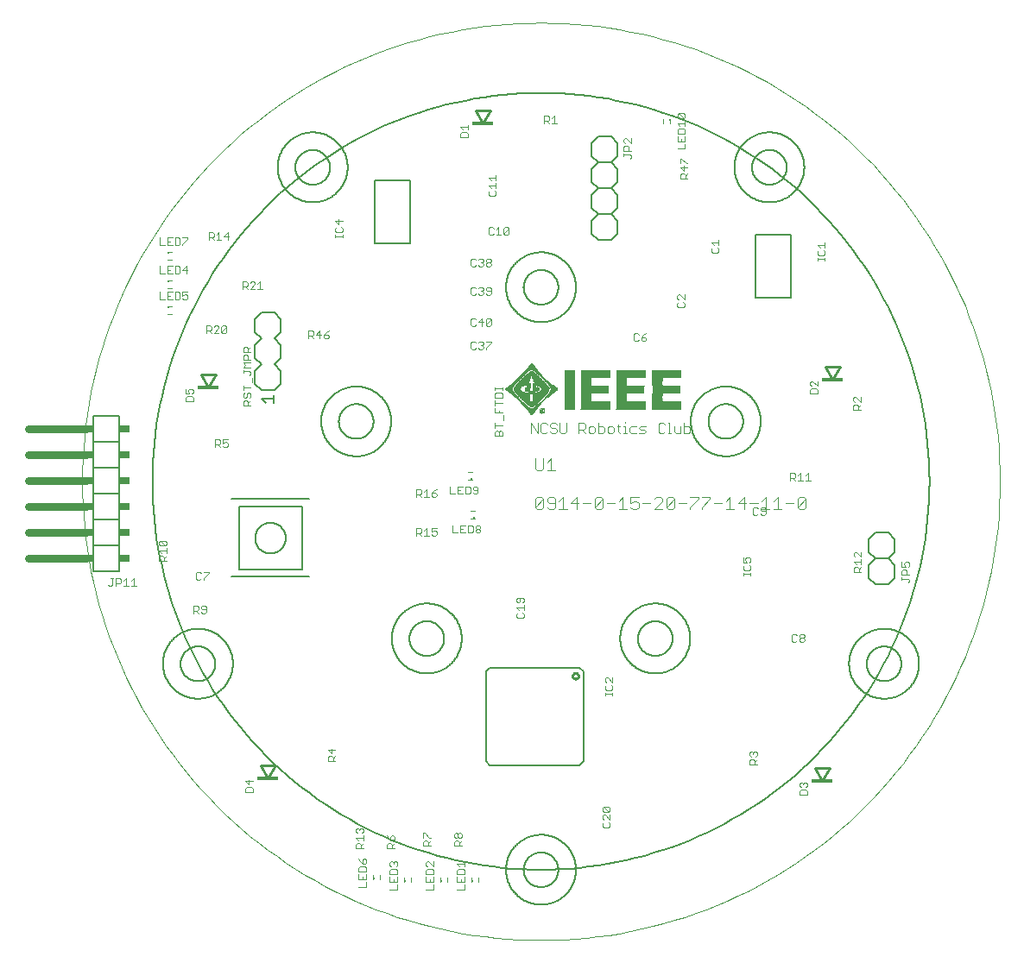
<source format=gto>
G75*
%MOIN*%
%OFA0B0*%
%FSLAX25Y25*%
%IPPOS*%
%LPD*%
%AMOC8*
5,1,8,0,0,1.08239X$1,22.5*
%
%ADD10C,0.00039*%
%ADD11C,0.00300*%
%ADD12C,0.01000*%
%ADD13R,0.08268X0.01181*%
%ADD14C,0.00500*%
%ADD15C,0.00400*%
%ADD16C,0.00600*%
%ADD17C,0.00800*%
%ADD18R,0.00886X0.00984*%
%ADD19R,0.00984X0.00886*%
%ADD20C,0.03000*%
%ADD21R,0.02000X0.03000*%
%ADD22R,0.04000X0.03000*%
%ADD23R,0.00270X0.00030*%
%ADD24R,0.00480X0.00030*%
%ADD25R,0.00600X0.00030*%
%ADD26R,0.00690X0.00030*%
%ADD27R,0.00750X0.00030*%
%ADD28R,0.00840X0.00030*%
%ADD29R,0.00930X0.00030*%
%ADD30R,0.00960X0.00030*%
%ADD31R,0.01020X0.00030*%
%ADD32R,0.01050X0.00030*%
%ADD33R,0.01080X0.00030*%
%ADD34R,0.01110X0.00030*%
%ADD35R,0.01140X0.00030*%
%ADD36R,0.01200X0.00030*%
%ADD37R,0.01260X0.00030*%
%ADD38R,0.01350X0.00030*%
%ADD39R,0.01380X0.00030*%
%ADD40R,0.01410X0.00030*%
%ADD41R,0.00300X0.00030*%
%ADD42R,0.01440X0.00030*%
%ADD43R,0.00570X0.00030*%
%ADD44R,0.01470X0.00030*%
%ADD45R,0.00720X0.00030*%
%ADD46R,0.01530X0.00030*%
%ADD47R,0.01590X0.00030*%
%ADD48R,0.01620X0.00030*%
%ADD49R,0.01680X0.00030*%
%ADD50R,0.00450X0.00030*%
%ADD51R,0.01710X0.00030*%
%ADD52R,0.00390X0.00030*%
%ADD53R,0.00360X0.00030*%
%ADD54R,0.01740X0.00030*%
%ADD55R,0.00330X0.00030*%
%ADD56R,0.01800X0.00030*%
%ADD57R,0.01860X0.00030*%
%ADD58R,0.01920X0.00030*%
%ADD59R,0.01980X0.00030*%
%ADD60R,0.02010X0.00030*%
%ADD61R,0.00240X0.00030*%
%ADD62R,0.02040X0.00030*%
%ADD63R,0.00270X0.00030*%
%ADD64R,0.02070X0.00030*%
%ADD65R,0.02130X0.00030*%
%ADD66R,0.00150X0.00030*%
%ADD67R,0.02160X0.00030*%
%ADD68R,0.00210X0.00030*%
%ADD69R,0.02190X0.00030*%
%ADD70R,0.00180X0.00030*%
%ADD71R,0.02250X0.00030*%
%ADD72R,0.00240X0.00030*%
%ADD73R,0.02280X0.00030*%
%ADD74R,0.02340X0.00030*%
%ADD75R,0.02400X0.00030*%
%ADD76R,0.02460X0.00030*%
%ADD77R,0.02490X0.00030*%
%ADD78R,0.02520X0.00030*%
%ADD79R,0.02580X0.00030*%
%ADD80R,0.02640X0.00030*%
%ADD81R,0.02670X0.00030*%
%ADD82R,0.02760X0.00030*%
%ADD83R,0.02790X0.00030*%
%ADD84R,0.02820X0.00030*%
%ADD85R,0.02880X0.00030*%
%ADD86R,0.02940X0.00030*%
%ADD87R,0.00630X0.00030*%
%ADD88R,0.00690X0.00030*%
%ADD89R,0.03000X0.00030*%
%ADD90R,0.03060X0.00030*%
%ADD91R,0.03090X0.00030*%
%ADD92R,0.03150X0.00030*%
%ADD93R,0.03180X0.00030*%
%ADD94R,0.03240X0.00030*%
%ADD95R,0.03300X0.00030*%
%ADD96R,0.03360X0.00030*%
%ADD97R,0.03420X0.00030*%
%ADD98R,0.03480X0.00030*%
%ADD99R,0.03540X0.00030*%
%ADD100R,0.03600X0.00030*%
%ADD101R,0.00660X0.00030*%
%ADD102R,0.03660X0.00030*%
%ADD103R,0.03720X0.00030*%
%ADD104R,0.00510X0.00030*%
%ADD105R,0.03780X0.00030*%
%ADD106R,0.00030X0.00030*%
%ADD107R,0.03840X0.00030*%
%ADD108R,0.00120X0.00030*%
%ADD109R,0.00090X0.00030*%
%ADD110R,0.00060X0.00030*%
%ADD111R,0.03900X0.00030*%
%ADD112R,0.04050X0.00030*%
%ADD113R,0.11280X0.00030*%
%ADD114R,0.11310X0.00030*%
%ADD115R,0.11340X0.00030*%
%ADD116R,0.03960X0.00030*%
%ADD117R,0.11370X0.00030*%
%ADD118R,0.11400X0.00030*%
%ADD119R,0.04020X0.00030*%
%ADD120R,0.04110X0.00030*%
%ADD121R,0.11370X0.00030*%
%ADD122R,0.04080X0.00030*%
%ADD123R,0.04140X0.00030*%
%ADD124R,0.11340X0.00030*%
%ADD125R,0.04200X0.00030*%
%ADD126R,0.00420X0.00030*%
%ADD127R,0.04230X0.00030*%
%ADD128R,0.01140X0.00030*%
%ADD129R,0.01950X0.00030*%
%ADD130R,0.01890X0.00030*%
%ADD131R,0.01770X0.00030*%
%ADD132R,0.00810X0.00030*%
%ADD133R,0.01830X0.00030*%
%ADD134R,0.01770X0.00030*%
%ADD135R,0.01650X0.00030*%
%ADD136R,0.01740X0.00030*%
%ADD137R,0.01590X0.00030*%
%ADD138R,0.01560X0.00030*%
%ADD139R,0.01500X0.00030*%
%ADD140R,0.01620X0.00030*%
%ADD141R,0.01470X0.00030*%
%ADD142R,0.01440X0.00030*%
%ADD143R,0.00990X0.00030*%
%ADD144R,0.01320X0.00030*%
%ADD145R,0.01320X0.00030*%
%ADD146R,0.01170X0.00030*%
%ADD147R,0.01290X0.00030*%
%ADD148R,0.01290X0.00030*%
%ADD149R,0.01230X0.00030*%
%ADD150R,0.01920X0.00030*%
%ADD151R,0.01170X0.00030*%
%ADD152R,0.02100X0.00030*%
%ADD153R,0.02190X0.00030*%
%ADD154R,0.02550X0.00030*%
%ADD155R,0.02700X0.00030*%
%ADD156R,0.02850X0.00030*%
%ADD157R,0.02970X0.00030*%
%ADD158R,0.03030X0.00030*%
%ADD159R,0.01020X0.00030*%
%ADD160R,0.03330X0.00030*%
%ADD161R,0.03390X0.00030*%
%ADD162R,0.03450X0.00030*%
%ADD163R,0.03630X0.00030*%
%ADD164R,0.03690X0.00030*%
%ADD165R,0.03810X0.00030*%
%ADD166R,0.00990X0.00030*%
%ADD167R,0.03990X0.00030*%
%ADD168R,0.04020X0.00030*%
%ADD169R,0.04170X0.00030*%
%ADD170R,0.04320X0.00030*%
%ADD171R,0.04380X0.00030*%
%ADD172R,0.04440X0.00030*%
%ADD173R,0.04500X0.00030*%
%ADD174R,0.04560X0.00030*%
%ADD175R,0.04650X0.00030*%
%ADD176R,0.00900X0.00030*%
%ADD177R,0.04710X0.00030*%
%ADD178R,0.04800X0.00030*%
%ADD179R,0.04860X0.00030*%
%ADD180R,0.04920X0.00030*%
%ADD181R,0.05010X0.00030*%
%ADD182R,0.05070X0.00030*%
%ADD183R,0.00870X0.00030*%
%ADD184R,0.05130X0.00030*%
%ADD185R,0.05220X0.00030*%
%ADD186R,0.05280X0.00030*%
%ADD187R,0.05340X0.00030*%
%ADD188R,0.05430X0.00030*%
%ADD189R,0.00870X0.00030*%
%ADD190R,0.05490X0.00030*%
%ADD191R,0.02640X0.00030*%
%ADD192R,0.02370X0.00030*%
%ADD193R,0.02310X0.00030*%
%ADD194R,0.04260X0.00030*%
%ADD195R,0.00120X0.00030*%
%ADD196R,0.04170X0.00030*%
%ADD197R,0.02220X0.00030*%
%ADD198R,0.02430X0.00030*%
%ADD199R,0.02610X0.00030*%
%ADD200R,0.02730X0.00030*%
%ADD201R,0.02970X0.00030*%
%ADD202R,0.02910X0.00030*%
%ADD203R,0.03120X0.00030*%
%ADD204R,0.03090X0.00030*%
%ADD205R,0.03210X0.00030*%
%ADD206R,0.03270X0.00030*%
%ADD207R,0.03240X0.00030*%
%ADD208R,0.03420X0.00030*%
%ADD209R,0.03390X0.00030*%
%ADD210R,0.03510X0.00030*%
%ADD211R,0.03570X0.00030*%
%ADD212R,0.03540X0.00030*%
%ADD213R,0.03690X0.00030*%
%ADD214R,0.03720X0.00030*%
%ADD215R,0.03870X0.00030*%
%ADD216R,0.03750X0.00030*%
%ADD217R,0.03930X0.00030*%
%ADD218R,0.03840X0.00030*%
%ADD219R,0.03870X0.00030*%
%ADD220R,0.04350X0.00030*%
%ADD221R,0.04290X0.00030*%
%ADD222R,0.04470X0.00030*%
%ADD223R,0.04320X0.00030*%
%ADD224R,0.04530X0.00030*%
%ADD225R,0.04590X0.00030*%
%ADD226R,0.04470X0.00030*%
%ADD227R,0.04620X0.00030*%
%ADD228R,0.04680X0.00030*%
%ADD229R,0.04590X0.00030*%
%ADD230R,0.04740X0.00030*%
%ADD231R,0.04620X0.00030*%
%ADD232R,0.04770X0.00030*%
%ADD233R,0.04830X0.00030*%
%ADD234R,0.04740X0.00030*%
%ADD235R,0.04770X0.00030*%
%ADD236R,0.04890X0.00030*%
%ADD237R,0.04980X0.00030*%
%ADD238R,0.04890X0.00030*%
%ADD239R,0.04920X0.00030*%
%ADD240R,0.05040X0.00030*%
%ADD241R,0.04950X0.00030*%
%ADD242R,0.05070X0.00030*%
%ADD243R,0.05100X0.00030*%
%ADD244R,0.05160X0.00030*%
%ADD245R,0.05250X0.00030*%
%ADD246R,0.05190X0.00030*%
%ADD247R,0.05220X0.00030*%
%ADD248R,0.11760X0.00030*%
%ADD249R,0.11820X0.00030*%
%ADD250R,0.11850X0.00030*%
%ADD251R,0.11910X0.00030*%
%ADD252R,0.05310X0.00030*%
%ADD253R,0.10710X0.00030*%
%ADD254R,0.06120X0.00030*%
%ADD255R,0.06420X0.00030*%
%ADD256R,0.10770X0.00030*%
%ADD257R,0.10800X0.00030*%
%ADD258R,0.10770X0.00030*%
%ADD259R,0.04410X0.00030*%
%ADD260R,0.03990X0.00030*%
%ADD261R,0.03570X0.00030*%
%ADD262R,0.03270X0.00030*%
%ADD263R,0.01890X0.00030*%
%ADD264R,0.02340X0.00030*%
%ADD265R,0.02670X0.00030*%
%ADD266R,0.02040X0.00030*%
%ADD267R,0.02070X0.00030*%
%ADD268R,0.02220X0.00030*%
%ADD269R,0.02370X0.00030*%
%ADD270R,0.02520X0.00030*%
%ADD271R,0.02490X0.00030*%
%ADD272R,0.00540X0.00030*%
%ADD273R,0.00420X0.00030*%
%ADD274R,0.10740X0.00030*%
%ADD275R,0.06450X0.00030*%
%ADD276R,0.04140X0.00030*%
%ADD277R,0.05580X0.00030*%
%ADD278R,0.05550X0.00030*%
%ADD279R,0.05460X0.00030*%
%ADD280R,0.05520X0.00030*%
%ADD281R,0.05400X0.00030*%
%ADD282R,0.05370X0.00030*%
%ADD283R,0.00570X0.00030*%
%ADD284R,0.04290X0.00030*%
%ADD285R,0.03120X0.00030*%
%ADD286R,0.02820X0.00030*%
%ADD287R,0.00540X0.00030*%
%ADD288R,0.11250X0.00030*%
%ADD289R,0.11100X0.00030*%
D10*
X0300276Y0192366D02*
X0300329Y0196714D01*
X0300489Y0201059D01*
X0300756Y0205399D01*
X0301129Y0209731D01*
X0301608Y0214053D01*
X0302194Y0218362D01*
X0302884Y0222654D01*
X0303680Y0226929D01*
X0304581Y0231183D01*
X0305585Y0235414D01*
X0306694Y0239618D01*
X0307905Y0243794D01*
X0309218Y0247939D01*
X0310632Y0252051D01*
X0312147Y0256127D01*
X0313762Y0260164D01*
X0315475Y0264161D01*
X0317286Y0268114D01*
X0319193Y0272021D01*
X0321195Y0275881D01*
X0323292Y0279690D01*
X0325482Y0283447D01*
X0327763Y0287149D01*
X0330134Y0290794D01*
X0332594Y0294379D01*
X0335141Y0297903D01*
X0337774Y0301364D01*
X0340491Y0304758D01*
X0343290Y0308085D01*
X0346170Y0311343D01*
X0349130Y0314528D01*
X0352166Y0317641D01*
X0355279Y0320677D01*
X0358464Y0323637D01*
X0361722Y0326517D01*
X0365049Y0329316D01*
X0368443Y0332033D01*
X0371904Y0334666D01*
X0375428Y0337213D01*
X0379013Y0339673D01*
X0382658Y0342044D01*
X0386360Y0344325D01*
X0390117Y0346515D01*
X0393926Y0348612D01*
X0397786Y0350614D01*
X0401693Y0352521D01*
X0405646Y0354332D01*
X0409643Y0356045D01*
X0413680Y0357660D01*
X0417756Y0359175D01*
X0421868Y0360589D01*
X0426013Y0361902D01*
X0430189Y0363113D01*
X0434393Y0364222D01*
X0438624Y0365226D01*
X0442878Y0366127D01*
X0447153Y0366923D01*
X0451445Y0367613D01*
X0455754Y0368199D01*
X0460076Y0368678D01*
X0464408Y0369051D01*
X0468748Y0369318D01*
X0473093Y0369478D01*
X0477441Y0369531D01*
X0481789Y0369478D01*
X0486134Y0369318D01*
X0490474Y0369051D01*
X0494806Y0368678D01*
X0499128Y0368199D01*
X0503437Y0367613D01*
X0507729Y0366923D01*
X0512004Y0366127D01*
X0516258Y0365226D01*
X0520489Y0364222D01*
X0524693Y0363113D01*
X0528869Y0361902D01*
X0533014Y0360589D01*
X0537126Y0359175D01*
X0541202Y0357660D01*
X0545239Y0356045D01*
X0549236Y0354332D01*
X0553189Y0352521D01*
X0557096Y0350614D01*
X0560956Y0348612D01*
X0564765Y0346515D01*
X0568522Y0344325D01*
X0572224Y0342044D01*
X0575869Y0339673D01*
X0579454Y0337213D01*
X0582978Y0334666D01*
X0586439Y0332033D01*
X0589833Y0329316D01*
X0593160Y0326517D01*
X0596418Y0323637D01*
X0599603Y0320677D01*
X0602716Y0317641D01*
X0605752Y0314528D01*
X0608712Y0311343D01*
X0611592Y0308085D01*
X0614391Y0304758D01*
X0617108Y0301364D01*
X0619741Y0297903D01*
X0622288Y0294379D01*
X0624748Y0290794D01*
X0627119Y0287149D01*
X0629400Y0283447D01*
X0631590Y0279690D01*
X0633687Y0275881D01*
X0635689Y0272021D01*
X0637596Y0268114D01*
X0639407Y0264161D01*
X0641120Y0260164D01*
X0642735Y0256127D01*
X0644250Y0252051D01*
X0645664Y0247939D01*
X0646977Y0243794D01*
X0648188Y0239618D01*
X0649297Y0235414D01*
X0650301Y0231183D01*
X0651202Y0226929D01*
X0651998Y0222654D01*
X0652688Y0218362D01*
X0653274Y0214053D01*
X0653753Y0209731D01*
X0654126Y0205399D01*
X0654393Y0201059D01*
X0654553Y0196714D01*
X0654606Y0192366D01*
X0654553Y0188018D01*
X0654393Y0183673D01*
X0654126Y0179333D01*
X0653753Y0175001D01*
X0653274Y0170679D01*
X0652688Y0166370D01*
X0651998Y0162078D01*
X0651202Y0157803D01*
X0650301Y0153549D01*
X0649297Y0149318D01*
X0648188Y0145114D01*
X0646977Y0140938D01*
X0645664Y0136793D01*
X0644250Y0132681D01*
X0642735Y0128605D01*
X0641120Y0124568D01*
X0639407Y0120571D01*
X0637596Y0116618D01*
X0635689Y0112711D01*
X0633687Y0108851D01*
X0631590Y0105042D01*
X0629400Y0101285D01*
X0627119Y0097583D01*
X0624748Y0093938D01*
X0622288Y0090353D01*
X0619741Y0086829D01*
X0617108Y0083368D01*
X0614391Y0079974D01*
X0611592Y0076647D01*
X0608712Y0073389D01*
X0605752Y0070204D01*
X0602716Y0067091D01*
X0599603Y0064055D01*
X0596418Y0061095D01*
X0593160Y0058215D01*
X0589833Y0055416D01*
X0586439Y0052699D01*
X0582978Y0050066D01*
X0579454Y0047519D01*
X0575869Y0045059D01*
X0572224Y0042688D01*
X0568522Y0040407D01*
X0564765Y0038217D01*
X0560956Y0036120D01*
X0557096Y0034118D01*
X0553189Y0032211D01*
X0549236Y0030400D01*
X0545239Y0028687D01*
X0541202Y0027072D01*
X0537126Y0025557D01*
X0533014Y0024143D01*
X0528869Y0022830D01*
X0524693Y0021619D01*
X0520489Y0020510D01*
X0516258Y0019506D01*
X0512004Y0018605D01*
X0507729Y0017809D01*
X0503437Y0017119D01*
X0499128Y0016533D01*
X0494806Y0016054D01*
X0490474Y0015681D01*
X0486134Y0015414D01*
X0481789Y0015254D01*
X0477441Y0015201D01*
X0473093Y0015254D01*
X0468748Y0015414D01*
X0464408Y0015681D01*
X0460076Y0016054D01*
X0455754Y0016533D01*
X0451445Y0017119D01*
X0447153Y0017809D01*
X0442878Y0018605D01*
X0438624Y0019506D01*
X0434393Y0020510D01*
X0430189Y0021619D01*
X0426013Y0022830D01*
X0421868Y0024143D01*
X0417756Y0025557D01*
X0413680Y0027072D01*
X0409643Y0028687D01*
X0405646Y0030400D01*
X0401693Y0032211D01*
X0397786Y0034118D01*
X0393926Y0036120D01*
X0390117Y0038217D01*
X0386360Y0040407D01*
X0382658Y0042688D01*
X0379013Y0045059D01*
X0375428Y0047519D01*
X0371904Y0050066D01*
X0368443Y0052699D01*
X0365049Y0055416D01*
X0361722Y0058215D01*
X0358464Y0061095D01*
X0355279Y0064055D01*
X0352166Y0067091D01*
X0349130Y0070204D01*
X0346170Y0073389D01*
X0343290Y0076647D01*
X0340491Y0079974D01*
X0337774Y0083368D01*
X0335141Y0086829D01*
X0332594Y0090353D01*
X0330134Y0093938D01*
X0327763Y0097583D01*
X0325482Y0101285D01*
X0323292Y0105042D01*
X0321195Y0108851D01*
X0319193Y0112711D01*
X0317286Y0116618D01*
X0315475Y0120571D01*
X0313762Y0124568D01*
X0312147Y0128605D01*
X0310632Y0132681D01*
X0309218Y0136793D01*
X0307905Y0140938D01*
X0306694Y0145114D01*
X0305585Y0149318D01*
X0304581Y0153549D01*
X0303680Y0157803D01*
X0302884Y0162078D01*
X0302194Y0166370D01*
X0301608Y0170679D01*
X0301129Y0175001D01*
X0300756Y0179333D01*
X0300489Y0183673D01*
X0300329Y0188018D01*
X0300276Y0192366D01*
D11*
X0329948Y0168994D02*
X0330431Y0169478D01*
X0332366Y0167543D01*
X0332850Y0168027D01*
X0332850Y0168994D01*
X0332366Y0169478D01*
X0330431Y0169478D01*
X0329948Y0168994D02*
X0329948Y0168027D01*
X0330431Y0167543D01*
X0332366Y0167543D01*
X0332850Y0166531D02*
X0332850Y0164597D01*
X0332850Y0165564D02*
X0329948Y0165564D01*
X0330915Y0164597D01*
X0330431Y0163585D02*
X0331399Y0163585D01*
X0331883Y0163101D01*
X0331883Y0161650D01*
X0332850Y0161650D02*
X0329948Y0161650D01*
X0329948Y0163101D01*
X0330431Y0163585D01*
X0331883Y0162617D02*
X0332850Y0163585D01*
X0344257Y0156869D02*
X0344257Y0154934D01*
X0344741Y0154450D01*
X0345708Y0154450D01*
X0346192Y0154934D01*
X0347203Y0154934D02*
X0347203Y0154450D01*
X0347203Y0154934D02*
X0349138Y0156869D01*
X0349138Y0157352D01*
X0347203Y0157352D01*
X0346192Y0156869D02*
X0345708Y0157352D01*
X0344741Y0157352D01*
X0344257Y0156869D01*
X0344708Y0144352D02*
X0345192Y0143869D01*
X0345192Y0142901D01*
X0344708Y0142417D01*
X0343257Y0142417D01*
X0343257Y0141450D02*
X0343257Y0144352D01*
X0344708Y0144352D01*
X0346203Y0143869D02*
X0346687Y0144352D01*
X0347655Y0144352D01*
X0348138Y0143869D01*
X0348138Y0141934D01*
X0347655Y0141450D01*
X0346687Y0141450D01*
X0346203Y0141934D01*
X0346687Y0142901D02*
X0348138Y0142901D01*
X0346687Y0142901D02*
X0346203Y0143385D01*
X0346203Y0143869D01*
X0344224Y0142417D02*
X0345192Y0141450D01*
X0321138Y0151950D02*
X0319203Y0151950D01*
X0320171Y0151950D02*
X0320171Y0154852D01*
X0319203Y0153885D01*
X0318192Y0151950D02*
X0316257Y0151950D01*
X0317224Y0151950D02*
X0317224Y0154852D01*
X0316257Y0153885D01*
X0315245Y0154369D02*
X0315245Y0153401D01*
X0314762Y0152917D01*
X0313310Y0152917D01*
X0313310Y0151950D02*
X0313310Y0154852D01*
X0314762Y0154852D01*
X0315245Y0154369D01*
X0312299Y0154852D02*
X0311331Y0154852D01*
X0311815Y0154852D02*
X0311815Y0152434D01*
X0311331Y0151950D01*
X0310848Y0151950D01*
X0310364Y0152434D01*
X0351650Y0205650D02*
X0351650Y0208552D01*
X0353101Y0208552D01*
X0353585Y0208069D01*
X0353585Y0207101D01*
X0353101Y0206617D01*
X0351650Y0206617D01*
X0352617Y0206617D02*
X0353585Y0205650D01*
X0354597Y0206134D02*
X0355080Y0205650D01*
X0356048Y0205650D01*
X0356531Y0206134D01*
X0356531Y0207101D01*
X0356048Y0207585D01*
X0355564Y0207585D01*
X0354597Y0207101D01*
X0354597Y0208552D01*
X0356531Y0208552D01*
X0362448Y0221650D02*
X0362448Y0223101D01*
X0362931Y0223585D01*
X0363899Y0223585D01*
X0364383Y0223101D01*
X0364383Y0221650D01*
X0365350Y0221650D02*
X0362448Y0221650D01*
X0364383Y0222617D02*
X0365350Y0223585D01*
X0364866Y0224597D02*
X0365350Y0225080D01*
X0365350Y0226048D01*
X0364866Y0226531D01*
X0364383Y0226531D01*
X0363899Y0226048D01*
X0363899Y0225080D01*
X0363415Y0224597D01*
X0362931Y0224597D01*
X0362448Y0225080D01*
X0362448Y0226048D01*
X0362931Y0226531D01*
X0362448Y0227543D02*
X0362448Y0229478D01*
X0362448Y0228511D02*
X0365350Y0228511D01*
X0365834Y0230490D02*
X0365834Y0232425D01*
X0364866Y0233436D02*
X0365350Y0233920D01*
X0365350Y0234404D01*
X0364866Y0234887D01*
X0362448Y0234887D01*
X0362448Y0234404D02*
X0362448Y0235371D01*
X0362448Y0236383D02*
X0363415Y0237350D01*
X0362448Y0238318D01*
X0365350Y0238318D01*
X0365350Y0239329D02*
X0362448Y0239329D01*
X0362448Y0240780D01*
X0362931Y0241264D01*
X0363899Y0241264D01*
X0364383Y0240780D01*
X0364383Y0239329D01*
X0364383Y0242276D02*
X0364383Y0243727D01*
X0363899Y0244211D01*
X0362931Y0244211D01*
X0362448Y0243727D01*
X0362448Y0242276D01*
X0365350Y0242276D01*
X0364383Y0243243D02*
X0365350Y0244211D01*
X0365350Y0236383D02*
X0362448Y0236383D01*
X0355494Y0249650D02*
X0354527Y0249650D01*
X0354043Y0250134D01*
X0355978Y0252069D01*
X0355978Y0250134D01*
X0355494Y0249650D01*
X0354043Y0250134D02*
X0354043Y0252069D01*
X0354527Y0252552D01*
X0355494Y0252552D01*
X0355978Y0252069D01*
X0353031Y0252069D02*
X0352548Y0252552D01*
X0351580Y0252552D01*
X0351097Y0252069D01*
X0350085Y0252069D02*
X0350085Y0251101D01*
X0349601Y0250617D01*
X0348150Y0250617D01*
X0348150Y0249650D02*
X0348150Y0252552D01*
X0349601Y0252552D01*
X0350085Y0252069D01*
X0349117Y0250617D02*
X0350085Y0249650D01*
X0351097Y0249650D02*
X0353031Y0251585D01*
X0353031Y0252069D01*
X0353031Y0249650D02*
X0351097Y0249650D01*
X0340504Y0262587D02*
X0339536Y0262587D01*
X0339053Y0263071D01*
X0339053Y0264038D02*
X0340020Y0264522D01*
X0340504Y0264522D01*
X0340988Y0264038D01*
X0340988Y0263071D01*
X0340504Y0262587D01*
X0339053Y0264038D02*
X0339053Y0265489D01*
X0340988Y0265489D01*
X0338041Y0265006D02*
X0337557Y0265489D01*
X0336106Y0265489D01*
X0336106Y0262587D01*
X0337557Y0262587D01*
X0338041Y0263071D01*
X0338041Y0265006D01*
X0335094Y0265489D02*
X0333160Y0265489D01*
X0333160Y0262587D01*
X0335094Y0262587D01*
X0334127Y0264038D02*
X0333160Y0264038D01*
X0332148Y0262587D02*
X0330213Y0262587D01*
X0330213Y0265489D01*
X0330213Y0272587D02*
X0332148Y0272587D01*
X0333160Y0272587D02*
X0335094Y0272587D01*
X0336106Y0272587D02*
X0337557Y0272587D01*
X0338041Y0273071D01*
X0338041Y0275006D01*
X0337557Y0275489D01*
X0336106Y0275489D01*
X0336106Y0272587D01*
X0334127Y0274038D02*
X0333160Y0274038D01*
X0333160Y0275489D02*
X0333160Y0272587D01*
X0333160Y0275489D02*
X0335094Y0275489D01*
X0339053Y0274038D02*
X0340988Y0274038D01*
X0340504Y0272587D02*
X0340504Y0275489D01*
X0339053Y0274038D01*
X0330213Y0275489D02*
X0330213Y0272587D01*
X0330213Y0283587D02*
X0332148Y0283587D01*
X0333160Y0283587D02*
X0335094Y0283587D01*
X0336106Y0283587D02*
X0337557Y0283587D01*
X0338041Y0284071D01*
X0338041Y0286006D01*
X0337557Y0286489D01*
X0336106Y0286489D01*
X0336106Y0283587D01*
X0334127Y0285038D02*
X0333160Y0285038D01*
X0333160Y0286489D02*
X0333160Y0283587D01*
X0333160Y0286489D02*
X0335094Y0286489D01*
X0339053Y0286489D02*
X0340988Y0286489D01*
X0340988Y0286006D01*
X0339053Y0284071D01*
X0339053Y0283587D01*
X0330213Y0283587D02*
X0330213Y0286489D01*
X0349150Y0286617D02*
X0350601Y0286617D01*
X0351085Y0287101D01*
X0351085Y0288069D01*
X0350601Y0288552D01*
X0349150Y0288552D01*
X0349150Y0285650D01*
X0350117Y0286617D02*
X0351085Y0285650D01*
X0352097Y0285650D02*
X0354031Y0285650D01*
X0353064Y0285650D02*
X0353064Y0288552D01*
X0352097Y0287585D01*
X0355043Y0287101D02*
X0356978Y0287101D01*
X0356494Y0285650D02*
X0356494Y0288552D01*
X0355043Y0287101D01*
X0362150Y0269552D02*
X0363601Y0269552D01*
X0364085Y0269069D01*
X0364085Y0268101D01*
X0363601Y0267617D01*
X0362150Y0267617D01*
X0362150Y0266650D02*
X0362150Y0269552D01*
X0363117Y0267617D02*
X0364085Y0266650D01*
X0365097Y0266650D02*
X0367031Y0268585D01*
X0367031Y0269069D01*
X0366548Y0269552D01*
X0365580Y0269552D01*
X0365097Y0269069D01*
X0365097Y0266650D02*
X0367031Y0266650D01*
X0368043Y0266650D02*
X0369978Y0266650D01*
X0369011Y0266650D02*
X0369011Y0269552D01*
X0368043Y0268585D01*
X0387650Y0250552D02*
X0389101Y0250552D01*
X0389585Y0250069D01*
X0389585Y0249101D01*
X0389101Y0248617D01*
X0387650Y0248617D01*
X0387650Y0247650D02*
X0387650Y0250552D01*
X0388617Y0248617D02*
X0389585Y0247650D01*
X0390597Y0249101D02*
X0392531Y0249101D01*
X0393543Y0249101D02*
X0394994Y0249101D01*
X0395478Y0248617D01*
X0395478Y0248134D01*
X0394994Y0247650D01*
X0394027Y0247650D01*
X0393543Y0248134D01*
X0393543Y0249101D01*
X0394511Y0250069D01*
X0395478Y0250552D01*
X0392048Y0250552D02*
X0390597Y0249101D01*
X0392048Y0247650D02*
X0392048Y0250552D01*
X0397948Y0286650D02*
X0397948Y0287617D01*
X0397948Y0287134D02*
X0400850Y0287134D01*
X0400850Y0287617D02*
X0400850Y0286650D01*
X0400366Y0288614D02*
X0398431Y0288614D01*
X0397948Y0289098D01*
X0397948Y0290066D01*
X0398431Y0290549D01*
X0399399Y0291561D02*
X0399399Y0293496D01*
X0400850Y0293012D02*
X0397948Y0293012D01*
X0399399Y0291561D01*
X0400366Y0290549D02*
X0400850Y0290066D01*
X0400850Y0289098D01*
X0400366Y0288614D01*
X0446294Y0325256D02*
X0446294Y0326708D01*
X0446778Y0327191D01*
X0448713Y0327191D01*
X0449196Y0326708D01*
X0449196Y0325256D01*
X0446294Y0325256D01*
X0447261Y0328203D02*
X0446294Y0329170D01*
X0449196Y0329170D01*
X0449196Y0328203D02*
X0449196Y0330138D01*
X0457148Y0309671D02*
X0460050Y0309671D01*
X0460050Y0310638D02*
X0460050Y0308703D01*
X0460050Y0307692D02*
X0460050Y0305757D01*
X0460050Y0306724D02*
X0457148Y0306724D01*
X0458115Y0305757D01*
X0457631Y0304745D02*
X0457148Y0304262D01*
X0457148Y0303294D01*
X0457631Y0302810D01*
X0459566Y0302810D01*
X0460050Y0303294D01*
X0460050Y0304262D01*
X0459566Y0304745D01*
X0458115Y0308703D02*
X0457148Y0309671D01*
X0457634Y0290552D02*
X0457150Y0290069D01*
X0457150Y0288134D01*
X0457634Y0287650D01*
X0458601Y0287650D01*
X0459085Y0288134D01*
X0460097Y0287650D02*
X0462031Y0287650D01*
X0461064Y0287650D02*
X0461064Y0290552D01*
X0460097Y0289585D01*
X0459085Y0290069D02*
X0458601Y0290552D01*
X0457634Y0290552D01*
X0463043Y0290069D02*
X0463527Y0290552D01*
X0464494Y0290552D01*
X0464978Y0290069D01*
X0463043Y0288134D01*
X0463527Y0287650D01*
X0464494Y0287650D01*
X0464978Y0288134D01*
X0464978Y0290069D01*
X0463043Y0290069D02*
X0463043Y0288134D01*
X0457655Y0278352D02*
X0456687Y0278352D01*
X0456203Y0277869D01*
X0456203Y0277385D01*
X0456687Y0276901D01*
X0457655Y0276901D01*
X0458138Y0276417D01*
X0458138Y0275934D01*
X0457655Y0275450D01*
X0456687Y0275450D01*
X0456203Y0275934D01*
X0456203Y0276417D01*
X0456687Y0276901D01*
X0457655Y0276901D02*
X0458138Y0277385D01*
X0458138Y0277869D01*
X0457655Y0278352D01*
X0455192Y0277869D02*
X0455192Y0277385D01*
X0454708Y0276901D01*
X0455192Y0276417D01*
X0455192Y0275934D01*
X0454708Y0275450D01*
X0453741Y0275450D01*
X0453257Y0275934D01*
X0452245Y0275934D02*
X0451762Y0275450D01*
X0450794Y0275450D01*
X0450310Y0275934D01*
X0450310Y0277869D01*
X0450794Y0278352D01*
X0451762Y0278352D01*
X0452245Y0277869D01*
X0453257Y0277869D02*
X0453741Y0278352D01*
X0454708Y0278352D01*
X0455192Y0277869D01*
X0454708Y0276901D02*
X0454224Y0276901D01*
X0453741Y0267352D02*
X0454708Y0267352D01*
X0455192Y0266869D01*
X0455192Y0266385D01*
X0454708Y0265901D01*
X0455192Y0265417D01*
X0455192Y0264934D01*
X0454708Y0264450D01*
X0453741Y0264450D01*
X0453257Y0264934D01*
X0452245Y0264934D02*
X0451762Y0264450D01*
X0450794Y0264450D01*
X0450310Y0264934D01*
X0450310Y0266869D01*
X0450794Y0267352D01*
X0451762Y0267352D01*
X0452245Y0266869D01*
X0453257Y0266869D02*
X0453741Y0267352D01*
X0454224Y0265901D02*
X0454708Y0265901D01*
X0456203Y0266385D02*
X0456687Y0265901D01*
X0458138Y0265901D01*
X0458138Y0264934D02*
X0458138Y0266869D01*
X0457655Y0267352D01*
X0456687Y0267352D01*
X0456203Y0266869D01*
X0456203Y0266385D01*
X0456203Y0264934D02*
X0456687Y0264450D01*
X0457655Y0264450D01*
X0458138Y0264934D01*
X0457655Y0255352D02*
X0456687Y0255352D01*
X0456203Y0254869D01*
X0456203Y0252934D01*
X0458138Y0254869D01*
X0458138Y0252934D01*
X0457655Y0252450D01*
X0456687Y0252450D01*
X0456203Y0252934D01*
X0455192Y0253901D02*
X0453257Y0253901D01*
X0454708Y0255352D01*
X0454708Y0252450D01*
X0452245Y0252934D02*
X0451762Y0252450D01*
X0450794Y0252450D01*
X0450310Y0252934D01*
X0450310Y0254869D01*
X0450794Y0255352D01*
X0451762Y0255352D01*
X0452245Y0254869D01*
X0457655Y0255352D02*
X0458138Y0254869D01*
X0458138Y0246352D02*
X0456203Y0246352D01*
X0455192Y0245869D02*
X0455192Y0245385D01*
X0454708Y0244901D01*
X0455192Y0244417D01*
X0455192Y0243934D01*
X0454708Y0243450D01*
X0453741Y0243450D01*
X0453257Y0243934D01*
X0452245Y0243934D02*
X0451762Y0243450D01*
X0450794Y0243450D01*
X0450310Y0243934D01*
X0450310Y0245869D01*
X0450794Y0246352D01*
X0451762Y0246352D01*
X0452245Y0245869D01*
X0453257Y0245869D02*
X0453741Y0246352D01*
X0454708Y0246352D01*
X0455192Y0245869D01*
X0454708Y0244901D02*
X0454224Y0244901D01*
X0456203Y0243934D02*
X0456203Y0243450D01*
X0456203Y0243934D02*
X0458138Y0245869D01*
X0458138Y0246352D01*
X0459648Y0228653D02*
X0459648Y0227686D01*
X0459648Y0228169D02*
X0462550Y0228169D01*
X0462550Y0227686D02*
X0462550Y0228653D01*
X0462066Y0226674D02*
X0460131Y0226674D01*
X0459648Y0226190D01*
X0459648Y0224739D01*
X0462550Y0224739D01*
X0462550Y0226190D01*
X0462066Y0226674D01*
X0459648Y0223728D02*
X0459648Y0221793D01*
X0459648Y0222760D02*
X0462550Y0222760D01*
X0461099Y0219814D02*
X0461099Y0218846D01*
X0462550Y0218846D02*
X0459648Y0218846D01*
X0459648Y0220781D01*
X0463034Y0217835D02*
X0463034Y0215900D01*
X0462550Y0213921D02*
X0459648Y0213921D01*
X0459648Y0214888D02*
X0459648Y0212953D01*
X0460131Y0211942D02*
X0460615Y0211942D01*
X0461099Y0211458D01*
X0461099Y0210007D01*
X0461099Y0211458D02*
X0461583Y0211942D01*
X0462066Y0211942D01*
X0462550Y0211458D01*
X0462550Y0210007D01*
X0459648Y0210007D01*
X0459648Y0211458D01*
X0460131Y0211942D01*
X0473650Y0211150D02*
X0473650Y0214853D01*
X0476119Y0211150D01*
X0476119Y0214853D01*
X0477333Y0214236D02*
X0477333Y0211767D01*
X0477950Y0211150D01*
X0479185Y0211150D01*
X0479802Y0211767D01*
X0481016Y0211767D02*
X0481633Y0211150D01*
X0482868Y0211150D01*
X0483485Y0211767D01*
X0483485Y0212384D01*
X0482868Y0213002D01*
X0481633Y0213002D01*
X0481016Y0213619D01*
X0481016Y0214236D01*
X0481633Y0214853D01*
X0482868Y0214853D01*
X0483485Y0214236D01*
X0484699Y0214853D02*
X0484699Y0211767D01*
X0485317Y0211150D01*
X0486551Y0211150D01*
X0487168Y0211767D01*
X0487168Y0214853D01*
X0492066Y0214853D02*
X0493917Y0214853D01*
X0494534Y0214236D01*
X0494534Y0213002D01*
X0493917Y0212384D01*
X0492066Y0212384D01*
X0492066Y0211150D02*
X0492066Y0214853D01*
X0493300Y0212384D02*
X0494534Y0211150D01*
X0495749Y0211767D02*
X0496366Y0211150D01*
X0497600Y0211150D01*
X0498218Y0211767D01*
X0498218Y0213002D01*
X0497600Y0213619D01*
X0496366Y0213619D01*
X0495749Y0213002D01*
X0495749Y0211767D01*
X0499432Y0211150D02*
X0501284Y0211150D01*
X0501901Y0211767D01*
X0501901Y0213002D01*
X0501284Y0213619D01*
X0499432Y0213619D01*
X0499432Y0214853D02*
X0499432Y0211150D01*
X0503115Y0211767D02*
X0503732Y0211150D01*
X0504967Y0211150D01*
X0505584Y0211767D01*
X0505584Y0213002D01*
X0504967Y0213619D01*
X0503732Y0213619D01*
X0503115Y0213002D01*
X0503115Y0211767D01*
X0506798Y0213619D02*
X0508033Y0213619D01*
X0507415Y0214236D02*
X0507415Y0211767D01*
X0508033Y0211150D01*
X0509254Y0211150D02*
X0510488Y0211150D01*
X0509871Y0211150D02*
X0509871Y0213619D01*
X0509254Y0213619D01*
X0509871Y0214853D02*
X0509871Y0215470D01*
X0512326Y0213619D02*
X0511709Y0213002D01*
X0511709Y0211767D01*
X0512326Y0211150D01*
X0514178Y0211150D01*
X0515392Y0211150D02*
X0517244Y0211150D01*
X0517861Y0211767D01*
X0517244Y0212384D01*
X0516009Y0212384D01*
X0515392Y0213002D01*
X0516009Y0213619D01*
X0517861Y0213619D01*
X0514178Y0213619D02*
X0512326Y0213619D01*
X0522759Y0214236D02*
X0522759Y0211767D01*
X0523376Y0211150D01*
X0524610Y0211150D01*
X0525227Y0211767D01*
X0526442Y0211150D02*
X0527676Y0211150D01*
X0527059Y0211150D02*
X0527059Y0214853D01*
X0526442Y0214853D01*
X0525227Y0214236D02*
X0524610Y0214853D01*
X0523376Y0214853D01*
X0522759Y0214236D01*
X0528897Y0213619D02*
X0528897Y0211767D01*
X0529514Y0211150D01*
X0531366Y0211150D01*
X0531366Y0213619D01*
X0532580Y0213619D02*
X0534432Y0213619D01*
X0535049Y0213002D01*
X0535049Y0211767D01*
X0534432Y0211150D01*
X0532580Y0211150D01*
X0532580Y0214853D01*
X0517548Y0246650D02*
X0518031Y0247134D01*
X0518031Y0247617D01*
X0517548Y0248101D01*
X0516097Y0248101D01*
X0516097Y0247134D01*
X0516580Y0246650D01*
X0517548Y0246650D01*
X0516097Y0248101D02*
X0517064Y0249069D01*
X0518031Y0249552D01*
X0515085Y0249069D02*
X0514601Y0249552D01*
X0513634Y0249552D01*
X0513150Y0249069D01*
X0513150Y0247134D01*
X0513634Y0246650D01*
X0514601Y0246650D01*
X0515085Y0247134D01*
X0529948Y0260134D02*
X0530431Y0259650D01*
X0532366Y0259650D01*
X0532850Y0260134D01*
X0532850Y0261101D01*
X0532366Y0261585D01*
X0532850Y0262597D02*
X0530915Y0264531D01*
X0530431Y0264531D01*
X0529948Y0264048D01*
X0529948Y0263080D01*
X0530431Y0262597D01*
X0530431Y0261585D02*
X0529948Y0261101D01*
X0529948Y0260134D01*
X0532850Y0262597D02*
X0532850Y0264531D01*
X0543631Y0280757D02*
X0545566Y0280757D01*
X0546050Y0281241D01*
X0546050Y0282208D01*
X0545566Y0282692D01*
X0546050Y0283703D02*
X0546050Y0285638D01*
X0546050Y0284671D02*
X0543148Y0284671D01*
X0544115Y0283703D01*
X0543631Y0282692D02*
X0543148Y0282208D01*
X0543148Y0281241D01*
X0543631Y0280757D01*
X0534050Y0309310D02*
X0531148Y0309310D01*
X0531148Y0310762D01*
X0531631Y0311245D01*
X0532599Y0311245D01*
X0533083Y0310762D01*
X0533083Y0309310D01*
X0533083Y0310278D02*
X0534050Y0311245D01*
X0532599Y0312257D02*
X0532599Y0314192D01*
X0533566Y0315203D02*
X0534050Y0315203D01*
X0533566Y0315203D02*
X0531631Y0317138D01*
X0531148Y0317138D01*
X0531148Y0315203D01*
X0531148Y0313708D02*
X0532599Y0312257D01*
X0534050Y0313708D02*
X0531148Y0313708D01*
X0530085Y0320854D02*
X0532987Y0320854D01*
X0532987Y0322789D01*
X0532987Y0323801D02*
X0532987Y0325736D01*
X0532987Y0326747D02*
X0532987Y0328199D01*
X0532503Y0328682D01*
X0530568Y0328682D01*
X0530085Y0328199D01*
X0530085Y0326747D01*
X0532987Y0326747D01*
X0531536Y0324768D02*
X0531536Y0323801D01*
X0530085Y0323801D02*
X0532987Y0323801D01*
X0530085Y0323801D02*
X0530085Y0325736D01*
X0531052Y0329694D02*
X0530085Y0330661D01*
X0532987Y0330661D01*
X0532987Y0329694D02*
X0532987Y0331629D01*
X0532503Y0332640D02*
X0530568Y0334575D01*
X0532503Y0334575D01*
X0532987Y0334092D01*
X0532987Y0333124D01*
X0532503Y0332640D01*
X0530568Y0332640D01*
X0530085Y0333124D01*
X0530085Y0334092D01*
X0530568Y0334575D01*
X0512250Y0324938D02*
X0512250Y0323003D01*
X0510315Y0324938D01*
X0509831Y0324938D01*
X0509348Y0324455D01*
X0509348Y0323487D01*
X0509831Y0323003D01*
X0509831Y0321992D02*
X0510799Y0321992D01*
X0511283Y0321508D01*
X0511283Y0320057D01*
X0512250Y0320057D02*
X0509348Y0320057D01*
X0509348Y0321508D01*
X0509831Y0321992D01*
X0509348Y0319045D02*
X0509348Y0318078D01*
X0509348Y0318562D02*
X0511766Y0318562D01*
X0512250Y0318078D01*
X0512250Y0317594D01*
X0511766Y0317110D01*
X0483531Y0330650D02*
X0481597Y0330650D01*
X0482564Y0330650D02*
X0482564Y0333552D01*
X0481597Y0332585D01*
X0480585Y0333069D02*
X0480585Y0332101D01*
X0480101Y0331617D01*
X0478650Y0331617D01*
X0478650Y0330650D02*
X0478650Y0333552D01*
X0480101Y0333552D01*
X0480585Y0333069D01*
X0479617Y0331617D02*
X0480585Y0330650D01*
X0584148Y0283671D02*
X0587050Y0283671D01*
X0587050Y0284638D02*
X0587050Y0282703D01*
X0586566Y0281692D02*
X0587050Y0281208D01*
X0587050Y0280241D01*
X0586566Y0279757D01*
X0584631Y0279757D01*
X0584148Y0280241D01*
X0584148Y0281208D01*
X0584631Y0281692D01*
X0585115Y0282703D02*
X0584148Y0283671D01*
X0584148Y0278760D02*
X0584148Y0277793D01*
X0584148Y0278276D02*
X0587050Y0278276D01*
X0587050Y0277793D02*
X0587050Y0278760D01*
X0584196Y0231138D02*
X0584196Y0229203D01*
X0582261Y0231138D01*
X0581778Y0231138D01*
X0581294Y0230654D01*
X0581294Y0229687D01*
X0581778Y0229203D01*
X0581778Y0228191D02*
X0581294Y0227708D01*
X0581294Y0226256D01*
X0584196Y0226256D01*
X0584196Y0227708D01*
X0583713Y0228191D01*
X0581778Y0228191D01*
X0597948Y0224548D02*
X0597948Y0223580D01*
X0598431Y0223097D01*
X0598431Y0222085D02*
X0599399Y0222085D01*
X0599883Y0221601D01*
X0599883Y0220150D01*
X0600850Y0220150D02*
X0597948Y0220150D01*
X0597948Y0221601D01*
X0598431Y0222085D01*
X0599883Y0221117D02*
X0600850Y0222085D01*
X0600850Y0223097D02*
X0598915Y0225031D01*
X0598431Y0225031D01*
X0597948Y0224548D01*
X0600850Y0225031D02*
X0600850Y0223097D01*
X0580511Y0195552D02*
X0580511Y0192650D01*
X0581478Y0192650D02*
X0579543Y0192650D01*
X0578531Y0192650D02*
X0576597Y0192650D01*
X0577564Y0192650D02*
X0577564Y0195552D01*
X0576597Y0194585D01*
X0575585Y0195069D02*
X0575585Y0194101D01*
X0575101Y0193617D01*
X0573650Y0193617D01*
X0573650Y0192650D02*
X0573650Y0195552D01*
X0575101Y0195552D01*
X0575585Y0195069D01*
X0574617Y0193617D02*
X0575585Y0192650D01*
X0579543Y0194585D02*
X0580511Y0195552D01*
X0564138Y0181869D02*
X0564138Y0179934D01*
X0563655Y0179450D01*
X0562687Y0179450D01*
X0562203Y0179934D01*
X0561192Y0179934D02*
X0560708Y0179450D01*
X0559741Y0179450D01*
X0559257Y0179934D01*
X0559257Y0181869D01*
X0559741Y0182352D01*
X0560708Y0182352D01*
X0561192Y0181869D01*
X0562203Y0181869D02*
X0562203Y0181385D01*
X0562687Y0180901D01*
X0564138Y0180901D01*
X0564138Y0181869D02*
X0563655Y0182352D01*
X0562687Y0182352D01*
X0562203Y0181869D01*
X0557866Y0162996D02*
X0556899Y0162996D01*
X0556415Y0162512D01*
X0556415Y0162028D01*
X0556899Y0161061D01*
X0555448Y0161061D01*
X0555448Y0162996D01*
X0557866Y0162996D02*
X0558350Y0162512D01*
X0558350Y0161545D01*
X0557866Y0161061D01*
X0557866Y0160049D02*
X0558350Y0159566D01*
X0558350Y0158598D01*
X0557866Y0158114D01*
X0555931Y0158114D01*
X0555448Y0158598D01*
X0555448Y0159566D01*
X0555931Y0160049D01*
X0555448Y0157117D02*
X0555448Y0156150D01*
X0555448Y0156634D02*
X0558350Y0156634D01*
X0558350Y0157117D02*
X0558350Y0156150D01*
X0574741Y0133352D02*
X0574257Y0132869D01*
X0574257Y0130934D01*
X0574741Y0130450D01*
X0575708Y0130450D01*
X0576192Y0130934D01*
X0577203Y0130934D02*
X0577203Y0131417D01*
X0577687Y0131901D01*
X0578655Y0131901D01*
X0579138Y0131417D01*
X0579138Y0130934D01*
X0578655Y0130450D01*
X0577687Y0130450D01*
X0577203Y0130934D01*
X0577687Y0131901D02*
X0577203Y0132385D01*
X0577203Y0132869D01*
X0577687Y0133352D01*
X0578655Y0133352D01*
X0579138Y0132869D01*
X0579138Y0132385D01*
X0578655Y0131901D01*
X0576192Y0132869D02*
X0575708Y0133352D01*
X0574741Y0133352D01*
X0598148Y0157310D02*
X0598148Y0158762D01*
X0598631Y0159245D01*
X0599599Y0159245D01*
X0600083Y0158762D01*
X0600083Y0157310D01*
X0601050Y0157310D02*
X0598148Y0157310D01*
X0600083Y0158278D02*
X0601050Y0159245D01*
X0601050Y0160257D02*
X0601050Y0162192D01*
X0601050Y0161224D02*
X0598148Y0161224D01*
X0599115Y0160257D01*
X0598631Y0163203D02*
X0598148Y0163687D01*
X0598148Y0164655D01*
X0598631Y0165138D01*
X0599115Y0165138D01*
X0601050Y0163203D01*
X0601050Y0165138D01*
X0616748Y0161178D02*
X0616748Y0159243D01*
X0618199Y0159243D01*
X0617715Y0160211D01*
X0617715Y0160694D01*
X0618199Y0161178D01*
X0619166Y0161178D01*
X0619650Y0160694D01*
X0619650Y0159727D01*
X0619166Y0159243D01*
X0618199Y0158231D02*
X0618683Y0157748D01*
X0618683Y0156297D01*
X0619650Y0156297D02*
X0616748Y0156297D01*
X0616748Y0157748D01*
X0617231Y0158231D01*
X0618199Y0158231D01*
X0616748Y0155285D02*
X0616748Y0154317D01*
X0616748Y0154801D02*
X0619166Y0154801D01*
X0619650Y0154317D01*
X0619650Y0153834D01*
X0619166Y0153350D01*
X0560366Y0088031D02*
X0560850Y0087548D01*
X0560850Y0086580D01*
X0560366Y0086097D01*
X0560850Y0085085D02*
X0559883Y0084117D01*
X0559883Y0084601D02*
X0559883Y0083150D01*
X0560850Y0083150D02*
X0557948Y0083150D01*
X0557948Y0084601D01*
X0558431Y0085085D01*
X0559399Y0085085D01*
X0559883Y0084601D01*
X0558431Y0086097D02*
X0557948Y0086580D01*
X0557948Y0087548D01*
X0558431Y0088031D01*
X0558915Y0088031D01*
X0559399Y0087548D01*
X0559883Y0088031D01*
X0560366Y0088031D01*
X0559399Y0087548D02*
X0559399Y0087064D01*
X0577294Y0075654D02*
X0577294Y0074687D01*
X0577778Y0074203D01*
X0577778Y0073191D02*
X0577294Y0072708D01*
X0577294Y0071256D01*
X0580196Y0071256D01*
X0580196Y0072708D01*
X0579713Y0073191D01*
X0577778Y0073191D01*
X0579713Y0074203D02*
X0580196Y0074687D01*
X0580196Y0075654D01*
X0579713Y0076138D01*
X0579229Y0076138D01*
X0578745Y0075654D01*
X0578745Y0075170D01*
X0578745Y0075654D02*
X0578261Y0076138D01*
X0577778Y0076138D01*
X0577294Y0075654D01*
X0504050Y0066155D02*
X0504050Y0065187D01*
X0503566Y0064703D01*
X0501631Y0066638D01*
X0503566Y0066638D01*
X0504050Y0066155D01*
X0503566Y0064703D02*
X0501631Y0064703D01*
X0501148Y0065187D01*
X0501148Y0066155D01*
X0501631Y0066638D01*
X0501631Y0063692D02*
X0501148Y0063208D01*
X0501148Y0062241D01*
X0501631Y0061757D01*
X0501631Y0060745D02*
X0501148Y0060262D01*
X0501148Y0059294D01*
X0501631Y0058810D01*
X0503566Y0058810D01*
X0504050Y0059294D01*
X0504050Y0060262D01*
X0503566Y0060745D01*
X0504050Y0061757D02*
X0502115Y0063692D01*
X0501631Y0063692D01*
X0504050Y0063692D02*
X0504050Y0061757D01*
X0505050Y0109793D02*
X0505050Y0110760D01*
X0505050Y0110276D02*
X0502148Y0110276D01*
X0502148Y0109793D02*
X0502148Y0110760D01*
X0502631Y0111757D02*
X0504566Y0111757D01*
X0505050Y0112241D01*
X0505050Y0113208D01*
X0504566Y0113692D01*
X0505050Y0114703D02*
X0503115Y0116638D01*
X0502631Y0116638D01*
X0502148Y0116155D01*
X0502148Y0115187D01*
X0502631Y0114703D01*
X0502631Y0113692D02*
X0502148Y0113208D01*
X0502148Y0112241D01*
X0502631Y0111757D01*
X0505050Y0114703D02*
X0505050Y0116638D01*
X0470850Y0140134D02*
X0470850Y0141101D01*
X0470366Y0141585D01*
X0470850Y0142597D02*
X0470850Y0144531D01*
X0470850Y0143564D02*
X0467948Y0143564D01*
X0468915Y0142597D01*
X0468431Y0141585D02*
X0467948Y0141101D01*
X0467948Y0140134D01*
X0468431Y0139650D01*
X0470366Y0139650D01*
X0470850Y0140134D01*
X0470366Y0145543D02*
X0470850Y0146027D01*
X0470850Y0146994D01*
X0470366Y0147478D01*
X0468431Y0147478D01*
X0467948Y0146994D01*
X0467948Y0146027D01*
X0468431Y0145543D01*
X0468915Y0145543D01*
X0469399Y0146027D01*
X0469399Y0147478D01*
X0453592Y0172513D02*
X0452624Y0172513D01*
X0452140Y0172997D01*
X0452140Y0173480D01*
X0452624Y0173964D01*
X0453592Y0173964D01*
X0454075Y0173480D01*
X0454075Y0172997D01*
X0453592Y0172513D01*
X0453592Y0173964D02*
X0454075Y0174448D01*
X0454075Y0174932D01*
X0453592Y0175415D01*
X0452624Y0175415D01*
X0452140Y0174932D01*
X0452140Y0174448D01*
X0452624Y0173964D01*
X0451129Y0172997D02*
X0451129Y0174932D01*
X0450645Y0175415D01*
X0449194Y0175415D01*
X0449194Y0172513D01*
X0450645Y0172513D01*
X0451129Y0172997D01*
X0448182Y0172513D02*
X0446247Y0172513D01*
X0446247Y0175415D01*
X0448182Y0175415D01*
X0447215Y0173964D02*
X0446247Y0173964D01*
X0445236Y0172513D02*
X0443301Y0172513D01*
X0443301Y0175415D01*
X0437138Y0174352D02*
X0435203Y0174352D01*
X0435203Y0172901D01*
X0436171Y0173385D01*
X0436655Y0173385D01*
X0437138Y0172901D01*
X0437138Y0171934D01*
X0436655Y0171450D01*
X0435687Y0171450D01*
X0435203Y0171934D01*
X0434192Y0171450D02*
X0432257Y0171450D01*
X0433224Y0171450D02*
X0433224Y0174352D01*
X0432257Y0173385D01*
X0431245Y0173869D02*
X0431245Y0172901D01*
X0430762Y0172417D01*
X0429310Y0172417D01*
X0429310Y0171450D02*
X0429310Y0174352D01*
X0430762Y0174352D01*
X0431245Y0173869D01*
X0430278Y0172417D02*
X0431245Y0171450D01*
X0431245Y0186450D02*
X0430278Y0187417D01*
X0430762Y0187417D02*
X0429310Y0187417D01*
X0429310Y0186450D02*
X0429310Y0189352D01*
X0430762Y0189352D01*
X0431245Y0188869D01*
X0431245Y0187901D01*
X0430762Y0187417D01*
X0432257Y0186450D02*
X0434192Y0186450D01*
X0433224Y0186450D02*
X0433224Y0189352D01*
X0432257Y0188385D01*
X0435203Y0187901D02*
X0436655Y0187901D01*
X0437138Y0187417D01*
X0437138Y0186934D01*
X0436655Y0186450D01*
X0435687Y0186450D01*
X0435203Y0186934D01*
X0435203Y0187901D01*
X0436171Y0188869D01*
X0437138Y0189352D01*
X0442301Y0190415D02*
X0442301Y0187513D01*
X0444236Y0187513D01*
X0445247Y0187513D02*
X0447182Y0187513D01*
X0448194Y0187513D02*
X0449645Y0187513D01*
X0450129Y0187997D01*
X0450129Y0189932D01*
X0449645Y0190415D01*
X0448194Y0190415D01*
X0448194Y0187513D01*
X0446215Y0188964D02*
X0445247Y0188964D01*
X0445247Y0190415D02*
X0445247Y0187513D01*
X0445247Y0190415D02*
X0447182Y0190415D01*
X0451140Y0189932D02*
X0451140Y0189448D01*
X0451624Y0188964D01*
X0453075Y0188964D01*
X0453075Y0187997D02*
X0453075Y0189932D01*
X0452592Y0190415D01*
X0451624Y0190415D01*
X0451140Y0189932D01*
X0451140Y0187997D02*
X0451624Y0187513D01*
X0452592Y0187513D01*
X0453075Y0187997D01*
X0477333Y0214236D02*
X0477950Y0214853D01*
X0479185Y0214853D01*
X0479802Y0214236D01*
X0343196Y0223256D02*
X0343196Y0224708D01*
X0342713Y0225191D01*
X0340778Y0225191D01*
X0340294Y0224708D01*
X0340294Y0223256D01*
X0343196Y0223256D01*
X0342713Y0226203D02*
X0343196Y0226687D01*
X0343196Y0227654D01*
X0342713Y0228138D01*
X0341745Y0228138D01*
X0341261Y0227654D01*
X0341261Y0227170D01*
X0341745Y0226203D01*
X0340294Y0226203D01*
X0340294Y0228138D01*
X0395148Y0088655D02*
X0396599Y0087203D01*
X0396599Y0089138D01*
X0398050Y0088655D02*
X0395148Y0088655D01*
X0395631Y0086192D02*
X0396599Y0086192D01*
X0397083Y0085708D01*
X0397083Y0084257D01*
X0398050Y0084257D02*
X0395148Y0084257D01*
X0395148Y0085708D01*
X0395631Y0086192D01*
X0397083Y0085224D02*
X0398050Y0086192D01*
X0406431Y0058478D02*
X0406915Y0058478D01*
X0407399Y0057994D01*
X0407883Y0058478D01*
X0408366Y0058478D01*
X0408850Y0057994D01*
X0408850Y0057027D01*
X0408366Y0056543D01*
X0408850Y0055531D02*
X0408850Y0053597D01*
X0408850Y0054564D02*
X0405948Y0054564D01*
X0406915Y0053597D01*
X0406431Y0052585D02*
X0407399Y0052585D01*
X0407883Y0052101D01*
X0407883Y0050650D01*
X0408850Y0050650D02*
X0405948Y0050650D01*
X0405948Y0052101D01*
X0406431Y0052585D01*
X0407883Y0051617D02*
X0408850Y0052585D01*
X0406431Y0056543D02*
X0405948Y0057027D01*
X0405948Y0057994D01*
X0406431Y0058478D01*
X0407399Y0057994D02*
X0407399Y0057511D01*
X0417948Y0055531D02*
X0418431Y0054564D01*
X0419399Y0053597D01*
X0419399Y0055048D01*
X0419883Y0055531D01*
X0420366Y0055531D01*
X0420850Y0055048D01*
X0420850Y0054080D01*
X0420366Y0053597D01*
X0419399Y0053597D01*
X0419399Y0052585D02*
X0419883Y0052101D01*
X0419883Y0050650D01*
X0420850Y0050650D02*
X0417948Y0050650D01*
X0417948Y0052101D01*
X0418431Y0052585D01*
X0419399Y0052585D01*
X0419883Y0051617D02*
X0420850Y0052585D01*
X0420946Y0045488D02*
X0421429Y0045488D01*
X0421913Y0045004D01*
X0421913Y0044036D01*
X0421429Y0043553D01*
X0421429Y0042541D02*
X0419494Y0042541D01*
X0419011Y0042057D01*
X0419011Y0040606D01*
X0421913Y0040606D01*
X0421913Y0042057D01*
X0421429Y0042541D01*
X0419494Y0043553D02*
X0419011Y0044036D01*
X0419011Y0045004D01*
X0419494Y0045488D01*
X0419978Y0045488D01*
X0420462Y0045004D01*
X0420946Y0045488D01*
X0420462Y0045004D02*
X0420462Y0044520D01*
X0421913Y0039594D02*
X0421913Y0037660D01*
X0419011Y0037660D01*
X0419011Y0039594D01*
X0420462Y0038627D02*
X0420462Y0037660D01*
X0421913Y0036648D02*
X0421913Y0034713D01*
X0419011Y0034713D01*
X0409913Y0035713D02*
X0409913Y0037648D01*
X0409913Y0038660D02*
X0409913Y0040594D01*
X0409913Y0041606D02*
X0409913Y0043057D01*
X0409429Y0043541D01*
X0407494Y0043541D01*
X0407011Y0043057D01*
X0407011Y0041606D01*
X0409913Y0041606D01*
X0408462Y0039627D02*
X0408462Y0038660D01*
X0407011Y0038660D02*
X0409913Y0038660D01*
X0407011Y0038660D02*
X0407011Y0040594D01*
X0408462Y0044553D02*
X0408462Y0046004D01*
X0408946Y0046488D01*
X0409429Y0046488D01*
X0409913Y0046004D01*
X0409913Y0045036D01*
X0409429Y0044553D01*
X0408462Y0044553D01*
X0407494Y0045520D01*
X0407011Y0046488D01*
X0407011Y0035713D02*
X0409913Y0035713D01*
X0433011Y0034713D02*
X0435913Y0034713D01*
X0435913Y0036648D01*
X0435913Y0037660D02*
X0433011Y0037660D01*
X0433011Y0039594D01*
X0433011Y0040606D02*
X0433011Y0042057D01*
X0433494Y0042541D01*
X0435429Y0042541D01*
X0435913Y0042057D01*
X0435913Y0040606D01*
X0433011Y0040606D01*
X0434462Y0038627D02*
X0434462Y0037660D01*
X0435913Y0037660D02*
X0435913Y0039594D01*
X0435913Y0043553D02*
X0433978Y0045488D01*
X0433494Y0045488D01*
X0433011Y0045004D01*
X0433011Y0044036D01*
X0433494Y0043553D01*
X0435913Y0043553D02*
X0435913Y0045488D01*
X0434850Y0051650D02*
X0431948Y0051650D01*
X0431948Y0053101D01*
X0432431Y0053585D01*
X0433399Y0053585D01*
X0433883Y0053101D01*
X0433883Y0051650D01*
X0433883Y0052617D02*
X0434850Y0053585D01*
X0434850Y0054597D02*
X0434366Y0054597D01*
X0432431Y0056531D01*
X0431948Y0056531D01*
X0431948Y0054597D01*
X0443948Y0055080D02*
X0443948Y0056048D01*
X0444431Y0056531D01*
X0444915Y0056531D01*
X0445399Y0056048D01*
X0445399Y0055080D01*
X0444915Y0054597D01*
X0444431Y0054597D01*
X0443948Y0055080D01*
X0445399Y0055080D02*
X0445883Y0054597D01*
X0446366Y0054597D01*
X0446850Y0055080D01*
X0446850Y0056048D01*
X0446366Y0056531D01*
X0445883Y0056531D01*
X0445399Y0056048D01*
X0445399Y0053585D02*
X0445883Y0053101D01*
X0445883Y0051650D01*
X0446850Y0051650D02*
X0443948Y0051650D01*
X0443948Y0053101D01*
X0444431Y0053585D01*
X0445399Y0053585D01*
X0445883Y0052617D02*
X0446850Y0053585D01*
X0447913Y0045488D02*
X0447913Y0043553D01*
X0447913Y0044520D02*
X0445011Y0044520D01*
X0445978Y0043553D01*
X0445494Y0042541D02*
X0445011Y0042057D01*
X0445011Y0040606D01*
X0447913Y0040606D01*
X0447913Y0042057D01*
X0447429Y0042541D01*
X0445494Y0042541D01*
X0445011Y0039594D02*
X0445011Y0037660D01*
X0447913Y0037660D01*
X0447913Y0039594D01*
X0446462Y0038627D02*
X0446462Y0037660D01*
X0447913Y0036648D02*
X0447913Y0034713D01*
X0445011Y0034713D01*
X0366196Y0072256D02*
X0366196Y0073708D01*
X0365713Y0074191D01*
X0363778Y0074191D01*
X0363294Y0073708D01*
X0363294Y0072256D01*
X0366196Y0072256D01*
X0364745Y0075203D02*
X0363294Y0076654D01*
X0366196Y0076654D01*
X0364745Y0077138D02*
X0364745Y0075203D01*
D12*
X0372000Y0077776D02*
X0369244Y0082697D01*
X0374756Y0082697D01*
X0372000Y0077776D01*
X0489635Y0117248D02*
X0489637Y0117315D01*
X0489643Y0117381D01*
X0489653Y0117447D01*
X0489667Y0117512D01*
X0489684Y0117576D01*
X0489706Y0117639D01*
X0489731Y0117701D01*
X0489760Y0117761D01*
X0489793Y0117819D01*
X0489828Y0117875D01*
X0489868Y0117929D01*
X0489910Y0117980D01*
X0489955Y0118029D01*
X0490003Y0118075D01*
X0490054Y0118118D01*
X0490107Y0118158D01*
X0490163Y0118195D01*
X0490221Y0118228D01*
X0490280Y0118258D01*
X0490341Y0118284D01*
X0490404Y0118307D01*
X0490468Y0118325D01*
X0490533Y0118340D01*
X0490599Y0118351D01*
X0490665Y0118358D01*
X0490731Y0118361D01*
X0490798Y0118360D01*
X0490864Y0118355D01*
X0490930Y0118346D01*
X0490996Y0118333D01*
X0491060Y0118316D01*
X0491123Y0118296D01*
X0491185Y0118271D01*
X0491246Y0118243D01*
X0491305Y0118212D01*
X0491361Y0118177D01*
X0491416Y0118139D01*
X0491468Y0118097D01*
X0491517Y0118052D01*
X0491564Y0118005D01*
X0491608Y0117955D01*
X0491648Y0117902D01*
X0491686Y0117847D01*
X0491720Y0117790D01*
X0491751Y0117731D01*
X0491778Y0117670D01*
X0491801Y0117608D01*
X0491821Y0117544D01*
X0491837Y0117479D01*
X0491849Y0117414D01*
X0491857Y0117348D01*
X0491861Y0117281D01*
X0491861Y0117215D01*
X0491857Y0117148D01*
X0491849Y0117082D01*
X0491837Y0117017D01*
X0491821Y0116952D01*
X0491801Y0116888D01*
X0491778Y0116826D01*
X0491751Y0116765D01*
X0491720Y0116706D01*
X0491686Y0116649D01*
X0491648Y0116594D01*
X0491608Y0116541D01*
X0491564Y0116491D01*
X0491517Y0116444D01*
X0491468Y0116399D01*
X0491416Y0116357D01*
X0491361Y0116319D01*
X0491304Y0116284D01*
X0491246Y0116253D01*
X0491185Y0116225D01*
X0491123Y0116200D01*
X0491060Y0116180D01*
X0490996Y0116163D01*
X0490930Y0116150D01*
X0490864Y0116141D01*
X0490798Y0116136D01*
X0490731Y0116135D01*
X0490665Y0116138D01*
X0490599Y0116145D01*
X0490533Y0116156D01*
X0490468Y0116171D01*
X0490404Y0116189D01*
X0490341Y0116212D01*
X0490280Y0116238D01*
X0490221Y0116268D01*
X0490163Y0116301D01*
X0490107Y0116338D01*
X0490054Y0116378D01*
X0490003Y0116421D01*
X0489955Y0116467D01*
X0489910Y0116516D01*
X0489868Y0116567D01*
X0489828Y0116621D01*
X0489793Y0116677D01*
X0489760Y0116735D01*
X0489731Y0116795D01*
X0489706Y0116857D01*
X0489684Y0116920D01*
X0489667Y0116984D01*
X0489653Y0117049D01*
X0489643Y0117115D01*
X0489637Y0117181D01*
X0489635Y0117248D01*
X0583244Y0081697D02*
X0588756Y0081697D01*
X0586000Y0076776D01*
X0583244Y0081697D01*
X0590000Y0231776D02*
X0592756Y0236697D01*
X0587244Y0236697D01*
X0590000Y0231776D01*
X0455000Y0330776D02*
X0457756Y0335697D01*
X0452244Y0335697D01*
X0455000Y0330776D01*
X0351756Y0233697D02*
X0346244Y0233697D01*
X0349000Y0228776D01*
X0351756Y0233697D01*
D13*
X0349000Y0228579D03*
X0455000Y0330579D03*
X0590000Y0231579D03*
X0586000Y0076579D03*
X0372000Y0077579D03*
D14*
X0358000Y0155500D02*
X0388000Y0155500D01*
X0385205Y0158295D02*
X0385205Y0182705D01*
X0360795Y0182705D01*
X0360795Y0158295D01*
X0385205Y0158295D01*
X0367094Y0170500D02*
X0367096Y0170653D01*
X0367102Y0170807D01*
X0367112Y0170960D01*
X0367126Y0171112D01*
X0367144Y0171265D01*
X0367166Y0171416D01*
X0367191Y0171567D01*
X0367221Y0171718D01*
X0367255Y0171868D01*
X0367292Y0172016D01*
X0367333Y0172164D01*
X0367378Y0172310D01*
X0367427Y0172456D01*
X0367480Y0172600D01*
X0367536Y0172742D01*
X0367596Y0172883D01*
X0367660Y0173023D01*
X0367727Y0173161D01*
X0367798Y0173297D01*
X0367873Y0173431D01*
X0367950Y0173563D01*
X0368032Y0173693D01*
X0368116Y0173821D01*
X0368204Y0173947D01*
X0368295Y0174070D01*
X0368389Y0174191D01*
X0368487Y0174309D01*
X0368587Y0174425D01*
X0368691Y0174538D01*
X0368797Y0174649D01*
X0368906Y0174757D01*
X0369018Y0174862D01*
X0369132Y0174963D01*
X0369250Y0175062D01*
X0369369Y0175158D01*
X0369491Y0175251D01*
X0369616Y0175340D01*
X0369743Y0175427D01*
X0369872Y0175509D01*
X0370003Y0175589D01*
X0370136Y0175665D01*
X0370271Y0175738D01*
X0370408Y0175807D01*
X0370547Y0175872D01*
X0370687Y0175934D01*
X0370829Y0175992D01*
X0370972Y0176047D01*
X0371117Y0176098D01*
X0371263Y0176145D01*
X0371410Y0176188D01*
X0371558Y0176227D01*
X0371707Y0176263D01*
X0371857Y0176294D01*
X0372008Y0176322D01*
X0372159Y0176346D01*
X0372312Y0176366D01*
X0372464Y0176382D01*
X0372617Y0176394D01*
X0372770Y0176402D01*
X0372923Y0176406D01*
X0373077Y0176406D01*
X0373230Y0176402D01*
X0373383Y0176394D01*
X0373536Y0176382D01*
X0373688Y0176366D01*
X0373841Y0176346D01*
X0373992Y0176322D01*
X0374143Y0176294D01*
X0374293Y0176263D01*
X0374442Y0176227D01*
X0374590Y0176188D01*
X0374737Y0176145D01*
X0374883Y0176098D01*
X0375028Y0176047D01*
X0375171Y0175992D01*
X0375313Y0175934D01*
X0375453Y0175872D01*
X0375592Y0175807D01*
X0375729Y0175738D01*
X0375864Y0175665D01*
X0375997Y0175589D01*
X0376128Y0175509D01*
X0376257Y0175427D01*
X0376384Y0175340D01*
X0376509Y0175251D01*
X0376631Y0175158D01*
X0376750Y0175062D01*
X0376868Y0174963D01*
X0376982Y0174862D01*
X0377094Y0174757D01*
X0377203Y0174649D01*
X0377309Y0174538D01*
X0377413Y0174425D01*
X0377513Y0174309D01*
X0377611Y0174191D01*
X0377705Y0174070D01*
X0377796Y0173947D01*
X0377884Y0173821D01*
X0377968Y0173693D01*
X0378050Y0173563D01*
X0378127Y0173431D01*
X0378202Y0173297D01*
X0378273Y0173161D01*
X0378340Y0173023D01*
X0378404Y0172883D01*
X0378464Y0172742D01*
X0378520Y0172600D01*
X0378573Y0172456D01*
X0378622Y0172310D01*
X0378667Y0172164D01*
X0378708Y0172016D01*
X0378745Y0171868D01*
X0378779Y0171718D01*
X0378809Y0171567D01*
X0378834Y0171416D01*
X0378856Y0171265D01*
X0378874Y0171112D01*
X0378888Y0170960D01*
X0378898Y0170807D01*
X0378904Y0170653D01*
X0378906Y0170500D01*
X0378904Y0170347D01*
X0378898Y0170193D01*
X0378888Y0170040D01*
X0378874Y0169888D01*
X0378856Y0169735D01*
X0378834Y0169584D01*
X0378809Y0169433D01*
X0378779Y0169282D01*
X0378745Y0169132D01*
X0378708Y0168984D01*
X0378667Y0168836D01*
X0378622Y0168690D01*
X0378573Y0168544D01*
X0378520Y0168400D01*
X0378464Y0168258D01*
X0378404Y0168117D01*
X0378340Y0167977D01*
X0378273Y0167839D01*
X0378202Y0167703D01*
X0378127Y0167569D01*
X0378050Y0167437D01*
X0377968Y0167307D01*
X0377884Y0167179D01*
X0377796Y0167053D01*
X0377705Y0166930D01*
X0377611Y0166809D01*
X0377513Y0166691D01*
X0377413Y0166575D01*
X0377309Y0166462D01*
X0377203Y0166351D01*
X0377094Y0166243D01*
X0376982Y0166138D01*
X0376868Y0166037D01*
X0376750Y0165938D01*
X0376631Y0165842D01*
X0376509Y0165749D01*
X0376384Y0165660D01*
X0376257Y0165573D01*
X0376128Y0165491D01*
X0375997Y0165411D01*
X0375864Y0165335D01*
X0375729Y0165262D01*
X0375592Y0165193D01*
X0375453Y0165128D01*
X0375313Y0165066D01*
X0375171Y0165008D01*
X0375028Y0164953D01*
X0374883Y0164902D01*
X0374737Y0164855D01*
X0374590Y0164812D01*
X0374442Y0164773D01*
X0374293Y0164737D01*
X0374143Y0164706D01*
X0373992Y0164678D01*
X0373841Y0164654D01*
X0373688Y0164634D01*
X0373536Y0164618D01*
X0373383Y0164606D01*
X0373230Y0164598D01*
X0373077Y0164594D01*
X0372923Y0164594D01*
X0372770Y0164598D01*
X0372617Y0164606D01*
X0372464Y0164618D01*
X0372312Y0164634D01*
X0372159Y0164654D01*
X0372008Y0164678D01*
X0371857Y0164706D01*
X0371707Y0164737D01*
X0371558Y0164773D01*
X0371410Y0164812D01*
X0371263Y0164855D01*
X0371117Y0164902D01*
X0370972Y0164953D01*
X0370829Y0165008D01*
X0370687Y0165066D01*
X0370547Y0165128D01*
X0370408Y0165193D01*
X0370271Y0165262D01*
X0370136Y0165335D01*
X0370003Y0165411D01*
X0369872Y0165491D01*
X0369743Y0165573D01*
X0369616Y0165660D01*
X0369491Y0165749D01*
X0369369Y0165842D01*
X0369250Y0165938D01*
X0369132Y0166037D01*
X0369018Y0166138D01*
X0368906Y0166243D01*
X0368797Y0166351D01*
X0368691Y0166462D01*
X0368587Y0166575D01*
X0368487Y0166691D01*
X0368389Y0166809D01*
X0368295Y0166930D01*
X0368204Y0167053D01*
X0368116Y0167179D01*
X0368032Y0167307D01*
X0367950Y0167437D01*
X0367873Y0167569D01*
X0367798Y0167703D01*
X0367727Y0167839D01*
X0367660Y0167977D01*
X0367596Y0168117D01*
X0367536Y0168258D01*
X0367480Y0168400D01*
X0367427Y0168544D01*
X0367378Y0168690D01*
X0367333Y0168836D01*
X0367292Y0168984D01*
X0367255Y0169132D01*
X0367221Y0169282D01*
X0367191Y0169433D01*
X0367166Y0169584D01*
X0367144Y0169735D01*
X0367126Y0169888D01*
X0367112Y0170040D01*
X0367102Y0170193D01*
X0367096Y0170347D01*
X0367094Y0170500D01*
X0358000Y0185500D02*
X0388000Y0185500D01*
X0374250Y0222750D02*
X0374250Y0225753D01*
X0374250Y0224251D02*
X0369746Y0224251D01*
X0371247Y0222750D01*
X0327441Y0192366D02*
X0327486Y0196047D01*
X0327622Y0199726D01*
X0327847Y0203401D01*
X0328163Y0207069D01*
X0328569Y0210728D01*
X0329065Y0214376D01*
X0329649Y0218010D01*
X0330323Y0221630D01*
X0331086Y0225231D01*
X0331936Y0228813D01*
X0332875Y0232373D01*
X0333900Y0235909D01*
X0335012Y0239418D01*
X0336209Y0242899D01*
X0337492Y0246350D01*
X0338859Y0249769D01*
X0340310Y0253152D01*
X0341843Y0256499D01*
X0343457Y0259808D01*
X0345153Y0263076D01*
X0346928Y0266301D01*
X0348782Y0269481D01*
X0350713Y0272616D01*
X0352721Y0275702D01*
X0354803Y0278737D01*
X0356960Y0281721D01*
X0359189Y0284651D01*
X0361489Y0287525D01*
X0363860Y0290342D01*
X0366298Y0293100D01*
X0368804Y0295797D01*
X0371375Y0298432D01*
X0374010Y0301003D01*
X0376707Y0303509D01*
X0379465Y0305947D01*
X0382282Y0308318D01*
X0385156Y0310618D01*
X0388086Y0312847D01*
X0391070Y0315004D01*
X0394105Y0317086D01*
X0397191Y0319094D01*
X0400326Y0321025D01*
X0403506Y0322879D01*
X0406731Y0324654D01*
X0409999Y0326350D01*
X0413308Y0327964D01*
X0416655Y0329497D01*
X0420038Y0330948D01*
X0423457Y0332315D01*
X0426908Y0333598D01*
X0430389Y0334795D01*
X0433898Y0335907D01*
X0437434Y0336932D01*
X0440994Y0337871D01*
X0444576Y0338721D01*
X0448177Y0339484D01*
X0451797Y0340158D01*
X0455431Y0340742D01*
X0459079Y0341238D01*
X0462738Y0341644D01*
X0466406Y0341960D01*
X0470081Y0342185D01*
X0473760Y0342321D01*
X0477441Y0342366D01*
X0481122Y0342321D01*
X0484801Y0342185D01*
X0488476Y0341960D01*
X0492144Y0341644D01*
X0495803Y0341238D01*
X0499451Y0340742D01*
X0503085Y0340158D01*
X0506705Y0339484D01*
X0510306Y0338721D01*
X0513888Y0337871D01*
X0517448Y0336932D01*
X0520984Y0335907D01*
X0524493Y0334795D01*
X0527974Y0333598D01*
X0531425Y0332315D01*
X0534844Y0330948D01*
X0538227Y0329497D01*
X0541574Y0327964D01*
X0544883Y0326350D01*
X0548151Y0324654D01*
X0551376Y0322879D01*
X0554556Y0321025D01*
X0557691Y0319094D01*
X0560777Y0317086D01*
X0563812Y0315004D01*
X0566796Y0312847D01*
X0569726Y0310618D01*
X0572600Y0308318D01*
X0575417Y0305947D01*
X0578175Y0303509D01*
X0580872Y0301003D01*
X0583507Y0298432D01*
X0586078Y0295797D01*
X0588584Y0293100D01*
X0591022Y0290342D01*
X0593393Y0287525D01*
X0595693Y0284651D01*
X0597922Y0281721D01*
X0600079Y0278737D01*
X0602161Y0275702D01*
X0604169Y0272616D01*
X0606100Y0269481D01*
X0607954Y0266301D01*
X0609729Y0263076D01*
X0611425Y0259808D01*
X0613039Y0256499D01*
X0614572Y0253152D01*
X0616023Y0249769D01*
X0617390Y0246350D01*
X0618673Y0242899D01*
X0619870Y0239418D01*
X0620982Y0235909D01*
X0622007Y0232373D01*
X0622946Y0228813D01*
X0623796Y0225231D01*
X0624559Y0221630D01*
X0625233Y0218010D01*
X0625817Y0214376D01*
X0626313Y0210728D01*
X0626719Y0207069D01*
X0627035Y0203401D01*
X0627260Y0199726D01*
X0627396Y0196047D01*
X0627441Y0192366D01*
X0627396Y0188685D01*
X0627260Y0185006D01*
X0627035Y0181331D01*
X0626719Y0177663D01*
X0626313Y0174004D01*
X0625817Y0170356D01*
X0625233Y0166722D01*
X0624559Y0163102D01*
X0623796Y0159501D01*
X0622946Y0155919D01*
X0622007Y0152359D01*
X0620982Y0148823D01*
X0619870Y0145314D01*
X0618673Y0141833D01*
X0617390Y0138382D01*
X0616023Y0134963D01*
X0614572Y0131580D01*
X0613039Y0128233D01*
X0611425Y0124924D01*
X0609729Y0121656D01*
X0607954Y0118431D01*
X0606100Y0115251D01*
X0604169Y0112116D01*
X0602161Y0109030D01*
X0600079Y0105995D01*
X0597922Y0103011D01*
X0595693Y0100081D01*
X0593393Y0097207D01*
X0591022Y0094390D01*
X0588584Y0091632D01*
X0586078Y0088935D01*
X0583507Y0086300D01*
X0580872Y0083729D01*
X0578175Y0081223D01*
X0575417Y0078785D01*
X0572600Y0076414D01*
X0569726Y0074114D01*
X0566796Y0071885D01*
X0563812Y0069728D01*
X0560777Y0067646D01*
X0557691Y0065638D01*
X0554556Y0063707D01*
X0551376Y0061853D01*
X0548151Y0060078D01*
X0544883Y0058382D01*
X0541574Y0056768D01*
X0538227Y0055235D01*
X0534844Y0053784D01*
X0531425Y0052417D01*
X0527974Y0051134D01*
X0524493Y0049937D01*
X0520984Y0048825D01*
X0517448Y0047800D01*
X0513888Y0046861D01*
X0510306Y0046011D01*
X0506705Y0045248D01*
X0503085Y0044574D01*
X0499451Y0043990D01*
X0495803Y0043494D01*
X0492144Y0043088D01*
X0488476Y0042772D01*
X0484801Y0042547D01*
X0481122Y0042411D01*
X0477441Y0042366D01*
X0473760Y0042411D01*
X0470081Y0042547D01*
X0466406Y0042772D01*
X0462738Y0043088D01*
X0459079Y0043494D01*
X0455431Y0043990D01*
X0451797Y0044574D01*
X0448177Y0045248D01*
X0444576Y0046011D01*
X0440994Y0046861D01*
X0437434Y0047800D01*
X0433898Y0048825D01*
X0430389Y0049937D01*
X0426908Y0051134D01*
X0423457Y0052417D01*
X0420038Y0053784D01*
X0416655Y0055235D01*
X0413308Y0056768D01*
X0409999Y0058382D01*
X0406731Y0060078D01*
X0403506Y0061853D01*
X0400326Y0063707D01*
X0397191Y0065638D01*
X0394105Y0067646D01*
X0391070Y0069728D01*
X0388086Y0071885D01*
X0385156Y0074114D01*
X0382282Y0076414D01*
X0379465Y0078785D01*
X0376707Y0081223D01*
X0374010Y0083729D01*
X0371375Y0086300D01*
X0368804Y0088935D01*
X0366298Y0091632D01*
X0363860Y0094390D01*
X0361489Y0097207D01*
X0359189Y0100081D01*
X0356960Y0103011D01*
X0354803Y0105995D01*
X0352721Y0109030D01*
X0350713Y0112116D01*
X0348782Y0115251D01*
X0346928Y0118431D01*
X0345153Y0121656D01*
X0343457Y0124924D01*
X0341843Y0128233D01*
X0340310Y0131580D01*
X0338859Y0134963D01*
X0337492Y0138382D01*
X0336209Y0141833D01*
X0335012Y0145314D01*
X0333900Y0148823D01*
X0332875Y0152359D01*
X0331936Y0155919D01*
X0331086Y0159501D01*
X0330323Y0163102D01*
X0329649Y0166722D01*
X0329065Y0170356D01*
X0328569Y0174004D01*
X0328163Y0177663D01*
X0327847Y0181331D01*
X0327622Y0185006D01*
X0327486Y0188685D01*
X0327441Y0192366D01*
D15*
X0333213Y0257122D02*
X0334787Y0257122D01*
X0334787Y0259878D02*
X0333213Y0259878D01*
X0333213Y0267122D02*
X0334787Y0267122D01*
X0334787Y0269878D02*
X0333213Y0269878D01*
X0333213Y0278122D02*
X0334787Y0278122D01*
X0334787Y0280878D02*
X0333213Y0280878D01*
X0449213Y0195878D02*
X0450787Y0195878D01*
X0450787Y0193122D02*
X0449213Y0193122D01*
X0450213Y0180878D02*
X0451787Y0180878D01*
X0451787Y0178122D02*
X0450213Y0178122D01*
X0475200Y0182467D02*
X0478269Y0185537D01*
X0478269Y0182467D01*
X0477502Y0181700D01*
X0475967Y0181700D01*
X0475200Y0182467D01*
X0475200Y0185537D01*
X0475967Y0186304D01*
X0477502Y0186304D01*
X0478269Y0185537D01*
X0479804Y0185537D02*
X0479804Y0184769D01*
X0480571Y0184002D01*
X0482873Y0184002D01*
X0482873Y0185537D02*
X0482106Y0186304D01*
X0480571Y0186304D01*
X0479804Y0185537D01*
X0482873Y0185537D02*
X0482873Y0182467D01*
X0482106Y0181700D01*
X0480571Y0181700D01*
X0479804Y0182467D01*
X0484408Y0181700D02*
X0487477Y0181700D01*
X0485942Y0181700D02*
X0485942Y0186304D01*
X0484408Y0184769D01*
X0489012Y0184002D02*
X0492081Y0184002D01*
X0493616Y0184002D02*
X0496685Y0184002D01*
X0498220Y0185537D02*
X0498987Y0186304D01*
X0500522Y0186304D01*
X0501289Y0185537D01*
X0498220Y0182467D01*
X0498987Y0181700D01*
X0500522Y0181700D01*
X0501289Y0182467D01*
X0501289Y0185537D01*
X0502824Y0184002D02*
X0505893Y0184002D01*
X0507427Y0184769D02*
X0508962Y0186304D01*
X0508962Y0181700D01*
X0507427Y0181700D02*
X0510497Y0181700D01*
X0512031Y0182467D02*
X0512799Y0181700D01*
X0514333Y0181700D01*
X0515101Y0182467D01*
X0515101Y0184002D01*
X0514333Y0184769D01*
X0513566Y0184769D01*
X0512031Y0184002D01*
X0512031Y0186304D01*
X0515101Y0186304D01*
X0516635Y0184002D02*
X0519705Y0184002D01*
X0521239Y0185537D02*
X0522007Y0186304D01*
X0523541Y0186304D01*
X0524309Y0185537D01*
X0524309Y0184769D01*
X0521239Y0181700D01*
X0524309Y0181700D01*
X0525843Y0182467D02*
X0528912Y0185537D01*
X0528912Y0182467D01*
X0528145Y0181700D01*
X0526610Y0181700D01*
X0525843Y0182467D01*
X0525843Y0185537D01*
X0526610Y0186304D01*
X0528145Y0186304D01*
X0528912Y0185537D01*
X0530447Y0184002D02*
X0533516Y0184002D01*
X0535051Y0182467D02*
X0535051Y0181700D01*
X0535051Y0182467D02*
X0538120Y0185537D01*
X0538120Y0186304D01*
X0535051Y0186304D01*
X0539655Y0186304D02*
X0542724Y0186304D01*
X0542724Y0185537D01*
X0539655Y0182467D01*
X0539655Y0181700D01*
X0544259Y0184002D02*
X0547328Y0184002D01*
X0548863Y0184769D02*
X0550397Y0186304D01*
X0550397Y0181700D01*
X0548863Y0181700D02*
X0551932Y0181700D01*
X0553467Y0184002D02*
X0556536Y0184002D01*
X0558071Y0184002D02*
X0561140Y0184002D01*
X0562675Y0184769D02*
X0564209Y0186304D01*
X0564209Y0181700D01*
X0562675Y0181700D02*
X0565744Y0181700D01*
X0567278Y0181700D02*
X0570348Y0181700D01*
X0568813Y0181700D02*
X0568813Y0186304D01*
X0567278Y0184769D01*
X0571882Y0184002D02*
X0574952Y0184002D01*
X0576486Y0185537D02*
X0577254Y0186304D01*
X0578788Y0186304D01*
X0579556Y0185537D01*
X0576486Y0182467D01*
X0577254Y0181700D01*
X0578788Y0181700D01*
X0579556Y0182467D01*
X0579556Y0185537D01*
X0576486Y0185537D02*
X0576486Y0182467D01*
X0555769Y0181700D02*
X0555769Y0186304D01*
X0553467Y0184002D01*
X0498220Y0182467D02*
X0498220Y0185537D01*
X0491314Y0186304D02*
X0489012Y0184002D01*
X0491314Y0181700D02*
X0491314Y0186304D01*
X0482873Y0196700D02*
X0479804Y0196700D01*
X0481339Y0196700D02*
X0481339Y0201304D01*
X0479804Y0199769D01*
X0478269Y0201304D02*
X0478269Y0197467D01*
X0477502Y0196700D01*
X0475967Y0196700D01*
X0475200Y0197467D01*
X0475200Y0201304D01*
X0524622Y0330713D02*
X0524622Y0332287D01*
X0527378Y0332287D02*
X0527378Y0330713D01*
X0453378Y0039287D02*
X0453378Y0037713D01*
X0450622Y0037713D02*
X0450622Y0039287D01*
X0441378Y0039287D02*
X0441378Y0037713D01*
X0438622Y0037713D02*
X0438622Y0039287D01*
X0427378Y0039287D02*
X0427378Y0037713D01*
X0424622Y0037713D02*
X0424622Y0039287D01*
X0415378Y0038713D02*
X0415378Y0040287D01*
X0412622Y0040287D02*
X0412622Y0038713D01*
D16*
X0470748Y0042366D02*
X0470750Y0042530D01*
X0470756Y0042694D01*
X0470766Y0042858D01*
X0470780Y0043022D01*
X0470798Y0043185D01*
X0470820Y0043348D01*
X0470847Y0043510D01*
X0470877Y0043672D01*
X0470911Y0043832D01*
X0470949Y0043992D01*
X0470990Y0044151D01*
X0471036Y0044309D01*
X0471086Y0044465D01*
X0471139Y0044621D01*
X0471196Y0044775D01*
X0471257Y0044927D01*
X0471322Y0045078D01*
X0471391Y0045228D01*
X0471463Y0045375D01*
X0471538Y0045521D01*
X0471618Y0045665D01*
X0471700Y0045807D01*
X0471786Y0045947D01*
X0471876Y0046084D01*
X0471969Y0046220D01*
X0472065Y0046353D01*
X0472165Y0046484D01*
X0472267Y0046612D01*
X0472373Y0046738D01*
X0472482Y0046861D01*
X0472594Y0046981D01*
X0472708Y0047099D01*
X0472826Y0047213D01*
X0472946Y0047325D01*
X0473069Y0047434D01*
X0473195Y0047540D01*
X0473323Y0047642D01*
X0473454Y0047742D01*
X0473587Y0047838D01*
X0473723Y0047931D01*
X0473860Y0048021D01*
X0474000Y0048107D01*
X0474142Y0048189D01*
X0474286Y0048269D01*
X0474432Y0048344D01*
X0474579Y0048416D01*
X0474729Y0048485D01*
X0474880Y0048550D01*
X0475032Y0048611D01*
X0475186Y0048668D01*
X0475342Y0048721D01*
X0475498Y0048771D01*
X0475656Y0048817D01*
X0475815Y0048858D01*
X0475975Y0048896D01*
X0476135Y0048930D01*
X0476297Y0048960D01*
X0476459Y0048987D01*
X0476622Y0049009D01*
X0476785Y0049027D01*
X0476949Y0049041D01*
X0477113Y0049051D01*
X0477277Y0049057D01*
X0477441Y0049059D01*
X0477605Y0049057D01*
X0477769Y0049051D01*
X0477933Y0049041D01*
X0478097Y0049027D01*
X0478260Y0049009D01*
X0478423Y0048987D01*
X0478585Y0048960D01*
X0478747Y0048930D01*
X0478907Y0048896D01*
X0479067Y0048858D01*
X0479226Y0048817D01*
X0479384Y0048771D01*
X0479540Y0048721D01*
X0479696Y0048668D01*
X0479850Y0048611D01*
X0480002Y0048550D01*
X0480153Y0048485D01*
X0480303Y0048416D01*
X0480450Y0048344D01*
X0480596Y0048269D01*
X0480740Y0048189D01*
X0480882Y0048107D01*
X0481022Y0048021D01*
X0481159Y0047931D01*
X0481295Y0047838D01*
X0481428Y0047742D01*
X0481559Y0047642D01*
X0481687Y0047540D01*
X0481813Y0047434D01*
X0481936Y0047325D01*
X0482056Y0047213D01*
X0482174Y0047099D01*
X0482288Y0046981D01*
X0482400Y0046861D01*
X0482509Y0046738D01*
X0482615Y0046612D01*
X0482717Y0046484D01*
X0482817Y0046353D01*
X0482913Y0046220D01*
X0483006Y0046084D01*
X0483096Y0045947D01*
X0483182Y0045807D01*
X0483264Y0045665D01*
X0483344Y0045521D01*
X0483419Y0045375D01*
X0483491Y0045228D01*
X0483560Y0045078D01*
X0483625Y0044927D01*
X0483686Y0044775D01*
X0483743Y0044621D01*
X0483796Y0044465D01*
X0483846Y0044309D01*
X0483892Y0044151D01*
X0483933Y0043992D01*
X0483971Y0043832D01*
X0484005Y0043672D01*
X0484035Y0043510D01*
X0484062Y0043348D01*
X0484084Y0043185D01*
X0484102Y0043022D01*
X0484116Y0042858D01*
X0484126Y0042694D01*
X0484132Y0042530D01*
X0484134Y0042366D01*
X0484132Y0042202D01*
X0484126Y0042038D01*
X0484116Y0041874D01*
X0484102Y0041710D01*
X0484084Y0041547D01*
X0484062Y0041384D01*
X0484035Y0041222D01*
X0484005Y0041060D01*
X0483971Y0040900D01*
X0483933Y0040740D01*
X0483892Y0040581D01*
X0483846Y0040423D01*
X0483796Y0040267D01*
X0483743Y0040111D01*
X0483686Y0039957D01*
X0483625Y0039805D01*
X0483560Y0039654D01*
X0483491Y0039504D01*
X0483419Y0039357D01*
X0483344Y0039211D01*
X0483264Y0039067D01*
X0483182Y0038925D01*
X0483096Y0038785D01*
X0483006Y0038648D01*
X0482913Y0038512D01*
X0482817Y0038379D01*
X0482717Y0038248D01*
X0482615Y0038120D01*
X0482509Y0037994D01*
X0482400Y0037871D01*
X0482288Y0037751D01*
X0482174Y0037633D01*
X0482056Y0037519D01*
X0481936Y0037407D01*
X0481813Y0037298D01*
X0481687Y0037192D01*
X0481559Y0037090D01*
X0481428Y0036990D01*
X0481295Y0036894D01*
X0481159Y0036801D01*
X0481022Y0036711D01*
X0480882Y0036625D01*
X0480740Y0036543D01*
X0480596Y0036463D01*
X0480450Y0036388D01*
X0480303Y0036316D01*
X0480153Y0036247D01*
X0480002Y0036182D01*
X0479850Y0036121D01*
X0479696Y0036064D01*
X0479540Y0036011D01*
X0479384Y0035961D01*
X0479226Y0035915D01*
X0479067Y0035874D01*
X0478907Y0035836D01*
X0478747Y0035802D01*
X0478585Y0035772D01*
X0478423Y0035745D01*
X0478260Y0035723D01*
X0478097Y0035705D01*
X0477933Y0035691D01*
X0477769Y0035681D01*
X0477605Y0035675D01*
X0477441Y0035673D01*
X0477277Y0035675D01*
X0477113Y0035681D01*
X0476949Y0035691D01*
X0476785Y0035705D01*
X0476622Y0035723D01*
X0476459Y0035745D01*
X0476297Y0035772D01*
X0476135Y0035802D01*
X0475975Y0035836D01*
X0475815Y0035874D01*
X0475656Y0035915D01*
X0475498Y0035961D01*
X0475342Y0036011D01*
X0475186Y0036064D01*
X0475032Y0036121D01*
X0474880Y0036182D01*
X0474729Y0036247D01*
X0474579Y0036316D01*
X0474432Y0036388D01*
X0474286Y0036463D01*
X0474142Y0036543D01*
X0474000Y0036625D01*
X0473860Y0036711D01*
X0473723Y0036801D01*
X0473587Y0036894D01*
X0473454Y0036990D01*
X0473323Y0037090D01*
X0473195Y0037192D01*
X0473069Y0037298D01*
X0472946Y0037407D01*
X0472826Y0037519D01*
X0472708Y0037633D01*
X0472594Y0037751D01*
X0472482Y0037871D01*
X0472373Y0037994D01*
X0472267Y0038120D01*
X0472165Y0038248D01*
X0472065Y0038379D01*
X0471969Y0038512D01*
X0471876Y0038648D01*
X0471786Y0038785D01*
X0471700Y0038925D01*
X0471618Y0039067D01*
X0471538Y0039211D01*
X0471463Y0039357D01*
X0471391Y0039504D01*
X0471322Y0039654D01*
X0471257Y0039805D01*
X0471196Y0039957D01*
X0471139Y0040111D01*
X0471086Y0040267D01*
X0471036Y0040423D01*
X0470990Y0040581D01*
X0470949Y0040740D01*
X0470911Y0040900D01*
X0470877Y0041060D01*
X0470847Y0041222D01*
X0470820Y0041384D01*
X0470798Y0041547D01*
X0470780Y0041710D01*
X0470766Y0041874D01*
X0470756Y0042038D01*
X0470750Y0042202D01*
X0470748Y0042366D01*
X0463941Y0042366D02*
X0463945Y0042697D01*
X0463957Y0043028D01*
X0463978Y0043359D01*
X0464006Y0043689D01*
X0464043Y0044019D01*
X0464087Y0044347D01*
X0464140Y0044674D01*
X0464200Y0045000D01*
X0464269Y0045324D01*
X0464346Y0045646D01*
X0464430Y0045967D01*
X0464522Y0046285D01*
X0464622Y0046601D01*
X0464730Y0046914D01*
X0464846Y0047225D01*
X0464969Y0047532D01*
X0465099Y0047837D01*
X0465237Y0048138D01*
X0465382Y0048436D01*
X0465535Y0048730D01*
X0465695Y0049020D01*
X0465862Y0049306D01*
X0466035Y0049588D01*
X0466216Y0049866D01*
X0466404Y0050139D01*
X0466598Y0050408D01*
X0466798Y0050672D01*
X0467005Y0050930D01*
X0467219Y0051184D01*
X0467438Y0051432D01*
X0467664Y0051675D01*
X0467895Y0051912D01*
X0468132Y0052143D01*
X0468375Y0052369D01*
X0468623Y0052588D01*
X0468877Y0052802D01*
X0469135Y0053009D01*
X0469399Y0053209D01*
X0469668Y0053403D01*
X0469941Y0053591D01*
X0470219Y0053772D01*
X0470501Y0053945D01*
X0470787Y0054112D01*
X0471077Y0054272D01*
X0471371Y0054425D01*
X0471669Y0054570D01*
X0471970Y0054708D01*
X0472275Y0054838D01*
X0472582Y0054961D01*
X0472893Y0055077D01*
X0473206Y0055185D01*
X0473522Y0055285D01*
X0473840Y0055377D01*
X0474161Y0055461D01*
X0474483Y0055538D01*
X0474807Y0055607D01*
X0475133Y0055667D01*
X0475460Y0055720D01*
X0475788Y0055764D01*
X0476118Y0055801D01*
X0476448Y0055829D01*
X0476779Y0055850D01*
X0477110Y0055862D01*
X0477441Y0055866D01*
X0477772Y0055862D01*
X0478103Y0055850D01*
X0478434Y0055829D01*
X0478764Y0055801D01*
X0479094Y0055764D01*
X0479422Y0055720D01*
X0479749Y0055667D01*
X0480075Y0055607D01*
X0480399Y0055538D01*
X0480721Y0055461D01*
X0481042Y0055377D01*
X0481360Y0055285D01*
X0481676Y0055185D01*
X0481989Y0055077D01*
X0482300Y0054961D01*
X0482607Y0054838D01*
X0482912Y0054708D01*
X0483213Y0054570D01*
X0483511Y0054425D01*
X0483805Y0054272D01*
X0484095Y0054112D01*
X0484381Y0053945D01*
X0484663Y0053772D01*
X0484941Y0053591D01*
X0485214Y0053403D01*
X0485483Y0053209D01*
X0485747Y0053009D01*
X0486005Y0052802D01*
X0486259Y0052588D01*
X0486507Y0052369D01*
X0486750Y0052143D01*
X0486987Y0051912D01*
X0487218Y0051675D01*
X0487444Y0051432D01*
X0487663Y0051184D01*
X0487877Y0050930D01*
X0488084Y0050672D01*
X0488284Y0050408D01*
X0488478Y0050139D01*
X0488666Y0049866D01*
X0488847Y0049588D01*
X0489020Y0049306D01*
X0489187Y0049020D01*
X0489347Y0048730D01*
X0489500Y0048436D01*
X0489645Y0048138D01*
X0489783Y0047837D01*
X0489913Y0047532D01*
X0490036Y0047225D01*
X0490152Y0046914D01*
X0490260Y0046601D01*
X0490360Y0046285D01*
X0490452Y0045967D01*
X0490536Y0045646D01*
X0490613Y0045324D01*
X0490682Y0045000D01*
X0490742Y0044674D01*
X0490795Y0044347D01*
X0490839Y0044019D01*
X0490876Y0043689D01*
X0490904Y0043359D01*
X0490925Y0043028D01*
X0490937Y0042697D01*
X0490941Y0042366D01*
X0490937Y0042035D01*
X0490925Y0041704D01*
X0490904Y0041373D01*
X0490876Y0041043D01*
X0490839Y0040713D01*
X0490795Y0040385D01*
X0490742Y0040058D01*
X0490682Y0039732D01*
X0490613Y0039408D01*
X0490536Y0039086D01*
X0490452Y0038765D01*
X0490360Y0038447D01*
X0490260Y0038131D01*
X0490152Y0037818D01*
X0490036Y0037507D01*
X0489913Y0037200D01*
X0489783Y0036895D01*
X0489645Y0036594D01*
X0489500Y0036296D01*
X0489347Y0036002D01*
X0489187Y0035712D01*
X0489020Y0035426D01*
X0488847Y0035144D01*
X0488666Y0034866D01*
X0488478Y0034593D01*
X0488284Y0034324D01*
X0488084Y0034060D01*
X0487877Y0033802D01*
X0487663Y0033548D01*
X0487444Y0033300D01*
X0487218Y0033057D01*
X0486987Y0032820D01*
X0486750Y0032589D01*
X0486507Y0032363D01*
X0486259Y0032144D01*
X0486005Y0031930D01*
X0485747Y0031723D01*
X0485483Y0031523D01*
X0485214Y0031329D01*
X0484941Y0031141D01*
X0484663Y0030960D01*
X0484381Y0030787D01*
X0484095Y0030620D01*
X0483805Y0030460D01*
X0483511Y0030307D01*
X0483213Y0030162D01*
X0482912Y0030024D01*
X0482607Y0029894D01*
X0482300Y0029771D01*
X0481989Y0029655D01*
X0481676Y0029547D01*
X0481360Y0029447D01*
X0481042Y0029355D01*
X0480721Y0029271D01*
X0480399Y0029194D01*
X0480075Y0029125D01*
X0479749Y0029065D01*
X0479422Y0029012D01*
X0479094Y0028968D01*
X0478764Y0028931D01*
X0478434Y0028903D01*
X0478103Y0028882D01*
X0477772Y0028870D01*
X0477441Y0028866D01*
X0477110Y0028870D01*
X0476779Y0028882D01*
X0476448Y0028903D01*
X0476118Y0028931D01*
X0475788Y0028968D01*
X0475460Y0029012D01*
X0475133Y0029065D01*
X0474807Y0029125D01*
X0474483Y0029194D01*
X0474161Y0029271D01*
X0473840Y0029355D01*
X0473522Y0029447D01*
X0473206Y0029547D01*
X0472893Y0029655D01*
X0472582Y0029771D01*
X0472275Y0029894D01*
X0471970Y0030024D01*
X0471669Y0030162D01*
X0471371Y0030307D01*
X0471077Y0030460D01*
X0470787Y0030620D01*
X0470501Y0030787D01*
X0470219Y0030960D01*
X0469941Y0031141D01*
X0469668Y0031329D01*
X0469399Y0031523D01*
X0469135Y0031723D01*
X0468877Y0031930D01*
X0468623Y0032144D01*
X0468375Y0032363D01*
X0468132Y0032589D01*
X0467895Y0032820D01*
X0467664Y0033057D01*
X0467438Y0033300D01*
X0467219Y0033548D01*
X0467005Y0033802D01*
X0466798Y0034060D01*
X0466598Y0034324D01*
X0466404Y0034593D01*
X0466216Y0034866D01*
X0466035Y0035144D01*
X0465862Y0035426D01*
X0465695Y0035712D01*
X0465535Y0036002D01*
X0465382Y0036296D01*
X0465237Y0036594D01*
X0465099Y0036895D01*
X0464969Y0037200D01*
X0464846Y0037507D01*
X0464730Y0037818D01*
X0464622Y0038131D01*
X0464522Y0038447D01*
X0464430Y0038765D01*
X0464346Y0039086D01*
X0464269Y0039408D01*
X0464200Y0039732D01*
X0464140Y0040058D01*
X0464087Y0040385D01*
X0464043Y0040713D01*
X0464006Y0041043D01*
X0463978Y0041373D01*
X0463957Y0041704D01*
X0463945Y0042035D01*
X0463941Y0042366D01*
X0426653Y0131697D02*
X0426655Y0131861D01*
X0426661Y0132025D01*
X0426671Y0132189D01*
X0426685Y0132353D01*
X0426703Y0132516D01*
X0426725Y0132679D01*
X0426752Y0132841D01*
X0426782Y0133003D01*
X0426816Y0133163D01*
X0426854Y0133323D01*
X0426895Y0133482D01*
X0426941Y0133640D01*
X0426991Y0133796D01*
X0427044Y0133952D01*
X0427101Y0134106D01*
X0427162Y0134258D01*
X0427227Y0134409D01*
X0427296Y0134559D01*
X0427368Y0134706D01*
X0427443Y0134852D01*
X0427523Y0134996D01*
X0427605Y0135138D01*
X0427691Y0135278D01*
X0427781Y0135415D01*
X0427874Y0135551D01*
X0427970Y0135684D01*
X0428070Y0135815D01*
X0428172Y0135943D01*
X0428278Y0136069D01*
X0428387Y0136192D01*
X0428499Y0136312D01*
X0428613Y0136430D01*
X0428731Y0136544D01*
X0428851Y0136656D01*
X0428974Y0136765D01*
X0429100Y0136871D01*
X0429228Y0136973D01*
X0429359Y0137073D01*
X0429492Y0137169D01*
X0429628Y0137262D01*
X0429765Y0137352D01*
X0429905Y0137438D01*
X0430047Y0137520D01*
X0430191Y0137600D01*
X0430337Y0137675D01*
X0430484Y0137747D01*
X0430634Y0137816D01*
X0430785Y0137881D01*
X0430937Y0137942D01*
X0431091Y0137999D01*
X0431247Y0138052D01*
X0431403Y0138102D01*
X0431561Y0138148D01*
X0431720Y0138189D01*
X0431880Y0138227D01*
X0432040Y0138261D01*
X0432202Y0138291D01*
X0432364Y0138318D01*
X0432527Y0138340D01*
X0432690Y0138358D01*
X0432854Y0138372D01*
X0433018Y0138382D01*
X0433182Y0138388D01*
X0433346Y0138390D01*
X0433510Y0138388D01*
X0433674Y0138382D01*
X0433838Y0138372D01*
X0434002Y0138358D01*
X0434165Y0138340D01*
X0434328Y0138318D01*
X0434490Y0138291D01*
X0434652Y0138261D01*
X0434812Y0138227D01*
X0434972Y0138189D01*
X0435131Y0138148D01*
X0435289Y0138102D01*
X0435445Y0138052D01*
X0435601Y0137999D01*
X0435755Y0137942D01*
X0435907Y0137881D01*
X0436058Y0137816D01*
X0436208Y0137747D01*
X0436355Y0137675D01*
X0436501Y0137600D01*
X0436645Y0137520D01*
X0436787Y0137438D01*
X0436927Y0137352D01*
X0437064Y0137262D01*
X0437200Y0137169D01*
X0437333Y0137073D01*
X0437464Y0136973D01*
X0437592Y0136871D01*
X0437718Y0136765D01*
X0437841Y0136656D01*
X0437961Y0136544D01*
X0438079Y0136430D01*
X0438193Y0136312D01*
X0438305Y0136192D01*
X0438414Y0136069D01*
X0438520Y0135943D01*
X0438622Y0135815D01*
X0438722Y0135684D01*
X0438818Y0135551D01*
X0438911Y0135415D01*
X0439001Y0135278D01*
X0439087Y0135138D01*
X0439169Y0134996D01*
X0439249Y0134852D01*
X0439324Y0134706D01*
X0439396Y0134559D01*
X0439465Y0134409D01*
X0439530Y0134258D01*
X0439591Y0134106D01*
X0439648Y0133952D01*
X0439701Y0133796D01*
X0439751Y0133640D01*
X0439797Y0133482D01*
X0439838Y0133323D01*
X0439876Y0133163D01*
X0439910Y0133003D01*
X0439940Y0132841D01*
X0439967Y0132679D01*
X0439989Y0132516D01*
X0440007Y0132353D01*
X0440021Y0132189D01*
X0440031Y0132025D01*
X0440037Y0131861D01*
X0440039Y0131697D01*
X0440037Y0131533D01*
X0440031Y0131369D01*
X0440021Y0131205D01*
X0440007Y0131041D01*
X0439989Y0130878D01*
X0439967Y0130715D01*
X0439940Y0130553D01*
X0439910Y0130391D01*
X0439876Y0130231D01*
X0439838Y0130071D01*
X0439797Y0129912D01*
X0439751Y0129754D01*
X0439701Y0129598D01*
X0439648Y0129442D01*
X0439591Y0129288D01*
X0439530Y0129136D01*
X0439465Y0128985D01*
X0439396Y0128835D01*
X0439324Y0128688D01*
X0439249Y0128542D01*
X0439169Y0128398D01*
X0439087Y0128256D01*
X0439001Y0128116D01*
X0438911Y0127979D01*
X0438818Y0127843D01*
X0438722Y0127710D01*
X0438622Y0127579D01*
X0438520Y0127451D01*
X0438414Y0127325D01*
X0438305Y0127202D01*
X0438193Y0127082D01*
X0438079Y0126964D01*
X0437961Y0126850D01*
X0437841Y0126738D01*
X0437718Y0126629D01*
X0437592Y0126523D01*
X0437464Y0126421D01*
X0437333Y0126321D01*
X0437200Y0126225D01*
X0437064Y0126132D01*
X0436927Y0126042D01*
X0436787Y0125956D01*
X0436645Y0125874D01*
X0436501Y0125794D01*
X0436355Y0125719D01*
X0436208Y0125647D01*
X0436058Y0125578D01*
X0435907Y0125513D01*
X0435755Y0125452D01*
X0435601Y0125395D01*
X0435445Y0125342D01*
X0435289Y0125292D01*
X0435131Y0125246D01*
X0434972Y0125205D01*
X0434812Y0125167D01*
X0434652Y0125133D01*
X0434490Y0125103D01*
X0434328Y0125076D01*
X0434165Y0125054D01*
X0434002Y0125036D01*
X0433838Y0125022D01*
X0433674Y0125012D01*
X0433510Y0125006D01*
X0433346Y0125004D01*
X0433182Y0125006D01*
X0433018Y0125012D01*
X0432854Y0125022D01*
X0432690Y0125036D01*
X0432527Y0125054D01*
X0432364Y0125076D01*
X0432202Y0125103D01*
X0432040Y0125133D01*
X0431880Y0125167D01*
X0431720Y0125205D01*
X0431561Y0125246D01*
X0431403Y0125292D01*
X0431247Y0125342D01*
X0431091Y0125395D01*
X0430937Y0125452D01*
X0430785Y0125513D01*
X0430634Y0125578D01*
X0430484Y0125647D01*
X0430337Y0125719D01*
X0430191Y0125794D01*
X0430047Y0125874D01*
X0429905Y0125956D01*
X0429765Y0126042D01*
X0429628Y0126132D01*
X0429492Y0126225D01*
X0429359Y0126321D01*
X0429228Y0126421D01*
X0429100Y0126523D01*
X0428974Y0126629D01*
X0428851Y0126738D01*
X0428731Y0126850D01*
X0428613Y0126964D01*
X0428499Y0127082D01*
X0428387Y0127202D01*
X0428278Y0127325D01*
X0428172Y0127451D01*
X0428070Y0127579D01*
X0427970Y0127710D01*
X0427874Y0127843D01*
X0427781Y0127979D01*
X0427691Y0128116D01*
X0427605Y0128256D01*
X0427523Y0128398D01*
X0427443Y0128542D01*
X0427368Y0128688D01*
X0427296Y0128835D01*
X0427227Y0128985D01*
X0427162Y0129136D01*
X0427101Y0129288D01*
X0427044Y0129442D01*
X0426991Y0129598D01*
X0426941Y0129754D01*
X0426895Y0129912D01*
X0426854Y0130071D01*
X0426816Y0130231D01*
X0426782Y0130391D01*
X0426752Y0130553D01*
X0426725Y0130715D01*
X0426703Y0130878D01*
X0426685Y0131041D01*
X0426671Y0131205D01*
X0426661Y0131369D01*
X0426655Y0131533D01*
X0426653Y0131697D01*
X0419846Y0131697D02*
X0419850Y0132028D01*
X0419862Y0132359D01*
X0419883Y0132690D01*
X0419911Y0133020D01*
X0419948Y0133350D01*
X0419992Y0133678D01*
X0420045Y0134005D01*
X0420105Y0134331D01*
X0420174Y0134655D01*
X0420251Y0134977D01*
X0420335Y0135298D01*
X0420427Y0135616D01*
X0420527Y0135932D01*
X0420635Y0136245D01*
X0420751Y0136556D01*
X0420874Y0136863D01*
X0421004Y0137168D01*
X0421142Y0137469D01*
X0421287Y0137767D01*
X0421440Y0138061D01*
X0421600Y0138351D01*
X0421767Y0138637D01*
X0421940Y0138919D01*
X0422121Y0139197D01*
X0422309Y0139470D01*
X0422503Y0139739D01*
X0422703Y0140003D01*
X0422910Y0140261D01*
X0423124Y0140515D01*
X0423343Y0140763D01*
X0423569Y0141006D01*
X0423800Y0141243D01*
X0424037Y0141474D01*
X0424280Y0141700D01*
X0424528Y0141919D01*
X0424782Y0142133D01*
X0425040Y0142340D01*
X0425304Y0142540D01*
X0425573Y0142734D01*
X0425846Y0142922D01*
X0426124Y0143103D01*
X0426406Y0143276D01*
X0426692Y0143443D01*
X0426982Y0143603D01*
X0427276Y0143756D01*
X0427574Y0143901D01*
X0427875Y0144039D01*
X0428180Y0144169D01*
X0428487Y0144292D01*
X0428798Y0144408D01*
X0429111Y0144516D01*
X0429427Y0144616D01*
X0429745Y0144708D01*
X0430066Y0144792D01*
X0430388Y0144869D01*
X0430712Y0144938D01*
X0431038Y0144998D01*
X0431365Y0145051D01*
X0431693Y0145095D01*
X0432023Y0145132D01*
X0432353Y0145160D01*
X0432684Y0145181D01*
X0433015Y0145193D01*
X0433346Y0145197D01*
X0433677Y0145193D01*
X0434008Y0145181D01*
X0434339Y0145160D01*
X0434669Y0145132D01*
X0434999Y0145095D01*
X0435327Y0145051D01*
X0435654Y0144998D01*
X0435980Y0144938D01*
X0436304Y0144869D01*
X0436626Y0144792D01*
X0436947Y0144708D01*
X0437265Y0144616D01*
X0437581Y0144516D01*
X0437894Y0144408D01*
X0438205Y0144292D01*
X0438512Y0144169D01*
X0438817Y0144039D01*
X0439118Y0143901D01*
X0439416Y0143756D01*
X0439710Y0143603D01*
X0440000Y0143443D01*
X0440286Y0143276D01*
X0440568Y0143103D01*
X0440846Y0142922D01*
X0441119Y0142734D01*
X0441388Y0142540D01*
X0441652Y0142340D01*
X0441910Y0142133D01*
X0442164Y0141919D01*
X0442412Y0141700D01*
X0442655Y0141474D01*
X0442892Y0141243D01*
X0443123Y0141006D01*
X0443349Y0140763D01*
X0443568Y0140515D01*
X0443782Y0140261D01*
X0443989Y0140003D01*
X0444189Y0139739D01*
X0444383Y0139470D01*
X0444571Y0139197D01*
X0444752Y0138919D01*
X0444925Y0138637D01*
X0445092Y0138351D01*
X0445252Y0138061D01*
X0445405Y0137767D01*
X0445550Y0137469D01*
X0445688Y0137168D01*
X0445818Y0136863D01*
X0445941Y0136556D01*
X0446057Y0136245D01*
X0446165Y0135932D01*
X0446265Y0135616D01*
X0446357Y0135298D01*
X0446441Y0134977D01*
X0446518Y0134655D01*
X0446587Y0134331D01*
X0446647Y0134005D01*
X0446700Y0133678D01*
X0446744Y0133350D01*
X0446781Y0133020D01*
X0446809Y0132690D01*
X0446830Y0132359D01*
X0446842Y0132028D01*
X0446846Y0131697D01*
X0446842Y0131366D01*
X0446830Y0131035D01*
X0446809Y0130704D01*
X0446781Y0130374D01*
X0446744Y0130044D01*
X0446700Y0129716D01*
X0446647Y0129389D01*
X0446587Y0129063D01*
X0446518Y0128739D01*
X0446441Y0128417D01*
X0446357Y0128096D01*
X0446265Y0127778D01*
X0446165Y0127462D01*
X0446057Y0127149D01*
X0445941Y0126838D01*
X0445818Y0126531D01*
X0445688Y0126226D01*
X0445550Y0125925D01*
X0445405Y0125627D01*
X0445252Y0125333D01*
X0445092Y0125043D01*
X0444925Y0124757D01*
X0444752Y0124475D01*
X0444571Y0124197D01*
X0444383Y0123924D01*
X0444189Y0123655D01*
X0443989Y0123391D01*
X0443782Y0123133D01*
X0443568Y0122879D01*
X0443349Y0122631D01*
X0443123Y0122388D01*
X0442892Y0122151D01*
X0442655Y0121920D01*
X0442412Y0121694D01*
X0442164Y0121475D01*
X0441910Y0121261D01*
X0441652Y0121054D01*
X0441388Y0120854D01*
X0441119Y0120660D01*
X0440846Y0120472D01*
X0440568Y0120291D01*
X0440286Y0120118D01*
X0440000Y0119951D01*
X0439710Y0119791D01*
X0439416Y0119638D01*
X0439118Y0119493D01*
X0438817Y0119355D01*
X0438512Y0119225D01*
X0438205Y0119102D01*
X0437894Y0118986D01*
X0437581Y0118878D01*
X0437265Y0118778D01*
X0436947Y0118686D01*
X0436626Y0118602D01*
X0436304Y0118525D01*
X0435980Y0118456D01*
X0435654Y0118396D01*
X0435327Y0118343D01*
X0434999Y0118299D01*
X0434669Y0118262D01*
X0434339Y0118234D01*
X0434008Y0118213D01*
X0433677Y0118201D01*
X0433346Y0118197D01*
X0433015Y0118201D01*
X0432684Y0118213D01*
X0432353Y0118234D01*
X0432023Y0118262D01*
X0431693Y0118299D01*
X0431365Y0118343D01*
X0431038Y0118396D01*
X0430712Y0118456D01*
X0430388Y0118525D01*
X0430066Y0118602D01*
X0429745Y0118686D01*
X0429427Y0118778D01*
X0429111Y0118878D01*
X0428798Y0118986D01*
X0428487Y0119102D01*
X0428180Y0119225D01*
X0427875Y0119355D01*
X0427574Y0119493D01*
X0427276Y0119638D01*
X0426982Y0119791D01*
X0426692Y0119951D01*
X0426406Y0120118D01*
X0426124Y0120291D01*
X0425846Y0120472D01*
X0425573Y0120660D01*
X0425304Y0120854D01*
X0425040Y0121054D01*
X0424782Y0121261D01*
X0424528Y0121475D01*
X0424280Y0121694D01*
X0424037Y0121920D01*
X0423800Y0122151D01*
X0423569Y0122388D01*
X0423343Y0122631D01*
X0423124Y0122879D01*
X0422910Y0123133D01*
X0422703Y0123391D01*
X0422503Y0123655D01*
X0422309Y0123924D01*
X0422121Y0124197D01*
X0421940Y0124475D01*
X0421767Y0124757D01*
X0421600Y0125043D01*
X0421440Y0125333D01*
X0421287Y0125627D01*
X0421142Y0125925D01*
X0421004Y0126226D01*
X0420874Y0126531D01*
X0420751Y0126838D01*
X0420635Y0127149D01*
X0420527Y0127462D01*
X0420427Y0127778D01*
X0420335Y0128096D01*
X0420251Y0128417D01*
X0420174Y0128739D01*
X0420105Y0129063D01*
X0420045Y0129389D01*
X0419992Y0129716D01*
X0419948Y0130044D01*
X0419911Y0130374D01*
X0419883Y0130704D01*
X0419862Y0131035D01*
X0419850Y0131366D01*
X0419846Y0131697D01*
X0338307Y0121933D02*
X0338309Y0122097D01*
X0338315Y0122261D01*
X0338325Y0122425D01*
X0338339Y0122589D01*
X0338357Y0122752D01*
X0338379Y0122915D01*
X0338406Y0123077D01*
X0338436Y0123239D01*
X0338470Y0123399D01*
X0338508Y0123559D01*
X0338549Y0123718D01*
X0338595Y0123876D01*
X0338645Y0124032D01*
X0338698Y0124188D01*
X0338755Y0124342D01*
X0338816Y0124494D01*
X0338881Y0124645D01*
X0338950Y0124795D01*
X0339022Y0124942D01*
X0339097Y0125088D01*
X0339177Y0125232D01*
X0339259Y0125374D01*
X0339345Y0125514D01*
X0339435Y0125651D01*
X0339528Y0125787D01*
X0339624Y0125920D01*
X0339724Y0126051D01*
X0339826Y0126179D01*
X0339932Y0126305D01*
X0340041Y0126428D01*
X0340153Y0126548D01*
X0340267Y0126666D01*
X0340385Y0126780D01*
X0340505Y0126892D01*
X0340628Y0127001D01*
X0340754Y0127107D01*
X0340882Y0127209D01*
X0341013Y0127309D01*
X0341146Y0127405D01*
X0341282Y0127498D01*
X0341419Y0127588D01*
X0341559Y0127674D01*
X0341701Y0127756D01*
X0341845Y0127836D01*
X0341991Y0127911D01*
X0342138Y0127983D01*
X0342288Y0128052D01*
X0342439Y0128117D01*
X0342591Y0128178D01*
X0342745Y0128235D01*
X0342901Y0128288D01*
X0343057Y0128338D01*
X0343215Y0128384D01*
X0343374Y0128425D01*
X0343534Y0128463D01*
X0343694Y0128497D01*
X0343856Y0128527D01*
X0344018Y0128554D01*
X0344181Y0128576D01*
X0344344Y0128594D01*
X0344508Y0128608D01*
X0344672Y0128618D01*
X0344836Y0128624D01*
X0345000Y0128626D01*
X0345164Y0128624D01*
X0345328Y0128618D01*
X0345492Y0128608D01*
X0345656Y0128594D01*
X0345819Y0128576D01*
X0345982Y0128554D01*
X0346144Y0128527D01*
X0346306Y0128497D01*
X0346466Y0128463D01*
X0346626Y0128425D01*
X0346785Y0128384D01*
X0346943Y0128338D01*
X0347099Y0128288D01*
X0347255Y0128235D01*
X0347409Y0128178D01*
X0347561Y0128117D01*
X0347712Y0128052D01*
X0347862Y0127983D01*
X0348009Y0127911D01*
X0348155Y0127836D01*
X0348299Y0127756D01*
X0348441Y0127674D01*
X0348581Y0127588D01*
X0348718Y0127498D01*
X0348854Y0127405D01*
X0348987Y0127309D01*
X0349118Y0127209D01*
X0349246Y0127107D01*
X0349372Y0127001D01*
X0349495Y0126892D01*
X0349615Y0126780D01*
X0349733Y0126666D01*
X0349847Y0126548D01*
X0349959Y0126428D01*
X0350068Y0126305D01*
X0350174Y0126179D01*
X0350276Y0126051D01*
X0350376Y0125920D01*
X0350472Y0125787D01*
X0350565Y0125651D01*
X0350655Y0125514D01*
X0350741Y0125374D01*
X0350823Y0125232D01*
X0350903Y0125088D01*
X0350978Y0124942D01*
X0351050Y0124795D01*
X0351119Y0124645D01*
X0351184Y0124494D01*
X0351245Y0124342D01*
X0351302Y0124188D01*
X0351355Y0124032D01*
X0351405Y0123876D01*
X0351451Y0123718D01*
X0351492Y0123559D01*
X0351530Y0123399D01*
X0351564Y0123239D01*
X0351594Y0123077D01*
X0351621Y0122915D01*
X0351643Y0122752D01*
X0351661Y0122589D01*
X0351675Y0122425D01*
X0351685Y0122261D01*
X0351691Y0122097D01*
X0351693Y0121933D01*
X0351691Y0121769D01*
X0351685Y0121605D01*
X0351675Y0121441D01*
X0351661Y0121277D01*
X0351643Y0121114D01*
X0351621Y0120951D01*
X0351594Y0120789D01*
X0351564Y0120627D01*
X0351530Y0120467D01*
X0351492Y0120307D01*
X0351451Y0120148D01*
X0351405Y0119990D01*
X0351355Y0119834D01*
X0351302Y0119678D01*
X0351245Y0119524D01*
X0351184Y0119372D01*
X0351119Y0119221D01*
X0351050Y0119071D01*
X0350978Y0118924D01*
X0350903Y0118778D01*
X0350823Y0118634D01*
X0350741Y0118492D01*
X0350655Y0118352D01*
X0350565Y0118215D01*
X0350472Y0118079D01*
X0350376Y0117946D01*
X0350276Y0117815D01*
X0350174Y0117687D01*
X0350068Y0117561D01*
X0349959Y0117438D01*
X0349847Y0117318D01*
X0349733Y0117200D01*
X0349615Y0117086D01*
X0349495Y0116974D01*
X0349372Y0116865D01*
X0349246Y0116759D01*
X0349118Y0116657D01*
X0348987Y0116557D01*
X0348854Y0116461D01*
X0348718Y0116368D01*
X0348581Y0116278D01*
X0348441Y0116192D01*
X0348299Y0116110D01*
X0348155Y0116030D01*
X0348009Y0115955D01*
X0347862Y0115883D01*
X0347712Y0115814D01*
X0347561Y0115749D01*
X0347409Y0115688D01*
X0347255Y0115631D01*
X0347099Y0115578D01*
X0346943Y0115528D01*
X0346785Y0115482D01*
X0346626Y0115441D01*
X0346466Y0115403D01*
X0346306Y0115369D01*
X0346144Y0115339D01*
X0345982Y0115312D01*
X0345819Y0115290D01*
X0345656Y0115272D01*
X0345492Y0115258D01*
X0345328Y0115248D01*
X0345164Y0115242D01*
X0345000Y0115240D01*
X0344836Y0115242D01*
X0344672Y0115248D01*
X0344508Y0115258D01*
X0344344Y0115272D01*
X0344181Y0115290D01*
X0344018Y0115312D01*
X0343856Y0115339D01*
X0343694Y0115369D01*
X0343534Y0115403D01*
X0343374Y0115441D01*
X0343215Y0115482D01*
X0343057Y0115528D01*
X0342901Y0115578D01*
X0342745Y0115631D01*
X0342591Y0115688D01*
X0342439Y0115749D01*
X0342288Y0115814D01*
X0342138Y0115883D01*
X0341991Y0115955D01*
X0341845Y0116030D01*
X0341701Y0116110D01*
X0341559Y0116192D01*
X0341419Y0116278D01*
X0341282Y0116368D01*
X0341146Y0116461D01*
X0341013Y0116557D01*
X0340882Y0116657D01*
X0340754Y0116759D01*
X0340628Y0116865D01*
X0340505Y0116974D01*
X0340385Y0117086D01*
X0340267Y0117200D01*
X0340153Y0117318D01*
X0340041Y0117438D01*
X0339932Y0117561D01*
X0339826Y0117687D01*
X0339724Y0117815D01*
X0339624Y0117946D01*
X0339528Y0118079D01*
X0339435Y0118215D01*
X0339345Y0118352D01*
X0339259Y0118492D01*
X0339177Y0118634D01*
X0339097Y0118778D01*
X0339022Y0118924D01*
X0338950Y0119071D01*
X0338881Y0119221D01*
X0338816Y0119372D01*
X0338755Y0119524D01*
X0338698Y0119678D01*
X0338645Y0119834D01*
X0338595Y0119990D01*
X0338549Y0120148D01*
X0338508Y0120307D01*
X0338470Y0120467D01*
X0338436Y0120627D01*
X0338406Y0120789D01*
X0338379Y0120951D01*
X0338357Y0121114D01*
X0338339Y0121277D01*
X0338325Y0121441D01*
X0338315Y0121605D01*
X0338309Y0121769D01*
X0338307Y0121933D01*
X0331500Y0121933D02*
X0331504Y0122264D01*
X0331516Y0122595D01*
X0331537Y0122926D01*
X0331565Y0123256D01*
X0331602Y0123586D01*
X0331646Y0123914D01*
X0331699Y0124241D01*
X0331759Y0124567D01*
X0331828Y0124891D01*
X0331905Y0125213D01*
X0331989Y0125534D01*
X0332081Y0125852D01*
X0332181Y0126168D01*
X0332289Y0126481D01*
X0332405Y0126792D01*
X0332528Y0127099D01*
X0332658Y0127404D01*
X0332796Y0127705D01*
X0332941Y0128003D01*
X0333094Y0128297D01*
X0333254Y0128587D01*
X0333421Y0128873D01*
X0333594Y0129155D01*
X0333775Y0129433D01*
X0333963Y0129706D01*
X0334157Y0129975D01*
X0334357Y0130239D01*
X0334564Y0130497D01*
X0334778Y0130751D01*
X0334997Y0130999D01*
X0335223Y0131242D01*
X0335454Y0131479D01*
X0335691Y0131710D01*
X0335934Y0131936D01*
X0336182Y0132155D01*
X0336436Y0132369D01*
X0336694Y0132576D01*
X0336958Y0132776D01*
X0337227Y0132970D01*
X0337500Y0133158D01*
X0337778Y0133339D01*
X0338060Y0133512D01*
X0338346Y0133679D01*
X0338636Y0133839D01*
X0338930Y0133992D01*
X0339228Y0134137D01*
X0339529Y0134275D01*
X0339834Y0134405D01*
X0340141Y0134528D01*
X0340452Y0134644D01*
X0340765Y0134752D01*
X0341081Y0134852D01*
X0341399Y0134944D01*
X0341720Y0135028D01*
X0342042Y0135105D01*
X0342366Y0135174D01*
X0342692Y0135234D01*
X0343019Y0135287D01*
X0343347Y0135331D01*
X0343677Y0135368D01*
X0344007Y0135396D01*
X0344338Y0135417D01*
X0344669Y0135429D01*
X0345000Y0135433D01*
X0345331Y0135429D01*
X0345662Y0135417D01*
X0345993Y0135396D01*
X0346323Y0135368D01*
X0346653Y0135331D01*
X0346981Y0135287D01*
X0347308Y0135234D01*
X0347634Y0135174D01*
X0347958Y0135105D01*
X0348280Y0135028D01*
X0348601Y0134944D01*
X0348919Y0134852D01*
X0349235Y0134752D01*
X0349548Y0134644D01*
X0349859Y0134528D01*
X0350166Y0134405D01*
X0350471Y0134275D01*
X0350772Y0134137D01*
X0351070Y0133992D01*
X0351364Y0133839D01*
X0351654Y0133679D01*
X0351940Y0133512D01*
X0352222Y0133339D01*
X0352500Y0133158D01*
X0352773Y0132970D01*
X0353042Y0132776D01*
X0353306Y0132576D01*
X0353564Y0132369D01*
X0353818Y0132155D01*
X0354066Y0131936D01*
X0354309Y0131710D01*
X0354546Y0131479D01*
X0354777Y0131242D01*
X0355003Y0130999D01*
X0355222Y0130751D01*
X0355436Y0130497D01*
X0355643Y0130239D01*
X0355843Y0129975D01*
X0356037Y0129706D01*
X0356225Y0129433D01*
X0356406Y0129155D01*
X0356579Y0128873D01*
X0356746Y0128587D01*
X0356906Y0128297D01*
X0357059Y0128003D01*
X0357204Y0127705D01*
X0357342Y0127404D01*
X0357472Y0127099D01*
X0357595Y0126792D01*
X0357711Y0126481D01*
X0357819Y0126168D01*
X0357919Y0125852D01*
X0358011Y0125534D01*
X0358095Y0125213D01*
X0358172Y0124891D01*
X0358241Y0124567D01*
X0358301Y0124241D01*
X0358354Y0123914D01*
X0358398Y0123586D01*
X0358435Y0123256D01*
X0358463Y0122926D01*
X0358484Y0122595D01*
X0358496Y0122264D01*
X0358500Y0121933D01*
X0358496Y0121602D01*
X0358484Y0121271D01*
X0358463Y0120940D01*
X0358435Y0120610D01*
X0358398Y0120280D01*
X0358354Y0119952D01*
X0358301Y0119625D01*
X0358241Y0119299D01*
X0358172Y0118975D01*
X0358095Y0118653D01*
X0358011Y0118332D01*
X0357919Y0118014D01*
X0357819Y0117698D01*
X0357711Y0117385D01*
X0357595Y0117074D01*
X0357472Y0116767D01*
X0357342Y0116462D01*
X0357204Y0116161D01*
X0357059Y0115863D01*
X0356906Y0115569D01*
X0356746Y0115279D01*
X0356579Y0114993D01*
X0356406Y0114711D01*
X0356225Y0114433D01*
X0356037Y0114160D01*
X0355843Y0113891D01*
X0355643Y0113627D01*
X0355436Y0113369D01*
X0355222Y0113115D01*
X0355003Y0112867D01*
X0354777Y0112624D01*
X0354546Y0112387D01*
X0354309Y0112156D01*
X0354066Y0111930D01*
X0353818Y0111711D01*
X0353564Y0111497D01*
X0353306Y0111290D01*
X0353042Y0111090D01*
X0352773Y0110896D01*
X0352500Y0110708D01*
X0352222Y0110527D01*
X0351940Y0110354D01*
X0351654Y0110187D01*
X0351364Y0110027D01*
X0351070Y0109874D01*
X0350772Y0109729D01*
X0350471Y0109591D01*
X0350166Y0109461D01*
X0349859Y0109338D01*
X0349548Y0109222D01*
X0349235Y0109114D01*
X0348919Y0109014D01*
X0348601Y0108922D01*
X0348280Y0108838D01*
X0347958Y0108761D01*
X0347634Y0108692D01*
X0347308Y0108632D01*
X0346981Y0108579D01*
X0346653Y0108535D01*
X0346323Y0108498D01*
X0345993Y0108470D01*
X0345662Y0108449D01*
X0345331Y0108437D01*
X0345000Y0108433D01*
X0344669Y0108437D01*
X0344338Y0108449D01*
X0344007Y0108470D01*
X0343677Y0108498D01*
X0343347Y0108535D01*
X0343019Y0108579D01*
X0342692Y0108632D01*
X0342366Y0108692D01*
X0342042Y0108761D01*
X0341720Y0108838D01*
X0341399Y0108922D01*
X0341081Y0109014D01*
X0340765Y0109114D01*
X0340452Y0109222D01*
X0340141Y0109338D01*
X0339834Y0109461D01*
X0339529Y0109591D01*
X0339228Y0109729D01*
X0338930Y0109874D01*
X0338636Y0110027D01*
X0338346Y0110187D01*
X0338060Y0110354D01*
X0337778Y0110527D01*
X0337500Y0110708D01*
X0337227Y0110896D01*
X0336958Y0111090D01*
X0336694Y0111290D01*
X0336436Y0111497D01*
X0336182Y0111711D01*
X0335934Y0111930D01*
X0335691Y0112156D01*
X0335454Y0112387D01*
X0335223Y0112624D01*
X0334997Y0112867D01*
X0334778Y0113115D01*
X0334564Y0113369D01*
X0334357Y0113627D01*
X0334157Y0113891D01*
X0333963Y0114160D01*
X0333775Y0114433D01*
X0333594Y0114711D01*
X0333421Y0114993D01*
X0333254Y0115279D01*
X0333094Y0115569D01*
X0332941Y0115863D01*
X0332796Y0116161D01*
X0332658Y0116462D01*
X0332528Y0116767D01*
X0332405Y0117074D01*
X0332289Y0117385D01*
X0332181Y0117698D01*
X0332081Y0118014D01*
X0331989Y0118332D01*
X0331905Y0118653D01*
X0331828Y0118975D01*
X0331759Y0119299D01*
X0331699Y0119625D01*
X0331646Y0119952D01*
X0331602Y0120280D01*
X0331565Y0120610D01*
X0331537Y0120940D01*
X0331516Y0121271D01*
X0331504Y0121602D01*
X0331500Y0121933D01*
X0314500Y0157500D02*
X0304500Y0157500D01*
X0304500Y0167500D01*
X0304500Y0177500D01*
X0304500Y0187500D01*
X0304500Y0197500D01*
X0304500Y0207500D01*
X0304500Y0217500D01*
X0314500Y0217500D01*
X0314500Y0207500D01*
X0304500Y0207500D01*
X0304500Y0197500D02*
X0314500Y0197500D01*
X0314500Y0207500D01*
X0314500Y0197500D02*
X0314500Y0187500D01*
X0304500Y0187500D01*
X0304500Y0177500D02*
X0314500Y0177500D01*
X0314500Y0187500D01*
X0314500Y0177500D02*
X0314500Y0167500D01*
X0304500Y0167500D01*
X0314500Y0167500D02*
X0314500Y0157500D01*
X0369500Y0227500D02*
X0367000Y0230000D01*
X0367000Y0235000D01*
X0369500Y0237500D01*
X0367000Y0240000D01*
X0367000Y0245000D01*
X0369500Y0247500D01*
X0367000Y0250000D01*
X0367000Y0255000D01*
X0369500Y0257500D01*
X0374500Y0257500D01*
X0377000Y0255000D01*
X0377000Y0250000D01*
X0374500Y0247500D01*
X0377000Y0245000D01*
X0377000Y0240000D01*
X0374500Y0237500D01*
X0377000Y0235000D01*
X0377000Y0230000D01*
X0374500Y0227500D01*
X0369500Y0227500D01*
X0399409Y0215555D02*
X0399411Y0215719D01*
X0399417Y0215883D01*
X0399427Y0216047D01*
X0399441Y0216211D01*
X0399459Y0216374D01*
X0399481Y0216537D01*
X0399508Y0216699D01*
X0399538Y0216861D01*
X0399572Y0217021D01*
X0399610Y0217181D01*
X0399651Y0217340D01*
X0399697Y0217498D01*
X0399747Y0217654D01*
X0399800Y0217810D01*
X0399857Y0217964D01*
X0399918Y0218116D01*
X0399983Y0218267D01*
X0400052Y0218417D01*
X0400124Y0218564D01*
X0400199Y0218710D01*
X0400279Y0218854D01*
X0400361Y0218996D01*
X0400447Y0219136D01*
X0400537Y0219273D01*
X0400630Y0219409D01*
X0400726Y0219542D01*
X0400826Y0219673D01*
X0400928Y0219801D01*
X0401034Y0219927D01*
X0401143Y0220050D01*
X0401255Y0220170D01*
X0401369Y0220288D01*
X0401487Y0220402D01*
X0401607Y0220514D01*
X0401730Y0220623D01*
X0401856Y0220729D01*
X0401984Y0220831D01*
X0402115Y0220931D01*
X0402248Y0221027D01*
X0402384Y0221120D01*
X0402521Y0221210D01*
X0402661Y0221296D01*
X0402803Y0221378D01*
X0402947Y0221458D01*
X0403093Y0221533D01*
X0403240Y0221605D01*
X0403390Y0221674D01*
X0403541Y0221739D01*
X0403693Y0221800D01*
X0403847Y0221857D01*
X0404003Y0221910D01*
X0404159Y0221960D01*
X0404317Y0222006D01*
X0404476Y0222047D01*
X0404636Y0222085D01*
X0404796Y0222119D01*
X0404958Y0222149D01*
X0405120Y0222176D01*
X0405283Y0222198D01*
X0405446Y0222216D01*
X0405610Y0222230D01*
X0405774Y0222240D01*
X0405938Y0222246D01*
X0406102Y0222248D01*
X0406266Y0222246D01*
X0406430Y0222240D01*
X0406594Y0222230D01*
X0406758Y0222216D01*
X0406921Y0222198D01*
X0407084Y0222176D01*
X0407246Y0222149D01*
X0407408Y0222119D01*
X0407568Y0222085D01*
X0407728Y0222047D01*
X0407887Y0222006D01*
X0408045Y0221960D01*
X0408201Y0221910D01*
X0408357Y0221857D01*
X0408511Y0221800D01*
X0408663Y0221739D01*
X0408814Y0221674D01*
X0408964Y0221605D01*
X0409111Y0221533D01*
X0409257Y0221458D01*
X0409401Y0221378D01*
X0409543Y0221296D01*
X0409683Y0221210D01*
X0409820Y0221120D01*
X0409956Y0221027D01*
X0410089Y0220931D01*
X0410220Y0220831D01*
X0410348Y0220729D01*
X0410474Y0220623D01*
X0410597Y0220514D01*
X0410717Y0220402D01*
X0410835Y0220288D01*
X0410949Y0220170D01*
X0411061Y0220050D01*
X0411170Y0219927D01*
X0411276Y0219801D01*
X0411378Y0219673D01*
X0411478Y0219542D01*
X0411574Y0219409D01*
X0411667Y0219273D01*
X0411757Y0219136D01*
X0411843Y0218996D01*
X0411925Y0218854D01*
X0412005Y0218710D01*
X0412080Y0218564D01*
X0412152Y0218417D01*
X0412221Y0218267D01*
X0412286Y0218116D01*
X0412347Y0217964D01*
X0412404Y0217810D01*
X0412457Y0217654D01*
X0412507Y0217498D01*
X0412553Y0217340D01*
X0412594Y0217181D01*
X0412632Y0217021D01*
X0412666Y0216861D01*
X0412696Y0216699D01*
X0412723Y0216537D01*
X0412745Y0216374D01*
X0412763Y0216211D01*
X0412777Y0216047D01*
X0412787Y0215883D01*
X0412793Y0215719D01*
X0412795Y0215555D01*
X0412793Y0215391D01*
X0412787Y0215227D01*
X0412777Y0215063D01*
X0412763Y0214899D01*
X0412745Y0214736D01*
X0412723Y0214573D01*
X0412696Y0214411D01*
X0412666Y0214249D01*
X0412632Y0214089D01*
X0412594Y0213929D01*
X0412553Y0213770D01*
X0412507Y0213612D01*
X0412457Y0213456D01*
X0412404Y0213300D01*
X0412347Y0213146D01*
X0412286Y0212994D01*
X0412221Y0212843D01*
X0412152Y0212693D01*
X0412080Y0212546D01*
X0412005Y0212400D01*
X0411925Y0212256D01*
X0411843Y0212114D01*
X0411757Y0211974D01*
X0411667Y0211837D01*
X0411574Y0211701D01*
X0411478Y0211568D01*
X0411378Y0211437D01*
X0411276Y0211309D01*
X0411170Y0211183D01*
X0411061Y0211060D01*
X0410949Y0210940D01*
X0410835Y0210822D01*
X0410717Y0210708D01*
X0410597Y0210596D01*
X0410474Y0210487D01*
X0410348Y0210381D01*
X0410220Y0210279D01*
X0410089Y0210179D01*
X0409956Y0210083D01*
X0409820Y0209990D01*
X0409683Y0209900D01*
X0409543Y0209814D01*
X0409401Y0209732D01*
X0409257Y0209652D01*
X0409111Y0209577D01*
X0408964Y0209505D01*
X0408814Y0209436D01*
X0408663Y0209371D01*
X0408511Y0209310D01*
X0408357Y0209253D01*
X0408201Y0209200D01*
X0408045Y0209150D01*
X0407887Y0209104D01*
X0407728Y0209063D01*
X0407568Y0209025D01*
X0407408Y0208991D01*
X0407246Y0208961D01*
X0407084Y0208934D01*
X0406921Y0208912D01*
X0406758Y0208894D01*
X0406594Y0208880D01*
X0406430Y0208870D01*
X0406266Y0208864D01*
X0406102Y0208862D01*
X0405938Y0208864D01*
X0405774Y0208870D01*
X0405610Y0208880D01*
X0405446Y0208894D01*
X0405283Y0208912D01*
X0405120Y0208934D01*
X0404958Y0208961D01*
X0404796Y0208991D01*
X0404636Y0209025D01*
X0404476Y0209063D01*
X0404317Y0209104D01*
X0404159Y0209150D01*
X0404003Y0209200D01*
X0403847Y0209253D01*
X0403693Y0209310D01*
X0403541Y0209371D01*
X0403390Y0209436D01*
X0403240Y0209505D01*
X0403093Y0209577D01*
X0402947Y0209652D01*
X0402803Y0209732D01*
X0402661Y0209814D01*
X0402521Y0209900D01*
X0402384Y0209990D01*
X0402248Y0210083D01*
X0402115Y0210179D01*
X0401984Y0210279D01*
X0401856Y0210381D01*
X0401730Y0210487D01*
X0401607Y0210596D01*
X0401487Y0210708D01*
X0401369Y0210822D01*
X0401255Y0210940D01*
X0401143Y0211060D01*
X0401034Y0211183D01*
X0400928Y0211309D01*
X0400826Y0211437D01*
X0400726Y0211568D01*
X0400630Y0211701D01*
X0400537Y0211837D01*
X0400447Y0211974D01*
X0400361Y0212114D01*
X0400279Y0212256D01*
X0400199Y0212400D01*
X0400124Y0212546D01*
X0400052Y0212693D01*
X0399983Y0212843D01*
X0399918Y0212994D01*
X0399857Y0213146D01*
X0399800Y0213300D01*
X0399747Y0213456D01*
X0399697Y0213612D01*
X0399651Y0213770D01*
X0399610Y0213929D01*
X0399572Y0214089D01*
X0399538Y0214249D01*
X0399508Y0214411D01*
X0399481Y0214573D01*
X0399459Y0214736D01*
X0399441Y0214899D01*
X0399427Y0215063D01*
X0399417Y0215227D01*
X0399411Y0215391D01*
X0399409Y0215555D01*
X0392602Y0215555D02*
X0392606Y0215886D01*
X0392618Y0216217D01*
X0392639Y0216548D01*
X0392667Y0216878D01*
X0392704Y0217208D01*
X0392748Y0217536D01*
X0392801Y0217863D01*
X0392861Y0218189D01*
X0392930Y0218513D01*
X0393007Y0218835D01*
X0393091Y0219156D01*
X0393183Y0219474D01*
X0393283Y0219790D01*
X0393391Y0220103D01*
X0393507Y0220414D01*
X0393630Y0220721D01*
X0393760Y0221026D01*
X0393898Y0221327D01*
X0394043Y0221625D01*
X0394196Y0221919D01*
X0394356Y0222209D01*
X0394523Y0222495D01*
X0394696Y0222777D01*
X0394877Y0223055D01*
X0395065Y0223328D01*
X0395259Y0223597D01*
X0395459Y0223861D01*
X0395666Y0224119D01*
X0395880Y0224373D01*
X0396099Y0224621D01*
X0396325Y0224864D01*
X0396556Y0225101D01*
X0396793Y0225332D01*
X0397036Y0225558D01*
X0397284Y0225777D01*
X0397538Y0225991D01*
X0397796Y0226198D01*
X0398060Y0226398D01*
X0398329Y0226592D01*
X0398602Y0226780D01*
X0398880Y0226961D01*
X0399162Y0227134D01*
X0399448Y0227301D01*
X0399738Y0227461D01*
X0400032Y0227614D01*
X0400330Y0227759D01*
X0400631Y0227897D01*
X0400936Y0228027D01*
X0401243Y0228150D01*
X0401554Y0228266D01*
X0401867Y0228374D01*
X0402183Y0228474D01*
X0402501Y0228566D01*
X0402822Y0228650D01*
X0403144Y0228727D01*
X0403468Y0228796D01*
X0403794Y0228856D01*
X0404121Y0228909D01*
X0404449Y0228953D01*
X0404779Y0228990D01*
X0405109Y0229018D01*
X0405440Y0229039D01*
X0405771Y0229051D01*
X0406102Y0229055D01*
X0406433Y0229051D01*
X0406764Y0229039D01*
X0407095Y0229018D01*
X0407425Y0228990D01*
X0407755Y0228953D01*
X0408083Y0228909D01*
X0408410Y0228856D01*
X0408736Y0228796D01*
X0409060Y0228727D01*
X0409382Y0228650D01*
X0409703Y0228566D01*
X0410021Y0228474D01*
X0410337Y0228374D01*
X0410650Y0228266D01*
X0410961Y0228150D01*
X0411268Y0228027D01*
X0411573Y0227897D01*
X0411874Y0227759D01*
X0412172Y0227614D01*
X0412466Y0227461D01*
X0412756Y0227301D01*
X0413042Y0227134D01*
X0413324Y0226961D01*
X0413602Y0226780D01*
X0413875Y0226592D01*
X0414144Y0226398D01*
X0414408Y0226198D01*
X0414666Y0225991D01*
X0414920Y0225777D01*
X0415168Y0225558D01*
X0415411Y0225332D01*
X0415648Y0225101D01*
X0415879Y0224864D01*
X0416105Y0224621D01*
X0416324Y0224373D01*
X0416538Y0224119D01*
X0416745Y0223861D01*
X0416945Y0223597D01*
X0417139Y0223328D01*
X0417327Y0223055D01*
X0417508Y0222777D01*
X0417681Y0222495D01*
X0417848Y0222209D01*
X0418008Y0221919D01*
X0418161Y0221625D01*
X0418306Y0221327D01*
X0418444Y0221026D01*
X0418574Y0220721D01*
X0418697Y0220414D01*
X0418813Y0220103D01*
X0418921Y0219790D01*
X0419021Y0219474D01*
X0419113Y0219156D01*
X0419197Y0218835D01*
X0419274Y0218513D01*
X0419343Y0218189D01*
X0419403Y0217863D01*
X0419456Y0217536D01*
X0419500Y0217208D01*
X0419537Y0216878D01*
X0419565Y0216548D01*
X0419586Y0216217D01*
X0419598Y0215886D01*
X0419602Y0215555D01*
X0419598Y0215224D01*
X0419586Y0214893D01*
X0419565Y0214562D01*
X0419537Y0214232D01*
X0419500Y0213902D01*
X0419456Y0213574D01*
X0419403Y0213247D01*
X0419343Y0212921D01*
X0419274Y0212597D01*
X0419197Y0212275D01*
X0419113Y0211954D01*
X0419021Y0211636D01*
X0418921Y0211320D01*
X0418813Y0211007D01*
X0418697Y0210696D01*
X0418574Y0210389D01*
X0418444Y0210084D01*
X0418306Y0209783D01*
X0418161Y0209485D01*
X0418008Y0209191D01*
X0417848Y0208901D01*
X0417681Y0208615D01*
X0417508Y0208333D01*
X0417327Y0208055D01*
X0417139Y0207782D01*
X0416945Y0207513D01*
X0416745Y0207249D01*
X0416538Y0206991D01*
X0416324Y0206737D01*
X0416105Y0206489D01*
X0415879Y0206246D01*
X0415648Y0206009D01*
X0415411Y0205778D01*
X0415168Y0205552D01*
X0414920Y0205333D01*
X0414666Y0205119D01*
X0414408Y0204912D01*
X0414144Y0204712D01*
X0413875Y0204518D01*
X0413602Y0204330D01*
X0413324Y0204149D01*
X0413042Y0203976D01*
X0412756Y0203809D01*
X0412466Y0203649D01*
X0412172Y0203496D01*
X0411874Y0203351D01*
X0411573Y0203213D01*
X0411268Y0203083D01*
X0410961Y0202960D01*
X0410650Y0202844D01*
X0410337Y0202736D01*
X0410021Y0202636D01*
X0409703Y0202544D01*
X0409382Y0202460D01*
X0409060Y0202383D01*
X0408736Y0202314D01*
X0408410Y0202254D01*
X0408083Y0202201D01*
X0407755Y0202157D01*
X0407425Y0202120D01*
X0407095Y0202092D01*
X0406764Y0202071D01*
X0406433Y0202059D01*
X0406102Y0202055D01*
X0405771Y0202059D01*
X0405440Y0202071D01*
X0405109Y0202092D01*
X0404779Y0202120D01*
X0404449Y0202157D01*
X0404121Y0202201D01*
X0403794Y0202254D01*
X0403468Y0202314D01*
X0403144Y0202383D01*
X0402822Y0202460D01*
X0402501Y0202544D01*
X0402183Y0202636D01*
X0401867Y0202736D01*
X0401554Y0202844D01*
X0401243Y0202960D01*
X0400936Y0203083D01*
X0400631Y0203213D01*
X0400330Y0203351D01*
X0400032Y0203496D01*
X0399738Y0203649D01*
X0399448Y0203809D01*
X0399162Y0203976D01*
X0398880Y0204149D01*
X0398602Y0204330D01*
X0398329Y0204518D01*
X0398060Y0204712D01*
X0397796Y0204912D01*
X0397538Y0205119D01*
X0397284Y0205333D01*
X0397036Y0205552D01*
X0396793Y0205778D01*
X0396556Y0206009D01*
X0396325Y0206246D01*
X0396099Y0206489D01*
X0395880Y0206737D01*
X0395666Y0206991D01*
X0395459Y0207249D01*
X0395259Y0207513D01*
X0395065Y0207782D01*
X0394877Y0208055D01*
X0394696Y0208333D01*
X0394523Y0208615D01*
X0394356Y0208901D01*
X0394196Y0209191D01*
X0394043Y0209485D01*
X0393898Y0209783D01*
X0393760Y0210084D01*
X0393630Y0210389D01*
X0393507Y0210696D01*
X0393391Y0211007D01*
X0393283Y0211320D01*
X0393183Y0211636D01*
X0393091Y0211954D01*
X0393007Y0212275D01*
X0392930Y0212597D01*
X0392861Y0212921D01*
X0392801Y0213247D01*
X0392748Y0213574D01*
X0392704Y0213902D01*
X0392667Y0214232D01*
X0392639Y0214562D01*
X0392618Y0214893D01*
X0392606Y0215224D01*
X0392602Y0215555D01*
X0413185Y0284201D02*
X0413185Y0308799D01*
X0426807Y0308799D01*
X0426807Y0284201D01*
X0413185Y0284201D01*
X0382598Y0313705D02*
X0382600Y0313869D01*
X0382606Y0314033D01*
X0382616Y0314197D01*
X0382630Y0314361D01*
X0382648Y0314524D01*
X0382670Y0314687D01*
X0382697Y0314849D01*
X0382727Y0315011D01*
X0382761Y0315171D01*
X0382799Y0315331D01*
X0382840Y0315490D01*
X0382886Y0315648D01*
X0382936Y0315804D01*
X0382989Y0315960D01*
X0383046Y0316114D01*
X0383107Y0316266D01*
X0383172Y0316417D01*
X0383241Y0316567D01*
X0383313Y0316714D01*
X0383388Y0316860D01*
X0383468Y0317004D01*
X0383550Y0317146D01*
X0383636Y0317286D01*
X0383726Y0317423D01*
X0383819Y0317559D01*
X0383915Y0317692D01*
X0384015Y0317823D01*
X0384117Y0317951D01*
X0384223Y0318077D01*
X0384332Y0318200D01*
X0384444Y0318320D01*
X0384558Y0318438D01*
X0384676Y0318552D01*
X0384796Y0318664D01*
X0384919Y0318773D01*
X0385045Y0318879D01*
X0385173Y0318981D01*
X0385304Y0319081D01*
X0385437Y0319177D01*
X0385573Y0319270D01*
X0385710Y0319360D01*
X0385850Y0319446D01*
X0385992Y0319528D01*
X0386136Y0319608D01*
X0386282Y0319683D01*
X0386429Y0319755D01*
X0386579Y0319824D01*
X0386730Y0319889D01*
X0386882Y0319950D01*
X0387036Y0320007D01*
X0387192Y0320060D01*
X0387348Y0320110D01*
X0387506Y0320156D01*
X0387665Y0320197D01*
X0387825Y0320235D01*
X0387985Y0320269D01*
X0388147Y0320299D01*
X0388309Y0320326D01*
X0388472Y0320348D01*
X0388635Y0320366D01*
X0388799Y0320380D01*
X0388963Y0320390D01*
X0389127Y0320396D01*
X0389291Y0320398D01*
X0389455Y0320396D01*
X0389619Y0320390D01*
X0389783Y0320380D01*
X0389947Y0320366D01*
X0390110Y0320348D01*
X0390273Y0320326D01*
X0390435Y0320299D01*
X0390597Y0320269D01*
X0390757Y0320235D01*
X0390917Y0320197D01*
X0391076Y0320156D01*
X0391234Y0320110D01*
X0391390Y0320060D01*
X0391546Y0320007D01*
X0391700Y0319950D01*
X0391852Y0319889D01*
X0392003Y0319824D01*
X0392153Y0319755D01*
X0392300Y0319683D01*
X0392446Y0319608D01*
X0392590Y0319528D01*
X0392732Y0319446D01*
X0392872Y0319360D01*
X0393009Y0319270D01*
X0393145Y0319177D01*
X0393278Y0319081D01*
X0393409Y0318981D01*
X0393537Y0318879D01*
X0393663Y0318773D01*
X0393786Y0318664D01*
X0393906Y0318552D01*
X0394024Y0318438D01*
X0394138Y0318320D01*
X0394250Y0318200D01*
X0394359Y0318077D01*
X0394465Y0317951D01*
X0394567Y0317823D01*
X0394667Y0317692D01*
X0394763Y0317559D01*
X0394856Y0317423D01*
X0394946Y0317286D01*
X0395032Y0317146D01*
X0395114Y0317004D01*
X0395194Y0316860D01*
X0395269Y0316714D01*
X0395341Y0316567D01*
X0395410Y0316417D01*
X0395475Y0316266D01*
X0395536Y0316114D01*
X0395593Y0315960D01*
X0395646Y0315804D01*
X0395696Y0315648D01*
X0395742Y0315490D01*
X0395783Y0315331D01*
X0395821Y0315171D01*
X0395855Y0315011D01*
X0395885Y0314849D01*
X0395912Y0314687D01*
X0395934Y0314524D01*
X0395952Y0314361D01*
X0395966Y0314197D01*
X0395976Y0314033D01*
X0395982Y0313869D01*
X0395984Y0313705D01*
X0395982Y0313541D01*
X0395976Y0313377D01*
X0395966Y0313213D01*
X0395952Y0313049D01*
X0395934Y0312886D01*
X0395912Y0312723D01*
X0395885Y0312561D01*
X0395855Y0312399D01*
X0395821Y0312239D01*
X0395783Y0312079D01*
X0395742Y0311920D01*
X0395696Y0311762D01*
X0395646Y0311606D01*
X0395593Y0311450D01*
X0395536Y0311296D01*
X0395475Y0311144D01*
X0395410Y0310993D01*
X0395341Y0310843D01*
X0395269Y0310696D01*
X0395194Y0310550D01*
X0395114Y0310406D01*
X0395032Y0310264D01*
X0394946Y0310124D01*
X0394856Y0309987D01*
X0394763Y0309851D01*
X0394667Y0309718D01*
X0394567Y0309587D01*
X0394465Y0309459D01*
X0394359Y0309333D01*
X0394250Y0309210D01*
X0394138Y0309090D01*
X0394024Y0308972D01*
X0393906Y0308858D01*
X0393786Y0308746D01*
X0393663Y0308637D01*
X0393537Y0308531D01*
X0393409Y0308429D01*
X0393278Y0308329D01*
X0393145Y0308233D01*
X0393009Y0308140D01*
X0392872Y0308050D01*
X0392732Y0307964D01*
X0392590Y0307882D01*
X0392446Y0307802D01*
X0392300Y0307727D01*
X0392153Y0307655D01*
X0392003Y0307586D01*
X0391852Y0307521D01*
X0391700Y0307460D01*
X0391546Y0307403D01*
X0391390Y0307350D01*
X0391234Y0307300D01*
X0391076Y0307254D01*
X0390917Y0307213D01*
X0390757Y0307175D01*
X0390597Y0307141D01*
X0390435Y0307111D01*
X0390273Y0307084D01*
X0390110Y0307062D01*
X0389947Y0307044D01*
X0389783Y0307030D01*
X0389619Y0307020D01*
X0389455Y0307014D01*
X0389291Y0307012D01*
X0389127Y0307014D01*
X0388963Y0307020D01*
X0388799Y0307030D01*
X0388635Y0307044D01*
X0388472Y0307062D01*
X0388309Y0307084D01*
X0388147Y0307111D01*
X0387985Y0307141D01*
X0387825Y0307175D01*
X0387665Y0307213D01*
X0387506Y0307254D01*
X0387348Y0307300D01*
X0387192Y0307350D01*
X0387036Y0307403D01*
X0386882Y0307460D01*
X0386730Y0307521D01*
X0386579Y0307586D01*
X0386429Y0307655D01*
X0386282Y0307727D01*
X0386136Y0307802D01*
X0385992Y0307882D01*
X0385850Y0307964D01*
X0385710Y0308050D01*
X0385573Y0308140D01*
X0385437Y0308233D01*
X0385304Y0308329D01*
X0385173Y0308429D01*
X0385045Y0308531D01*
X0384919Y0308637D01*
X0384796Y0308746D01*
X0384676Y0308858D01*
X0384558Y0308972D01*
X0384444Y0309090D01*
X0384332Y0309210D01*
X0384223Y0309333D01*
X0384117Y0309459D01*
X0384015Y0309587D01*
X0383915Y0309718D01*
X0383819Y0309851D01*
X0383726Y0309987D01*
X0383636Y0310124D01*
X0383550Y0310264D01*
X0383468Y0310406D01*
X0383388Y0310550D01*
X0383313Y0310696D01*
X0383241Y0310843D01*
X0383172Y0310993D01*
X0383107Y0311144D01*
X0383046Y0311296D01*
X0382989Y0311450D01*
X0382936Y0311606D01*
X0382886Y0311762D01*
X0382840Y0311920D01*
X0382799Y0312079D01*
X0382761Y0312239D01*
X0382727Y0312399D01*
X0382697Y0312561D01*
X0382670Y0312723D01*
X0382648Y0312886D01*
X0382630Y0313049D01*
X0382616Y0313213D01*
X0382606Y0313377D01*
X0382600Y0313541D01*
X0382598Y0313705D01*
X0375791Y0313705D02*
X0375795Y0314036D01*
X0375807Y0314367D01*
X0375828Y0314698D01*
X0375856Y0315028D01*
X0375893Y0315358D01*
X0375937Y0315686D01*
X0375990Y0316013D01*
X0376050Y0316339D01*
X0376119Y0316663D01*
X0376196Y0316985D01*
X0376280Y0317306D01*
X0376372Y0317624D01*
X0376472Y0317940D01*
X0376580Y0318253D01*
X0376696Y0318564D01*
X0376819Y0318871D01*
X0376949Y0319176D01*
X0377087Y0319477D01*
X0377232Y0319775D01*
X0377385Y0320069D01*
X0377545Y0320359D01*
X0377712Y0320645D01*
X0377885Y0320927D01*
X0378066Y0321205D01*
X0378254Y0321478D01*
X0378448Y0321747D01*
X0378648Y0322011D01*
X0378855Y0322269D01*
X0379069Y0322523D01*
X0379288Y0322771D01*
X0379514Y0323014D01*
X0379745Y0323251D01*
X0379982Y0323482D01*
X0380225Y0323708D01*
X0380473Y0323927D01*
X0380727Y0324141D01*
X0380985Y0324348D01*
X0381249Y0324548D01*
X0381518Y0324742D01*
X0381791Y0324930D01*
X0382069Y0325111D01*
X0382351Y0325284D01*
X0382637Y0325451D01*
X0382927Y0325611D01*
X0383221Y0325764D01*
X0383519Y0325909D01*
X0383820Y0326047D01*
X0384125Y0326177D01*
X0384432Y0326300D01*
X0384743Y0326416D01*
X0385056Y0326524D01*
X0385372Y0326624D01*
X0385690Y0326716D01*
X0386011Y0326800D01*
X0386333Y0326877D01*
X0386657Y0326946D01*
X0386983Y0327006D01*
X0387310Y0327059D01*
X0387638Y0327103D01*
X0387968Y0327140D01*
X0388298Y0327168D01*
X0388629Y0327189D01*
X0388960Y0327201D01*
X0389291Y0327205D01*
X0389622Y0327201D01*
X0389953Y0327189D01*
X0390284Y0327168D01*
X0390614Y0327140D01*
X0390944Y0327103D01*
X0391272Y0327059D01*
X0391599Y0327006D01*
X0391925Y0326946D01*
X0392249Y0326877D01*
X0392571Y0326800D01*
X0392892Y0326716D01*
X0393210Y0326624D01*
X0393526Y0326524D01*
X0393839Y0326416D01*
X0394150Y0326300D01*
X0394457Y0326177D01*
X0394762Y0326047D01*
X0395063Y0325909D01*
X0395361Y0325764D01*
X0395655Y0325611D01*
X0395945Y0325451D01*
X0396231Y0325284D01*
X0396513Y0325111D01*
X0396791Y0324930D01*
X0397064Y0324742D01*
X0397333Y0324548D01*
X0397597Y0324348D01*
X0397855Y0324141D01*
X0398109Y0323927D01*
X0398357Y0323708D01*
X0398600Y0323482D01*
X0398837Y0323251D01*
X0399068Y0323014D01*
X0399294Y0322771D01*
X0399513Y0322523D01*
X0399727Y0322269D01*
X0399934Y0322011D01*
X0400134Y0321747D01*
X0400328Y0321478D01*
X0400516Y0321205D01*
X0400697Y0320927D01*
X0400870Y0320645D01*
X0401037Y0320359D01*
X0401197Y0320069D01*
X0401350Y0319775D01*
X0401495Y0319477D01*
X0401633Y0319176D01*
X0401763Y0318871D01*
X0401886Y0318564D01*
X0402002Y0318253D01*
X0402110Y0317940D01*
X0402210Y0317624D01*
X0402302Y0317306D01*
X0402386Y0316985D01*
X0402463Y0316663D01*
X0402532Y0316339D01*
X0402592Y0316013D01*
X0402645Y0315686D01*
X0402689Y0315358D01*
X0402726Y0315028D01*
X0402754Y0314698D01*
X0402775Y0314367D01*
X0402787Y0314036D01*
X0402791Y0313705D01*
X0402787Y0313374D01*
X0402775Y0313043D01*
X0402754Y0312712D01*
X0402726Y0312382D01*
X0402689Y0312052D01*
X0402645Y0311724D01*
X0402592Y0311397D01*
X0402532Y0311071D01*
X0402463Y0310747D01*
X0402386Y0310425D01*
X0402302Y0310104D01*
X0402210Y0309786D01*
X0402110Y0309470D01*
X0402002Y0309157D01*
X0401886Y0308846D01*
X0401763Y0308539D01*
X0401633Y0308234D01*
X0401495Y0307933D01*
X0401350Y0307635D01*
X0401197Y0307341D01*
X0401037Y0307051D01*
X0400870Y0306765D01*
X0400697Y0306483D01*
X0400516Y0306205D01*
X0400328Y0305932D01*
X0400134Y0305663D01*
X0399934Y0305399D01*
X0399727Y0305141D01*
X0399513Y0304887D01*
X0399294Y0304639D01*
X0399068Y0304396D01*
X0398837Y0304159D01*
X0398600Y0303928D01*
X0398357Y0303702D01*
X0398109Y0303483D01*
X0397855Y0303269D01*
X0397597Y0303062D01*
X0397333Y0302862D01*
X0397064Y0302668D01*
X0396791Y0302480D01*
X0396513Y0302299D01*
X0396231Y0302126D01*
X0395945Y0301959D01*
X0395655Y0301799D01*
X0395361Y0301646D01*
X0395063Y0301501D01*
X0394762Y0301363D01*
X0394457Y0301233D01*
X0394150Y0301110D01*
X0393839Y0300994D01*
X0393526Y0300886D01*
X0393210Y0300786D01*
X0392892Y0300694D01*
X0392571Y0300610D01*
X0392249Y0300533D01*
X0391925Y0300464D01*
X0391599Y0300404D01*
X0391272Y0300351D01*
X0390944Y0300307D01*
X0390614Y0300270D01*
X0390284Y0300242D01*
X0389953Y0300221D01*
X0389622Y0300209D01*
X0389291Y0300205D01*
X0388960Y0300209D01*
X0388629Y0300221D01*
X0388298Y0300242D01*
X0387968Y0300270D01*
X0387638Y0300307D01*
X0387310Y0300351D01*
X0386983Y0300404D01*
X0386657Y0300464D01*
X0386333Y0300533D01*
X0386011Y0300610D01*
X0385690Y0300694D01*
X0385372Y0300786D01*
X0385056Y0300886D01*
X0384743Y0300994D01*
X0384432Y0301110D01*
X0384125Y0301233D01*
X0383820Y0301363D01*
X0383519Y0301501D01*
X0383221Y0301646D01*
X0382927Y0301799D01*
X0382637Y0301959D01*
X0382351Y0302126D01*
X0382069Y0302299D01*
X0381791Y0302480D01*
X0381518Y0302668D01*
X0381249Y0302862D01*
X0380985Y0303062D01*
X0380727Y0303269D01*
X0380473Y0303483D01*
X0380225Y0303702D01*
X0379982Y0303928D01*
X0379745Y0304159D01*
X0379514Y0304396D01*
X0379288Y0304639D01*
X0379069Y0304887D01*
X0378855Y0305141D01*
X0378648Y0305399D01*
X0378448Y0305663D01*
X0378254Y0305932D01*
X0378066Y0306205D01*
X0377885Y0306483D01*
X0377712Y0306765D01*
X0377545Y0307051D01*
X0377385Y0307341D01*
X0377232Y0307635D01*
X0377087Y0307933D01*
X0376949Y0308234D01*
X0376819Y0308539D01*
X0376696Y0308846D01*
X0376580Y0309157D01*
X0376472Y0309470D01*
X0376372Y0309786D01*
X0376280Y0310104D01*
X0376196Y0310425D01*
X0376119Y0310747D01*
X0376050Y0311071D01*
X0375990Y0311397D01*
X0375937Y0311724D01*
X0375893Y0312052D01*
X0375856Y0312382D01*
X0375828Y0312712D01*
X0375807Y0313043D01*
X0375795Y0313374D01*
X0375791Y0313705D01*
X0470748Y0267366D02*
X0470750Y0267530D01*
X0470756Y0267694D01*
X0470766Y0267858D01*
X0470780Y0268022D01*
X0470798Y0268185D01*
X0470820Y0268348D01*
X0470847Y0268510D01*
X0470877Y0268672D01*
X0470911Y0268832D01*
X0470949Y0268992D01*
X0470990Y0269151D01*
X0471036Y0269309D01*
X0471086Y0269465D01*
X0471139Y0269621D01*
X0471196Y0269775D01*
X0471257Y0269927D01*
X0471322Y0270078D01*
X0471391Y0270228D01*
X0471463Y0270375D01*
X0471538Y0270521D01*
X0471618Y0270665D01*
X0471700Y0270807D01*
X0471786Y0270947D01*
X0471876Y0271084D01*
X0471969Y0271220D01*
X0472065Y0271353D01*
X0472165Y0271484D01*
X0472267Y0271612D01*
X0472373Y0271738D01*
X0472482Y0271861D01*
X0472594Y0271981D01*
X0472708Y0272099D01*
X0472826Y0272213D01*
X0472946Y0272325D01*
X0473069Y0272434D01*
X0473195Y0272540D01*
X0473323Y0272642D01*
X0473454Y0272742D01*
X0473587Y0272838D01*
X0473723Y0272931D01*
X0473860Y0273021D01*
X0474000Y0273107D01*
X0474142Y0273189D01*
X0474286Y0273269D01*
X0474432Y0273344D01*
X0474579Y0273416D01*
X0474729Y0273485D01*
X0474880Y0273550D01*
X0475032Y0273611D01*
X0475186Y0273668D01*
X0475342Y0273721D01*
X0475498Y0273771D01*
X0475656Y0273817D01*
X0475815Y0273858D01*
X0475975Y0273896D01*
X0476135Y0273930D01*
X0476297Y0273960D01*
X0476459Y0273987D01*
X0476622Y0274009D01*
X0476785Y0274027D01*
X0476949Y0274041D01*
X0477113Y0274051D01*
X0477277Y0274057D01*
X0477441Y0274059D01*
X0477605Y0274057D01*
X0477769Y0274051D01*
X0477933Y0274041D01*
X0478097Y0274027D01*
X0478260Y0274009D01*
X0478423Y0273987D01*
X0478585Y0273960D01*
X0478747Y0273930D01*
X0478907Y0273896D01*
X0479067Y0273858D01*
X0479226Y0273817D01*
X0479384Y0273771D01*
X0479540Y0273721D01*
X0479696Y0273668D01*
X0479850Y0273611D01*
X0480002Y0273550D01*
X0480153Y0273485D01*
X0480303Y0273416D01*
X0480450Y0273344D01*
X0480596Y0273269D01*
X0480740Y0273189D01*
X0480882Y0273107D01*
X0481022Y0273021D01*
X0481159Y0272931D01*
X0481295Y0272838D01*
X0481428Y0272742D01*
X0481559Y0272642D01*
X0481687Y0272540D01*
X0481813Y0272434D01*
X0481936Y0272325D01*
X0482056Y0272213D01*
X0482174Y0272099D01*
X0482288Y0271981D01*
X0482400Y0271861D01*
X0482509Y0271738D01*
X0482615Y0271612D01*
X0482717Y0271484D01*
X0482817Y0271353D01*
X0482913Y0271220D01*
X0483006Y0271084D01*
X0483096Y0270947D01*
X0483182Y0270807D01*
X0483264Y0270665D01*
X0483344Y0270521D01*
X0483419Y0270375D01*
X0483491Y0270228D01*
X0483560Y0270078D01*
X0483625Y0269927D01*
X0483686Y0269775D01*
X0483743Y0269621D01*
X0483796Y0269465D01*
X0483846Y0269309D01*
X0483892Y0269151D01*
X0483933Y0268992D01*
X0483971Y0268832D01*
X0484005Y0268672D01*
X0484035Y0268510D01*
X0484062Y0268348D01*
X0484084Y0268185D01*
X0484102Y0268022D01*
X0484116Y0267858D01*
X0484126Y0267694D01*
X0484132Y0267530D01*
X0484134Y0267366D01*
X0484132Y0267202D01*
X0484126Y0267038D01*
X0484116Y0266874D01*
X0484102Y0266710D01*
X0484084Y0266547D01*
X0484062Y0266384D01*
X0484035Y0266222D01*
X0484005Y0266060D01*
X0483971Y0265900D01*
X0483933Y0265740D01*
X0483892Y0265581D01*
X0483846Y0265423D01*
X0483796Y0265267D01*
X0483743Y0265111D01*
X0483686Y0264957D01*
X0483625Y0264805D01*
X0483560Y0264654D01*
X0483491Y0264504D01*
X0483419Y0264357D01*
X0483344Y0264211D01*
X0483264Y0264067D01*
X0483182Y0263925D01*
X0483096Y0263785D01*
X0483006Y0263648D01*
X0482913Y0263512D01*
X0482817Y0263379D01*
X0482717Y0263248D01*
X0482615Y0263120D01*
X0482509Y0262994D01*
X0482400Y0262871D01*
X0482288Y0262751D01*
X0482174Y0262633D01*
X0482056Y0262519D01*
X0481936Y0262407D01*
X0481813Y0262298D01*
X0481687Y0262192D01*
X0481559Y0262090D01*
X0481428Y0261990D01*
X0481295Y0261894D01*
X0481159Y0261801D01*
X0481022Y0261711D01*
X0480882Y0261625D01*
X0480740Y0261543D01*
X0480596Y0261463D01*
X0480450Y0261388D01*
X0480303Y0261316D01*
X0480153Y0261247D01*
X0480002Y0261182D01*
X0479850Y0261121D01*
X0479696Y0261064D01*
X0479540Y0261011D01*
X0479384Y0260961D01*
X0479226Y0260915D01*
X0479067Y0260874D01*
X0478907Y0260836D01*
X0478747Y0260802D01*
X0478585Y0260772D01*
X0478423Y0260745D01*
X0478260Y0260723D01*
X0478097Y0260705D01*
X0477933Y0260691D01*
X0477769Y0260681D01*
X0477605Y0260675D01*
X0477441Y0260673D01*
X0477277Y0260675D01*
X0477113Y0260681D01*
X0476949Y0260691D01*
X0476785Y0260705D01*
X0476622Y0260723D01*
X0476459Y0260745D01*
X0476297Y0260772D01*
X0476135Y0260802D01*
X0475975Y0260836D01*
X0475815Y0260874D01*
X0475656Y0260915D01*
X0475498Y0260961D01*
X0475342Y0261011D01*
X0475186Y0261064D01*
X0475032Y0261121D01*
X0474880Y0261182D01*
X0474729Y0261247D01*
X0474579Y0261316D01*
X0474432Y0261388D01*
X0474286Y0261463D01*
X0474142Y0261543D01*
X0474000Y0261625D01*
X0473860Y0261711D01*
X0473723Y0261801D01*
X0473587Y0261894D01*
X0473454Y0261990D01*
X0473323Y0262090D01*
X0473195Y0262192D01*
X0473069Y0262298D01*
X0472946Y0262407D01*
X0472826Y0262519D01*
X0472708Y0262633D01*
X0472594Y0262751D01*
X0472482Y0262871D01*
X0472373Y0262994D01*
X0472267Y0263120D01*
X0472165Y0263248D01*
X0472065Y0263379D01*
X0471969Y0263512D01*
X0471876Y0263648D01*
X0471786Y0263785D01*
X0471700Y0263925D01*
X0471618Y0264067D01*
X0471538Y0264211D01*
X0471463Y0264357D01*
X0471391Y0264504D01*
X0471322Y0264654D01*
X0471257Y0264805D01*
X0471196Y0264957D01*
X0471139Y0265111D01*
X0471086Y0265267D01*
X0471036Y0265423D01*
X0470990Y0265581D01*
X0470949Y0265740D01*
X0470911Y0265900D01*
X0470877Y0266060D01*
X0470847Y0266222D01*
X0470820Y0266384D01*
X0470798Y0266547D01*
X0470780Y0266710D01*
X0470766Y0266874D01*
X0470756Y0267038D01*
X0470750Y0267202D01*
X0470748Y0267366D01*
X0463941Y0267366D02*
X0463945Y0267697D01*
X0463957Y0268028D01*
X0463978Y0268359D01*
X0464006Y0268689D01*
X0464043Y0269019D01*
X0464087Y0269347D01*
X0464140Y0269674D01*
X0464200Y0270000D01*
X0464269Y0270324D01*
X0464346Y0270646D01*
X0464430Y0270967D01*
X0464522Y0271285D01*
X0464622Y0271601D01*
X0464730Y0271914D01*
X0464846Y0272225D01*
X0464969Y0272532D01*
X0465099Y0272837D01*
X0465237Y0273138D01*
X0465382Y0273436D01*
X0465535Y0273730D01*
X0465695Y0274020D01*
X0465862Y0274306D01*
X0466035Y0274588D01*
X0466216Y0274866D01*
X0466404Y0275139D01*
X0466598Y0275408D01*
X0466798Y0275672D01*
X0467005Y0275930D01*
X0467219Y0276184D01*
X0467438Y0276432D01*
X0467664Y0276675D01*
X0467895Y0276912D01*
X0468132Y0277143D01*
X0468375Y0277369D01*
X0468623Y0277588D01*
X0468877Y0277802D01*
X0469135Y0278009D01*
X0469399Y0278209D01*
X0469668Y0278403D01*
X0469941Y0278591D01*
X0470219Y0278772D01*
X0470501Y0278945D01*
X0470787Y0279112D01*
X0471077Y0279272D01*
X0471371Y0279425D01*
X0471669Y0279570D01*
X0471970Y0279708D01*
X0472275Y0279838D01*
X0472582Y0279961D01*
X0472893Y0280077D01*
X0473206Y0280185D01*
X0473522Y0280285D01*
X0473840Y0280377D01*
X0474161Y0280461D01*
X0474483Y0280538D01*
X0474807Y0280607D01*
X0475133Y0280667D01*
X0475460Y0280720D01*
X0475788Y0280764D01*
X0476118Y0280801D01*
X0476448Y0280829D01*
X0476779Y0280850D01*
X0477110Y0280862D01*
X0477441Y0280866D01*
X0477772Y0280862D01*
X0478103Y0280850D01*
X0478434Y0280829D01*
X0478764Y0280801D01*
X0479094Y0280764D01*
X0479422Y0280720D01*
X0479749Y0280667D01*
X0480075Y0280607D01*
X0480399Y0280538D01*
X0480721Y0280461D01*
X0481042Y0280377D01*
X0481360Y0280285D01*
X0481676Y0280185D01*
X0481989Y0280077D01*
X0482300Y0279961D01*
X0482607Y0279838D01*
X0482912Y0279708D01*
X0483213Y0279570D01*
X0483511Y0279425D01*
X0483805Y0279272D01*
X0484095Y0279112D01*
X0484381Y0278945D01*
X0484663Y0278772D01*
X0484941Y0278591D01*
X0485214Y0278403D01*
X0485483Y0278209D01*
X0485747Y0278009D01*
X0486005Y0277802D01*
X0486259Y0277588D01*
X0486507Y0277369D01*
X0486750Y0277143D01*
X0486987Y0276912D01*
X0487218Y0276675D01*
X0487444Y0276432D01*
X0487663Y0276184D01*
X0487877Y0275930D01*
X0488084Y0275672D01*
X0488284Y0275408D01*
X0488478Y0275139D01*
X0488666Y0274866D01*
X0488847Y0274588D01*
X0489020Y0274306D01*
X0489187Y0274020D01*
X0489347Y0273730D01*
X0489500Y0273436D01*
X0489645Y0273138D01*
X0489783Y0272837D01*
X0489913Y0272532D01*
X0490036Y0272225D01*
X0490152Y0271914D01*
X0490260Y0271601D01*
X0490360Y0271285D01*
X0490452Y0270967D01*
X0490536Y0270646D01*
X0490613Y0270324D01*
X0490682Y0270000D01*
X0490742Y0269674D01*
X0490795Y0269347D01*
X0490839Y0269019D01*
X0490876Y0268689D01*
X0490904Y0268359D01*
X0490925Y0268028D01*
X0490937Y0267697D01*
X0490941Y0267366D01*
X0490937Y0267035D01*
X0490925Y0266704D01*
X0490904Y0266373D01*
X0490876Y0266043D01*
X0490839Y0265713D01*
X0490795Y0265385D01*
X0490742Y0265058D01*
X0490682Y0264732D01*
X0490613Y0264408D01*
X0490536Y0264086D01*
X0490452Y0263765D01*
X0490360Y0263447D01*
X0490260Y0263131D01*
X0490152Y0262818D01*
X0490036Y0262507D01*
X0489913Y0262200D01*
X0489783Y0261895D01*
X0489645Y0261594D01*
X0489500Y0261296D01*
X0489347Y0261002D01*
X0489187Y0260712D01*
X0489020Y0260426D01*
X0488847Y0260144D01*
X0488666Y0259866D01*
X0488478Y0259593D01*
X0488284Y0259324D01*
X0488084Y0259060D01*
X0487877Y0258802D01*
X0487663Y0258548D01*
X0487444Y0258300D01*
X0487218Y0258057D01*
X0486987Y0257820D01*
X0486750Y0257589D01*
X0486507Y0257363D01*
X0486259Y0257144D01*
X0486005Y0256930D01*
X0485747Y0256723D01*
X0485483Y0256523D01*
X0485214Y0256329D01*
X0484941Y0256141D01*
X0484663Y0255960D01*
X0484381Y0255787D01*
X0484095Y0255620D01*
X0483805Y0255460D01*
X0483511Y0255307D01*
X0483213Y0255162D01*
X0482912Y0255024D01*
X0482607Y0254894D01*
X0482300Y0254771D01*
X0481989Y0254655D01*
X0481676Y0254547D01*
X0481360Y0254447D01*
X0481042Y0254355D01*
X0480721Y0254271D01*
X0480399Y0254194D01*
X0480075Y0254125D01*
X0479749Y0254065D01*
X0479422Y0254012D01*
X0479094Y0253968D01*
X0478764Y0253931D01*
X0478434Y0253903D01*
X0478103Y0253882D01*
X0477772Y0253870D01*
X0477441Y0253866D01*
X0477110Y0253870D01*
X0476779Y0253882D01*
X0476448Y0253903D01*
X0476118Y0253931D01*
X0475788Y0253968D01*
X0475460Y0254012D01*
X0475133Y0254065D01*
X0474807Y0254125D01*
X0474483Y0254194D01*
X0474161Y0254271D01*
X0473840Y0254355D01*
X0473522Y0254447D01*
X0473206Y0254547D01*
X0472893Y0254655D01*
X0472582Y0254771D01*
X0472275Y0254894D01*
X0471970Y0255024D01*
X0471669Y0255162D01*
X0471371Y0255307D01*
X0471077Y0255460D01*
X0470787Y0255620D01*
X0470501Y0255787D01*
X0470219Y0255960D01*
X0469941Y0256141D01*
X0469668Y0256329D01*
X0469399Y0256523D01*
X0469135Y0256723D01*
X0468877Y0256930D01*
X0468623Y0257144D01*
X0468375Y0257363D01*
X0468132Y0257589D01*
X0467895Y0257820D01*
X0467664Y0258057D01*
X0467438Y0258300D01*
X0467219Y0258548D01*
X0467005Y0258802D01*
X0466798Y0259060D01*
X0466598Y0259324D01*
X0466404Y0259593D01*
X0466216Y0259866D01*
X0466035Y0260144D01*
X0465862Y0260426D01*
X0465695Y0260712D01*
X0465535Y0261002D01*
X0465382Y0261296D01*
X0465237Y0261594D01*
X0465099Y0261895D01*
X0464969Y0262200D01*
X0464846Y0262507D01*
X0464730Y0262818D01*
X0464622Y0263131D01*
X0464522Y0263447D01*
X0464430Y0263765D01*
X0464346Y0264086D01*
X0464269Y0264408D01*
X0464200Y0264732D01*
X0464140Y0265058D01*
X0464087Y0265385D01*
X0464043Y0265713D01*
X0464006Y0266043D01*
X0463978Y0266373D01*
X0463957Y0266704D01*
X0463945Y0267035D01*
X0463941Y0267366D01*
X0497000Y0288000D02*
X0497000Y0293000D01*
X0499500Y0295500D01*
X0497000Y0298000D01*
X0497000Y0303000D01*
X0499500Y0305500D01*
X0497000Y0308000D01*
X0497000Y0313000D01*
X0499500Y0315500D01*
X0497000Y0318000D01*
X0497000Y0323000D01*
X0499500Y0325500D01*
X0504500Y0325500D01*
X0507000Y0323000D01*
X0507000Y0318000D01*
X0504500Y0315500D01*
X0507000Y0313000D01*
X0507000Y0308000D01*
X0504500Y0305500D01*
X0499500Y0305500D01*
X0504500Y0305500D02*
X0507000Y0303000D01*
X0507000Y0298000D01*
X0504500Y0295500D01*
X0507000Y0293000D01*
X0507000Y0288000D01*
X0504500Y0285500D01*
X0499500Y0285500D01*
X0497000Y0288000D01*
X0499500Y0295500D02*
X0504500Y0295500D01*
X0504500Y0315500D02*
X0499500Y0315500D01*
X0560193Y0287799D02*
X0560193Y0263201D01*
X0573815Y0263201D01*
X0573815Y0287799D01*
X0560193Y0287799D01*
X0558898Y0313705D02*
X0558900Y0313869D01*
X0558906Y0314033D01*
X0558916Y0314197D01*
X0558930Y0314361D01*
X0558948Y0314524D01*
X0558970Y0314687D01*
X0558997Y0314849D01*
X0559027Y0315011D01*
X0559061Y0315171D01*
X0559099Y0315331D01*
X0559140Y0315490D01*
X0559186Y0315648D01*
X0559236Y0315804D01*
X0559289Y0315960D01*
X0559346Y0316114D01*
X0559407Y0316266D01*
X0559472Y0316417D01*
X0559541Y0316567D01*
X0559613Y0316714D01*
X0559688Y0316860D01*
X0559768Y0317004D01*
X0559850Y0317146D01*
X0559936Y0317286D01*
X0560026Y0317423D01*
X0560119Y0317559D01*
X0560215Y0317692D01*
X0560315Y0317823D01*
X0560417Y0317951D01*
X0560523Y0318077D01*
X0560632Y0318200D01*
X0560744Y0318320D01*
X0560858Y0318438D01*
X0560976Y0318552D01*
X0561096Y0318664D01*
X0561219Y0318773D01*
X0561345Y0318879D01*
X0561473Y0318981D01*
X0561604Y0319081D01*
X0561737Y0319177D01*
X0561873Y0319270D01*
X0562010Y0319360D01*
X0562150Y0319446D01*
X0562292Y0319528D01*
X0562436Y0319608D01*
X0562582Y0319683D01*
X0562729Y0319755D01*
X0562879Y0319824D01*
X0563030Y0319889D01*
X0563182Y0319950D01*
X0563336Y0320007D01*
X0563492Y0320060D01*
X0563648Y0320110D01*
X0563806Y0320156D01*
X0563965Y0320197D01*
X0564125Y0320235D01*
X0564285Y0320269D01*
X0564447Y0320299D01*
X0564609Y0320326D01*
X0564772Y0320348D01*
X0564935Y0320366D01*
X0565099Y0320380D01*
X0565263Y0320390D01*
X0565427Y0320396D01*
X0565591Y0320398D01*
X0565755Y0320396D01*
X0565919Y0320390D01*
X0566083Y0320380D01*
X0566247Y0320366D01*
X0566410Y0320348D01*
X0566573Y0320326D01*
X0566735Y0320299D01*
X0566897Y0320269D01*
X0567057Y0320235D01*
X0567217Y0320197D01*
X0567376Y0320156D01*
X0567534Y0320110D01*
X0567690Y0320060D01*
X0567846Y0320007D01*
X0568000Y0319950D01*
X0568152Y0319889D01*
X0568303Y0319824D01*
X0568453Y0319755D01*
X0568600Y0319683D01*
X0568746Y0319608D01*
X0568890Y0319528D01*
X0569032Y0319446D01*
X0569172Y0319360D01*
X0569309Y0319270D01*
X0569445Y0319177D01*
X0569578Y0319081D01*
X0569709Y0318981D01*
X0569837Y0318879D01*
X0569963Y0318773D01*
X0570086Y0318664D01*
X0570206Y0318552D01*
X0570324Y0318438D01*
X0570438Y0318320D01*
X0570550Y0318200D01*
X0570659Y0318077D01*
X0570765Y0317951D01*
X0570867Y0317823D01*
X0570967Y0317692D01*
X0571063Y0317559D01*
X0571156Y0317423D01*
X0571246Y0317286D01*
X0571332Y0317146D01*
X0571414Y0317004D01*
X0571494Y0316860D01*
X0571569Y0316714D01*
X0571641Y0316567D01*
X0571710Y0316417D01*
X0571775Y0316266D01*
X0571836Y0316114D01*
X0571893Y0315960D01*
X0571946Y0315804D01*
X0571996Y0315648D01*
X0572042Y0315490D01*
X0572083Y0315331D01*
X0572121Y0315171D01*
X0572155Y0315011D01*
X0572185Y0314849D01*
X0572212Y0314687D01*
X0572234Y0314524D01*
X0572252Y0314361D01*
X0572266Y0314197D01*
X0572276Y0314033D01*
X0572282Y0313869D01*
X0572284Y0313705D01*
X0572282Y0313541D01*
X0572276Y0313377D01*
X0572266Y0313213D01*
X0572252Y0313049D01*
X0572234Y0312886D01*
X0572212Y0312723D01*
X0572185Y0312561D01*
X0572155Y0312399D01*
X0572121Y0312239D01*
X0572083Y0312079D01*
X0572042Y0311920D01*
X0571996Y0311762D01*
X0571946Y0311606D01*
X0571893Y0311450D01*
X0571836Y0311296D01*
X0571775Y0311144D01*
X0571710Y0310993D01*
X0571641Y0310843D01*
X0571569Y0310696D01*
X0571494Y0310550D01*
X0571414Y0310406D01*
X0571332Y0310264D01*
X0571246Y0310124D01*
X0571156Y0309987D01*
X0571063Y0309851D01*
X0570967Y0309718D01*
X0570867Y0309587D01*
X0570765Y0309459D01*
X0570659Y0309333D01*
X0570550Y0309210D01*
X0570438Y0309090D01*
X0570324Y0308972D01*
X0570206Y0308858D01*
X0570086Y0308746D01*
X0569963Y0308637D01*
X0569837Y0308531D01*
X0569709Y0308429D01*
X0569578Y0308329D01*
X0569445Y0308233D01*
X0569309Y0308140D01*
X0569172Y0308050D01*
X0569032Y0307964D01*
X0568890Y0307882D01*
X0568746Y0307802D01*
X0568600Y0307727D01*
X0568453Y0307655D01*
X0568303Y0307586D01*
X0568152Y0307521D01*
X0568000Y0307460D01*
X0567846Y0307403D01*
X0567690Y0307350D01*
X0567534Y0307300D01*
X0567376Y0307254D01*
X0567217Y0307213D01*
X0567057Y0307175D01*
X0566897Y0307141D01*
X0566735Y0307111D01*
X0566573Y0307084D01*
X0566410Y0307062D01*
X0566247Y0307044D01*
X0566083Y0307030D01*
X0565919Y0307020D01*
X0565755Y0307014D01*
X0565591Y0307012D01*
X0565427Y0307014D01*
X0565263Y0307020D01*
X0565099Y0307030D01*
X0564935Y0307044D01*
X0564772Y0307062D01*
X0564609Y0307084D01*
X0564447Y0307111D01*
X0564285Y0307141D01*
X0564125Y0307175D01*
X0563965Y0307213D01*
X0563806Y0307254D01*
X0563648Y0307300D01*
X0563492Y0307350D01*
X0563336Y0307403D01*
X0563182Y0307460D01*
X0563030Y0307521D01*
X0562879Y0307586D01*
X0562729Y0307655D01*
X0562582Y0307727D01*
X0562436Y0307802D01*
X0562292Y0307882D01*
X0562150Y0307964D01*
X0562010Y0308050D01*
X0561873Y0308140D01*
X0561737Y0308233D01*
X0561604Y0308329D01*
X0561473Y0308429D01*
X0561345Y0308531D01*
X0561219Y0308637D01*
X0561096Y0308746D01*
X0560976Y0308858D01*
X0560858Y0308972D01*
X0560744Y0309090D01*
X0560632Y0309210D01*
X0560523Y0309333D01*
X0560417Y0309459D01*
X0560315Y0309587D01*
X0560215Y0309718D01*
X0560119Y0309851D01*
X0560026Y0309987D01*
X0559936Y0310124D01*
X0559850Y0310264D01*
X0559768Y0310406D01*
X0559688Y0310550D01*
X0559613Y0310696D01*
X0559541Y0310843D01*
X0559472Y0310993D01*
X0559407Y0311144D01*
X0559346Y0311296D01*
X0559289Y0311450D01*
X0559236Y0311606D01*
X0559186Y0311762D01*
X0559140Y0311920D01*
X0559099Y0312079D01*
X0559061Y0312239D01*
X0559027Y0312399D01*
X0558997Y0312561D01*
X0558970Y0312723D01*
X0558948Y0312886D01*
X0558930Y0313049D01*
X0558916Y0313213D01*
X0558906Y0313377D01*
X0558900Y0313541D01*
X0558898Y0313705D01*
X0552091Y0313705D02*
X0552095Y0314036D01*
X0552107Y0314367D01*
X0552128Y0314698D01*
X0552156Y0315028D01*
X0552193Y0315358D01*
X0552237Y0315686D01*
X0552290Y0316013D01*
X0552350Y0316339D01*
X0552419Y0316663D01*
X0552496Y0316985D01*
X0552580Y0317306D01*
X0552672Y0317624D01*
X0552772Y0317940D01*
X0552880Y0318253D01*
X0552996Y0318564D01*
X0553119Y0318871D01*
X0553249Y0319176D01*
X0553387Y0319477D01*
X0553532Y0319775D01*
X0553685Y0320069D01*
X0553845Y0320359D01*
X0554012Y0320645D01*
X0554185Y0320927D01*
X0554366Y0321205D01*
X0554554Y0321478D01*
X0554748Y0321747D01*
X0554948Y0322011D01*
X0555155Y0322269D01*
X0555369Y0322523D01*
X0555588Y0322771D01*
X0555814Y0323014D01*
X0556045Y0323251D01*
X0556282Y0323482D01*
X0556525Y0323708D01*
X0556773Y0323927D01*
X0557027Y0324141D01*
X0557285Y0324348D01*
X0557549Y0324548D01*
X0557818Y0324742D01*
X0558091Y0324930D01*
X0558369Y0325111D01*
X0558651Y0325284D01*
X0558937Y0325451D01*
X0559227Y0325611D01*
X0559521Y0325764D01*
X0559819Y0325909D01*
X0560120Y0326047D01*
X0560425Y0326177D01*
X0560732Y0326300D01*
X0561043Y0326416D01*
X0561356Y0326524D01*
X0561672Y0326624D01*
X0561990Y0326716D01*
X0562311Y0326800D01*
X0562633Y0326877D01*
X0562957Y0326946D01*
X0563283Y0327006D01*
X0563610Y0327059D01*
X0563938Y0327103D01*
X0564268Y0327140D01*
X0564598Y0327168D01*
X0564929Y0327189D01*
X0565260Y0327201D01*
X0565591Y0327205D01*
X0565922Y0327201D01*
X0566253Y0327189D01*
X0566584Y0327168D01*
X0566914Y0327140D01*
X0567244Y0327103D01*
X0567572Y0327059D01*
X0567899Y0327006D01*
X0568225Y0326946D01*
X0568549Y0326877D01*
X0568871Y0326800D01*
X0569192Y0326716D01*
X0569510Y0326624D01*
X0569826Y0326524D01*
X0570139Y0326416D01*
X0570450Y0326300D01*
X0570757Y0326177D01*
X0571062Y0326047D01*
X0571363Y0325909D01*
X0571661Y0325764D01*
X0571955Y0325611D01*
X0572245Y0325451D01*
X0572531Y0325284D01*
X0572813Y0325111D01*
X0573091Y0324930D01*
X0573364Y0324742D01*
X0573633Y0324548D01*
X0573897Y0324348D01*
X0574155Y0324141D01*
X0574409Y0323927D01*
X0574657Y0323708D01*
X0574900Y0323482D01*
X0575137Y0323251D01*
X0575368Y0323014D01*
X0575594Y0322771D01*
X0575813Y0322523D01*
X0576027Y0322269D01*
X0576234Y0322011D01*
X0576434Y0321747D01*
X0576628Y0321478D01*
X0576816Y0321205D01*
X0576997Y0320927D01*
X0577170Y0320645D01*
X0577337Y0320359D01*
X0577497Y0320069D01*
X0577650Y0319775D01*
X0577795Y0319477D01*
X0577933Y0319176D01*
X0578063Y0318871D01*
X0578186Y0318564D01*
X0578302Y0318253D01*
X0578410Y0317940D01*
X0578510Y0317624D01*
X0578602Y0317306D01*
X0578686Y0316985D01*
X0578763Y0316663D01*
X0578832Y0316339D01*
X0578892Y0316013D01*
X0578945Y0315686D01*
X0578989Y0315358D01*
X0579026Y0315028D01*
X0579054Y0314698D01*
X0579075Y0314367D01*
X0579087Y0314036D01*
X0579091Y0313705D01*
X0579087Y0313374D01*
X0579075Y0313043D01*
X0579054Y0312712D01*
X0579026Y0312382D01*
X0578989Y0312052D01*
X0578945Y0311724D01*
X0578892Y0311397D01*
X0578832Y0311071D01*
X0578763Y0310747D01*
X0578686Y0310425D01*
X0578602Y0310104D01*
X0578510Y0309786D01*
X0578410Y0309470D01*
X0578302Y0309157D01*
X0578186Y0308846D01*
X0578063Y0308539D01*
X0577933Y0308234D01*
X0577795Y0307933D01*
X0577650Y0307635D01*
X0577497Y0307341D01*
X0577337Y0307051D01*
X0577170Y0306765D01*
X0576997Y0306483D01*
X0576816Y0306205D01*
X0576628Y0305932D01*
X0576434Y0305663D01*
X0576234Y0305399D01*
X0576027Y0305141D01*
X0575813Y0304887D01*
X0575594Y0304639D01*
X0575368Y0304396D01*
X0575137Y0304159D01*
X0574900Y0303928D01*
X0574657Y0303702D01*
X0574409Y0303483D01*
X0574155Y0303269D01*
X0573897Y0303062D01*
X0573633Y0302862D01*
X0573364Y0302668D01*
X0573091Y0302480D01*
X0572813Y0302299D01*
X0572531Y0302126D01*
X0572245Y0301959D01*
X0571955Y0301799D01*
X0571661Y0301646D01*
X0571363Y0301501D01*
X0571062Y0301363D01*
X0570757Y0301233D01*
X0570450Y0301110D01*
X0570139Y0300994D01*
X0569826Y0300886D01*
X0569510Y0300786D01*
X0569192Y0300694D01*
X0568871Y0300610D01*
X0568549Y0300533D01*
X0568225Y0300464D01*
X0567899Y0300404D01*
X0567572Y0300351D01*
X0567244Y0300307D01*
X0566914Y0300270D01*
X0566584Y0300242D01*
X0566253Y0300221D01*
X0565922Y0300209D01*
X0565591Y0300205D01*
X0565260Y0300209D01*
X0564929Y0300221D01*
X0564598Y0300242D01*
X0564268Y0300270D01*
X0563938Y0300307D01*
X0563610Y0300351D01*
X0563283Y0300404D01*
X0562957Y0300464D01*
X0562633Y0300533D01*
X0562311Y0300610D01*
X0561990Y0300694D01*
X0561672Y0300786D01*
X0561356Y0300886D01*
X0561043Y0300994D01*
X0560732Y0301110D01*
X0560425Y0301233D01*
X0560120Y0301363D01*
X0559819Y0301501D01*
X0559521Y0301646D01*
X0559227Y0301799D01*
X0558937Y0301959D01*
X0558651Y0302126D01*
X0558369Y0302299D01*
X0558091Y0302480D01*
X0557818Y0302668D01*
X0557549Y0302862D01*
X0557285Y0303062D01*
X0557027Y0303269D01*
X0556773Y0303483D01*
X0556525Y0303702D01*
X0556282Y0303928D01*
X0556045Y0304159D01*
X0555814Y0304396D01*
X0555588Y0304639D01*
X0555369Y0304887D01*
X0555155Y0305141D01*
X0554948Y0305399D01*
X0554748Y0305663D01*
X0554554Y0305932D01*
X0554366Y0306205D01*
X0554185Y0306483D01*
X0554012Y0306765D01*
X0553845Y0307051D01*
X0553685Y0307341D01*
X0553532Y0307635D01*
X0553387Y0307933D01*
X0553249Y0308234D01*
X0553119Y0308539D01*
X0552996Y0308846D01*
X0552880Y0309157D01*
X0552772Y0309470D01*
X0552672Y0309786D01*
X0552580Y0310104D01*
X0552496Y0310425D01*
X0552419Y0310747D01*
X0552350Y0311071D01*
X0552290Y0311397D01*
X0552237Y0311724D01*
X0552193Y0312052D01*
X0552156Y0312382D01*
X0552128Y0312712D01*
X0552107Y0313043D01*
X0552095Y0313374D01*
X0552091Y0313705D01*
X0542087Y0215555D02*
X0542089Y0215719D01*
X0542095Y0215883D01*
X0542105Y0216047D01*
X0542119Y0216211D01*
X0542137Y0216374D01*
X0542159Y0216537D01*
X0542186Y0216699D01*
X0542216Y0216861D01*
X0542250Y0217021D01*
X0542288Y0217181D01*
X0542329Y0217340D01*
X0542375Y0217498D01*
X0542425Y0217654D01*
X0542478Y0217810D01*
X0542535Y0217964D01*
X0542596Y0218116D01*
X0542661Y0218267D01*
X0542730Y0218417D01*
X0542802Y0218564D01*
X0542877Y0218710D01*
X0542957Y0218854D01*
X0543039Y0218996D01*
X0543125Y0219136D01*
X0543215Y0219273D01*
X0543308Y0219409D01*
X0543404Y0219542D01*
X0543504Y0219673D01*
X0543606Y0219801D01*
X0543712Y0219927D01*
X0543821Y0220050D01*
X0543933Y0220170D01*
X0544047Y0220288D01*
X0544165Y0220402D01*
X0544285Y0220514D01*
X0544408Y0220623D01*
X0544534Y0220729D01*
X0544662Y0220831D01*
X0544793Y0220931D01*
X0544926Y0221027D01*
X0545062Y0221120D01*
X0545199Y0221210D01*
X0545339Y0221296D01*
X0545481Y0221378D01*
X0545625Y0221458D01*
X0545771Y0221533D01*
X0545918Y0221605D01*
X0546068Y0221674D01*
X0546219Y0221739D01*
X0546371Y0221800D01*
X0546525Y0221857D01*
X0546681Y0221910D01*
X0546837Y0221960D01*
X0546995Y0222006D01*
X0547154Y0222047D01*
X0547314Y0222085D01*
X0547474Y0222119D01*
X0547636Y0222149D01*
X0547798Y0222176D01*
X0547961Y0222198D01*
X0548124Y0222216D01*
X0548288Y0222230D01*
X0548452Y0222240D01*
X0548616Y0222246D01*
X0548780Y0222248D01*
X0548944Y0222246D01*
X0549108Y0222240D01*
X0549272Y0222230D01*
X0549436Y0222216D01*
X0549599Y0222198D01*
X0549762Y0222176D01*
X0549924Y0222149D01*
X0550086Y0222119D01*
X0550246Y0222085D01*
X0550406Y0222047D01*
X0550565Y0222006D01*
X0550723Y0221960D01*
X0550879Y0221910D01*
X0551035Y0221857D01*
X0551189Y0221800D01*
X0551341Y0221739D01*
X0551492Y0221674D01*
X0551642Y0221605D01*
X0551789Y0221533D01*
X0551935Y0221458D01*
X0552079Y0221378D01*
X0552221Y0221296D01*
X0552361Y0221210D01*
X0552498Y0221120D01*
X0552634Y0221027D01*
X0552767Y0220931D01*
X0552898Y0220831D01*
X0553026Y0220729D01*
X0553152Y0220623D01*
X0553275Y0220514D01*
X0553395Y0220402D01*
X0553513Y0220288D01*
X0553627Y0220170D01*
X0553739Y0220050D01*
X0553848Y0219927D01*
X0553954Y0219801D01*
X0554056Y0219673D01*
X0554156Y0219542D01*
X0554252Y0219409D01*
X0554345Y0219273D01*
X0554435Y0219136D01*
X0554521Y0218996D01*
X0554603Y0218854D01*
X0554683Y0218710D01*
X0554758Y0218564D01*
X0554830Y0218417D01*
X0554899Y0218267D01*
X0554964Y0218116D01*
X0555025Y0217964D01*
X0555082Y0217810D01*
X0555135Y0217654D01*
X0555185Y0217498D01*
X0555231Y0217340D01*
X0555272Y0217181D01*
X0555310Y0217021D01*
X0555344Y0216861D01*
X0555374Y0216699D01*
X0555401Y0216537D01*
X0555423Y0216374D01*
X0555441Y0216211D01*
X0555455Y0216047D01*
X0555465Y0215883D01*
X0555471Y0215719D01*
X0555473Y0215555D01*
X0555471Y0215391D01*
X0555465Y0215227D01*
X0555455Y0215063D01*
X0555441Y0214899D01*
X0555423Y0214736D01*
X0555401Y0214573D01*
X0555374Y0214411D01*
X0555344Y0214249D01*
X0555310Y0214089D01*
X0555272Y0213929D01*
X0555231Y0213770D01*
X0555185Y0213612D01*
X0555135Y0213456D01*
X0555082Y0213300D01*
X0555025Y0213146D01*
X0554964Y0212994D01*
X0554899Y0212843D01*
X0554830Y0212693D01*
X0554758Y0212546D01*
X0554683Y0212400D01*
X0554603Y0212256D01*
X0554521Y0212114D01*
X0554435Y0211974D01*
X0554345Y0211837D01*
X0554252Y0211701D01*
X0554156Y0211568D01*
X0554056Y0211437D01*
X0553954Y0211309D01*
X0553848Y0211183D01*
X0553739Y0211060D01*
X0553627Y0210940D01*
X0553513Y0210822D01*
X0553395Y0210708D01*
X0553275Y0210596D01*
X0553152Y0210487D01*
X0553026Y0210381D01*
X0552898Y0210279D01*
X0552767Y0210179D01*
X0552634Y0210083D01*
X0552498Y0209990D01*
X0552361Y0209900D01*
X0552221Y0209814D01*
X0552079Y0209732D01*
X0551935Y0209652D01*
X0551789Y0209577D01*
X0551642Y0209505D01*
X0551492Y0209436D01*
X0551341Y0209371D01*
X0551189Y0209310D01*
X0551035Y0209253D01*
X0550879Y0209200D01*
X0550723Y0209150D01*
X0550565Y0209104D01*
X0550406Y0209063D01*
X0550246Y0209025D01*
X0550086Y0208991D01*
X0549924Y0208961D01*
X0549762Y0208934D01*
X0549599Y0208912D01*
X0549436Y0208894D01*
X0549272Y0208880D01*
X0549108Y0208870D01*
X0548944Y0208864D01*
X0548780Y0208862D01*
X0548616Y0208864D01*
X0548452Y0208870D01*
X0548288Y0208880D01*
X0548124Y0208894D01*
X0547961Y0208912D01*
X0547798Y0208934D01*
X0547636Y0208961D01*
X0547474Y0208991D01*
X0547314Y0209025D01*
X0547154Y0209063D01*
X0546995Y0209104D01*
X0546837Y0209150D01*
X0546681Y0209200D01*
X0546525Y0209253D01*
X0546371Y0209310D01*
X0546219Y0209371D01*
X0546068Y0209436D01*
X0545918Y0209505D01*
X0545771Y0209577D01*
X0545625Y0209652D01*
X0545481Y0209732D01*
X0545339Y0209814D01*
X0545199Y0209900D01*
X0545062Y0209990D01*
X0544926Y0210083D01*
X0544793Y0210179D01*
X0544662Y0210279D01*
X0544534Y0210381D01*
X0544408Y0210487D01*
X0544285Y0210596D01*
X0544165Y0210708D01*
X0544047Y0210822D01*
X0543933Y0210940D01*
X0543821Y0211060D01*
X0543712Y0211183D01*
X0543606Y0211309D01*
X0543504Y0211437D01*
X0543404Y0211568D01*
X0543308Y0211701D01*
X0543215Y0211837D01*
X0543125Y0211974D01*
X0543039Y0212114D01*
X0542957Y0212256D01*
X0542877Y0212400D01*
X0542802Y0212546D01*
X0542730Y0212693D01*
X0542661Y0212843D01*
X0542596Y0212994D01*
X0542535Y0213146D01*
X0542478Y0213300D01*
X0542425Y0213456D01*
X0542375Y0213612D01*
X0542329Y0213770D01*
X0542288Y0213929D01*
X0542250Y0214089D01*
X0542216Y0214249D01*
X0542186Y0214411D01*
X0542159Y0214573D01*
X0542137Y0214736D01*
X0542119Y0214899D01*
X0542105Y0215063D01*
X0542095Y0215227D01*
X0542089Y0215391D01*
X0542087Y0215555D01*
X0535280Y0215555D02*
X0535284Y0215886D01*
X0535296Y0216217D01*
X0535317Y0216548D01*
X0535345Y0216878D01*
X0535382Y0217208D01*
X0535426Y0217536D01*
X0535479Y0217863D01*
X0535539Y0218189D01*
X0535608Y0218513D01*
X0535685Y0218835D01*
X0535769Y0219156D01*
X0535861Y0219474D01*
X0535961Y0219790D01*
X0536069Y0220103D01*
X0536185Y0220414D01*
X0536308Y0220721D01*
X0536438Y0221026D01*
X0536576Y0221327D01*
X0536721Y0221625D01*
X0536874Y0221919D01*
X0537034Y0222209D01*
X0537201Y0222495D01*
X0537374Y0222777D01*
X0537555Y0223055D01*
X0537743Y0223328D01*
X0537937Y0223597D01*
X0538137Y0223861D01*
X0538344Y0224119D01*
X0538558Y0224373D01*
X0538777Y0224621D01*
X0539003Y0224864D01*
X0539234Y0225101D01*
X0539471Y0225332D01*
X0539714Y0225558D01*
X0539962Y0225777D01*
X0540216Y0225991D01*
X0540474Y0226198D01*
X0540738Y0226398D01*
X0541007Y0226592D01*
X0541280Y0226780D01*
X0541558Y0226961D01*
X0541840Y0227134D01*
X0542126Y0227301D01*
X0542416Y0227461D01*
X0542710Y0227614D01*
X0543008Y0227759D01*
X0543309Y0227897D01*
X0543614Y0228027D01*
X0543921Y0228150D01*
X0544232Y0228266D01*
X0544545Y0228374D01*
X0544861Y0228474D01*
X0545179Y0228566D01*
X0545500Y0228650D01*
X0545822Y0228727D01*
X0546146Y0228796D01*
X0546472Y0228856D01*
X0546799Y0228909D01*
X0547127Y0228953D01*
X0547457Y0228990D01*
X0547787Y0229018D01*
X0548118Y0229039D01*
X0548449Y0229051D01*
X0548780Y0229055D01*
X0549111Y0229051D01*
X0549442Y0229039D01*
X0549773Y0229018D01*
X0550103Y0228990D01*
X0550433Y0228953D01*
X0550761Y0228909D01*
X0551088Y0228856D01*
X0551414Y0228796D01*
X0551738Y0228727D01*
X0552060Y0228650D01*
X0552381Y0228566D01*
X0552699Y0228474D01*
X0553015Y0228374D01*
X0553328Y0228266D01*
X0553639Y0228150D01*
X0553946Y0228027D01*
X0554251Y0227897D01*
X0554552Y0227759D01*
X0554850Y0227614D01*
X0555144Y0227461D01*
X0555434Y0227301D01*
X0555720Y0227134D01*
X0556002Y0226961D01*
X0556280Y0226780D01*
X0556553Y0226592D01*
X0556822Y0226398D01*
X0557086Y0226198D01*
X0557344Y0225991D01*
X0557598Y0225777D01*
X0557846Y0225558D01*
X0558089Y0225332D01*
X0558326Y0225101D01*
X0558557Y0224864D01*
X0558783Y0224621D01*
X0559002Y0224373D01*
X0559216Y0224119D01*
X0559423Y0223861D01*
X0559623Y0223597D01*
X0559817Y0223328D01*
X0560005Y0223055D01*
X0560186Y0222777D01*
X0560359Y0222495D01*
X0560526Y0222209D01*
X0560686Y0221919D01*
X0560839Y0221625D01*
X0560984Y0221327D01*
X0561122Y0221026D01*
X0561252Y0220721D01*
X0561375Y0220414D01*
X0561491Y0220103D01*
X0561599Y0219790D01*
X0561699Y0219474D01*
X0561791Y0219156D01*
X0561875Y0218835D01*
X0561952Y0218513D01*
X0562021Y0218189D01*
X0562081Y0217863D01*
X0562134Y0217536D01*
X0562178Y0217208D01*
X0562215Y0216878D01*
X0562243Y0216548D01*
X0562264Y0216217D01*
X0562276Y0215886D01*
X0562280Y0215555D01*
X0562276Y0215224D01*
X0562264Y0214893D01*
X0562243Y0214562D01*
X0562215Y0214232D01*
X0562178Y0213902D01*
X0562134Y0213574D01*
X0562081Y0213247D01*
X0562021Y0212921D01*
X0561952Y0212597D01*
X0561875Y0212275D01*
X0561791Y0211954D01*
X0561699Y0211636D01*
X0561599Y0211320D01*
X0561491Y0211007D01*
X0561375Y0210696D01*
X0561252Y0210389D01*
X0561122Y0210084D01*
X0560984Y0209783D01*
X0560839Y0209485D01*
X0560686Y0209191D01*
X0560526Y0208901D01*
X0560359Y0208615D01*
X0560186Y0208333D01*
X0560005Y0208055D01*
X0559817Y0207782D01*
X0559623Y0207513D01*
X0559423Y0207249D01*
X0559216Y0206991D01*
X0559002Y0206737D01*
X0558783Y0206489D01*
X0558557Y0206246D01*
X0558326Y0206009D01*
X0558089Y0205778D01*
X0557846Y0205552D01*
X0557598Y0205333D01*
X0557344Y0205119D01*
X0557086Y0204912D01*
X0556822Y0204712D01*
X0556553Y0204518D01*
X0556280Y0204330D01*
X0556002Y0204149D01*
X0555720Y0203976D01*
X0555434Y0203809D01*
X0555144Y0203649D01*
X0554850Y0203496D01*
X0554552Y0203351D01*
X0554251Y0203213D01*
X0553946Y0203083D01*
X0553639Y0202960D01*
X0553328Y0202844D01*
X0553015Y0202736D01*
X0552699Y0202636D01*
X0552381Y0202544D01*
X0552060Y0202460D01*
X0551738Y0202383D01*
X0551414Y0202314D01*
X0551088Y0202254D01*
X0550761Y0202201D01*
X0550433Y0202157D01*
X0550103Y0202120D01*
X0549773Y0202092D01*
X0549442Y0202071D01*
X0549111Y0202059D01*
X0548780Y0202055D01*
X0548449Y0202059D01*
X0548118Y0202071D01*
X0547787Y0202092D01*
X0547457Y0202120D01*
X0547127Y0202157D01*
X0546799Y0202201D01*
X0546472Y0202254D01*
X0546146Y0202314D01*
X0545822Y0202383D01*
X0545500Y0202460D01*
X0545179Y0202544D01*
X0544861Y0202636D01*
X0544545Y0202736D01*
X0544232Y0202844D01*
X0543921Y0202960D01*
X0543614Y0203083D01*
X0543309Y0203213D01*
X0543008Y0203351D01*
X0542710Y0203496D01*
X0542416Y0203649D01*
X0542126Y0203809D01*
X0541840Y0203976D01*
X0541558Y0204149D01*
X0541280Y0204330D01*
X0541007Y0204518D01*
X0540738Y0204712D01*
X0540474Y0204912D01*
X0540216Y0205119D01*
X0539962Y0205333D01*
X0539714Y0205552D01*
X0539471Y0205778D01*
X0539234Y0206009D01*
X0539003Y0206246D01*
X0538777Y0206489D01*
X0538558Y0206737D01*
X0538344Y0206991D01*
X0538137Y0207249D01*
X0537937Y0207513D01*
X0537743Y0207782D01*
X0537555Y0208055D01*
X0537374Y0208333D01*
X0537201Y0208615D01*
X0537034Y0208901D01*
X0536874Y0209191D01*
X0536721Y0209485D01*
X0536576Y0209783D01*
X0536438Y0210084D01*
X0536308Y0210389D01*
X0536185Y0210696D01*
X0536069Y0211007D01*
X0535961Y0211320D01*
X0535861Y0211636D01*
X0535769Y0211954D01*
X0535685Y0212275D01*
X0535608Y0212597D01*
X0535539Y0212921D01*
X0535479Y0213247D01*
X0535426Y0213574D01*
X0535382Y0213902D01*
X0535345Y0214232D01*
X0535317Y0214562D01*
X0535296Y0214893D01*
X0535284Y0215224D01*
X0535280Y0215555D01*
X0604000Y0170000D02*
X0604000Y0165000D01*
X0606500Y0162500D01*
X0611500Y0162500D01*
X0614000Y0165000D01*
X0614000Y0170000D01*
X0611500Y0172500D01*
X0606500Y0172500D01*
X0604000Y0170000D01*
X0606500Y0162500D02*
X0604000Y0160000D01*
X0604000Y0155000D01*
X0606500Y0152500D01*
X0611500Y0152500D01*
X0614000Y0155000D01*
X0614000Y0160000D01*
X0611500Y0162500D01*
X0603189Y0121933D02*
X0603191Y0122097D01*
X0603197Y0122261D01*
X0603207Y0122425D01*
X0603221Y0122589D01*
X0603239Y0122752D01*
X0603261Y0122915D01*
X0603288Y0123077D01*
X0603318Y0123239D01*
X0603352Y0123399D01*
X0603390Y0123559D01*
X0603431Y0123718D01*
X0603477Y0123876D01*
X0603527Y0124032D01*
X0603580Y0124188D01*
X0603637Y0124342D01*
X0603698Y0124494D01*
X0603763Y0124645D01*
X0603832Y0124795D01*
X0603904Y0124942D01*
X0603979Y0125088D01*
X0604059Y0125232D01*
X0604141Y0125374D01*
X0604227Y0125514D01*
X0604317Y0125651D01*
X0604410Y0125787D01*
X0604506Y0125920D01*
X0604606Y0126051D01*
X0604708Y0126179D01*
X0604814Y0126305D01*
X0604923Y0126428D01*
X0605035Y0126548D01*
X0605149Y0126666D01*
X0605267Y0126780D01*
X0605387Y0126892D01*
X0605510Y0127001D01*
X0605636Y0127107D01*
X0605764Y0127209D01*
X0605895Y0127309D01*
X0606028Y0127405D01*
X0606164Y0127498D01*
X0606301Y0127588D01*
X0606441Y0127674D01*
X0606583Y0127756D01*
X0606727Y0127836D01*
X0606873Y0127911D01*
X0607020Y0127983D01*
X0607170Y0128052D01*
X0607321Y0128117D01*
X0607473Y0128178D01*
X0607627Y0128235D01*
X0607783Y0128288D01*
X0607939Y0128338D01*
X0608097Y0128384D01*
X0608256Y0128425D01*
X0608416Y0128463D01*
X0608576Y0128497D01*
X0608738Y0128527D01*
X0608900Y0128554D01*
X0609063Y0128576D01*
X0609226Y0128594D01*
X0609390Y0128608D01*
X0609554Y0128618D01*
X0609718Y0128624D01*
X0609882Y0128626D01*
X0610046Y0128624D01*
X0610210Y0128618D01*
X0610374Y0128608D01*
X0610538Y0128594D01*
X0610701Y0128576D01*
X0610864Y0128554D01*
X0611026Y0128527D01*
X0611188Y0128497D01*
X0611348Y0128463D01*
X0611508Y0128425D01*
X0611667Y0128384D01*
X0611825Y0128338D01*
X0611981Y0128288D01*
X0612137Y0128235D01*
X0612291Y0128178D01*
X0612443Y0128117D01*
X0612594Y0128052D01*
X0612744Y0127983D01*
X0612891Y0127911D01*
X0613037Y0127836D01*
X0613181Y0127756D01*
X0613323Y0127674D01*
X0613463Y0127588D01*
X0613600Y0127498D01*
X0613736Y0127405D01*
X0613869Y0127309D01*
X0614000Y0127209D01*
X0614128Y0127107D01*
X0614254Y0127001D01*
X0614377Y0126892D01*
X0614497Y0126780D01*
X0614615Y0126666D01*
X0614729Y0126548D01*
X0614841Y0126428D01*
X0614950Y0126305D01*
X0615056Y0126179D01*
X0615158Y0126051D01*
X0615258Y0125920D01*
X0615354Y0125787D01*
X0615447Y0125651D01*
X0615537Y0125514D01*
X0615623Y0125374D01*
X0615705Y0125232D01*
X0615785Y0125088D01*
X0615860Y0124942D01*
X0615932Y0124795D01*
X0616001Y0124645D01*
X0616066Y0124494D01*
X0616127Y0124342D01*
X0616184Y0124188D01*
X0616237Y0124032D01*
X0616287Y0123876D01*
X0616333Y0123718D01*
X0616374Y0123559D01*
X0616412Y0123399D01*
X0616446Y0123239D01*
X0616476Y0123077D01*
X0616503Y0122915D01*
X0616525Y0122752D01*
X0616543Y0122589D01*
X0616557Y0122425D01*
X0616567Y0122261D01*
X0616573Y0122097D01*
X0616575Y0121933D01*
X0616573Y0121769D01*
X0616567Y0121605D01*
X0616557Y0121441D01*
X0616543Y0121277D01*
X0616525Y0121114D01*
X0616503Y0120951D01*
X0616476Y0120789D01*
X0616446Y0120627D01*
X0616412Y0120467D01*
X0616374Y0120307D01*
X0616333Y0120148D01*
X0616287Y0119990D01*
X0616237Y0119834D01*
X0616184Y0119678D01*
X0616127Y0119524D01*
X0616066Y0119372D01*
X0616001Y0119221D01*
X0615932Y0119071D01*
X0615860Y0118924D01*
X0615785Y0118778D01*
X0615705Y0118634D01*
X0615623Y0118492D01*
X0615537Y0118352D01*
X0615447Y0118215D01*
X0615354Y0118079D01*
X0615258Y0117946D01*
X0615158Y0117815D01*
X0615056Y0117687D01*
X0614950Y0117561D01*
X0614841Y0117438D01*
X0614729Y0117318D01*
X0614615Y0117200D01*
X0614497Y0117086D01*
X0614377Y0116974D01*
X0614254Y0116865D01*
X0614128Y0116759D01*
X0614000Y0116657D01*
X0613869Y0116557D01*
X0613736Y0116461D01*
X0613600Y0116368D01*
X0613463Y0116278D01*
X0613323Y0116192D01*
X0613181Y0116110D01*
X0613037Y0116030D01*
X0612891Y0115955D01*
X0612744Y0115883D01*
X0612594Y0115814D01*
X0612443Y0115749D01*
X0612291Y0115688D01*
X0612137Y0115631D01*
X0611981Y0115578D01*
X0611825Y0115528D01*
X0611667Y0115482D01*
X0611508Y0115441D01*
X0611348Y0115403D01*
X0611188Y0115369D01*
X0611026Y0115339D01*
X0610864Y0115312D01*
X0610701Y0115290D01*
X0610538Y0115272D01*
X0610374Y0115258D01*
X0610210Y0115248D01*
X0610046Y0115242D01*
X0609882Y0115240D01*
X0609718Y0115242D01*
X0609554Y0115248D01*
X0609390Y0115258D01*
X0609226Y0115272D01*
X0609063Y0115290D01*
X0608900Y0115312D01*
X0608738Y0115339D01*
X0608576Y0115369D01*
X0608416Y0115403D01*
X0608256Y0115441D01*
X0608097Y0115482D01*
X0607939Y0115528D01*
X0607783Y0115578D01*
X0607627Y0115631D01*
X0607473Y0115688D01*
X0607321Y0115749D01*
X0607170Y0115814D01*
X0607020Y0115883D01*
X0606873Y0115955D01*
X0606727Y0116030D01*
X0606583Y0116110D01*
X0606441Y0116192D01*
X0606301Y0116278D01*
X0606164Y0116368D01*
X0606028Y0116461D01*
X0605895Y0116557D01*
X0605764Y0116657D01*
X0605636Y0116759D01*
X0605510Y0116865D01*
X0605387Y0116974D01*
X0605267Y0117086D01*
X0605149Y0117200D01*
X0605035Y0117318D01*
X0604923Y0117438D01*
X0604814Y0117561D01*
X0604708Y0117687D01*
X0604606Y0117815D01*
X0604506Y0117946D01*
X0604410Y0118079D01*
X0604317Y0118215D01*
X0604227Y0118352D01*
X0604141Y0118492D01*
X0604059Y0118634D01*
X0603979Y0118778D01*
X0603904Y0118924D01*
X0603832Y0119071D01*
X0603763Y0119221D01*
X0603698Y0119372D01*
X0603637Y0119524D01*
X0603580Y0119678D01*
X0603527Y0119834D01*
X0603477Y0119990D01*
X0603431Y0120148D01*
X0603390Y0120307D01*
X0603352Y0120467D01*
X0603318Y0120627D01*
X0603288Y0120789D01*
X0603261Y0120951D01*
X0603239Y0121114D01*
X0603221Y0121277D01*
X0603207Y0121441D01*
X0603197Y0121605D01*
X0603191Y0121769D01*
X0603189Y0121933D01*
X0596382Y0121933D02*
X0596386Y0122264D01*
X0596398Y0122595D01*
X0596419Y0122926D01*
X0596447Y0123256D01*
X0596484Y0123586D01*
X0596528Y0123914D01*
X0596581Y0124241D01*
X0596641Y0124567D01*
X0596710Y0124891D01*
X0596787Y0125213D01*
X0596871Y0125534D01*
X0596963Y0125852D01*
X0597063Y0126168D01*
X0597171Y0126481D01*
X0597287Y0126792D01*
X0597410Y0127099D01*
X0597540Y0127404D01*
X0597678Y0127705D01*
X0597823Y0128003D01*
X0597976Y0128297D01*
X0598136Y0128587D01*
X0598303Y0128873D01*
X0598476Y0129155D01*
X0598657Y0129433D01*
X0598845Y0129706D01*
X0599039Y0129975D01*
X0599239Y0130239D01*
X0599446Y0130497D01*
X0599660Y0130751D01*
X0599879Y0130999D01*
X0600105Y0131242D01*
X0600336Y0131479D01*
X0600573Y0131710D01*
X0600816Y0131936D01*
X0601064Y0132155D01*
X0601318Y0132369D01*
X0601576Y0132576D01*
X0601840Y0132776D01*
X0602109Y0132970D01*
X0602382Y0133158D01*
X0602660Y0133339D01*
X0602942Y0133512D01*
X0603228Y0133679D01*
X0603518Y0133839D01*
X0603812Y0133992D01*
X0604110Y0134137D01*
X0604411Y0134275D01*
X0604716Y0134405D01*
X0605023Y0134528D01*
X0605334Y0134644D01*
X0605647Y0134752D01*
X0605963Y0134852D01*
X0606281Y0134944D01*
X0606602Y0135028D01*
X0606924Y0135105D01*
X0607248Y0135174D01*
X0607574Y0135234D01*
X0607901Y0135287D01*
X0608229Y0135331D01*
X0608559Y0135368D01*
X0608889Y0135396D01*
X0609220Y0135417D01*
X0609551Y0135429D01*
X0609882Y0135433D01*
X0610213Y0135429D01*
X0610544Y0135417D01*
X0610875Y0135396D01*
X0611205Y0135368D01*
X0611535Y0135331D01*
X0611863Y0135287D01*
X0612190Y0135234D01*
X0612516Y0135174D01*
X0612840Y0135105D01*
X0613162Y0135028D01*
X0613483Y0134944D01*
X0613801Y0134852D01*
X0614117Y0134752D01*
X0614430Y0134644D01*
X0614741Y0134528D01*
X0615048Y0134405D01*
X0615353Y0134275D01*
X0615654Y0134137D01*
X0615952Y0133992D01*
X0616246Y0133839D01*
X0616536Y0133679D01*
X0616822Y0133512D01*
X0617104Y0133339D01*
X0617382Y0133158D01*
X0617655Y0132970D01*
X0617924Y0132776D01*
X0618188Y0132576D01*
X0618446Y0132369D01*
X0618700Y0132155D01*
X0618948Y0131936D01*
X0619191Y0131710D01*
X0619428Y0131479D01*
X0619659Y0131242D01*
X0619885Y0130999D01*
X0620104Y0130751D01*
X0620318Y0130497D01*
X0620525Y0130239D01*
X0620725Y0129975D01*
X0620919Y0129706D01*
X0621107Y0129433D01*
X0621288Y0129155D01*
X0621461Y0128873D01*
X0621628Y0128587D01*
X0621788Y0128297D01*
X0621941Y0128003D01*
X0622086Y0127705D01*
X0622224Y0127404D01*
X0622354Y0127099D01*
X0622477Y0126792D01*
X0622593Y0126481D01*
X0622701Y0126168D01*
X0622801Y0125852D01*
X0622893Y0125534D01*
X0622977Y0125213D01*
X0623054Y0124891D01*
X0623123Y0124567D01*
X0623183Y0124241D01*
X0623236Y0123914D01*
X0623280Y0123586D01*
X0623317Y0123256D01*
X0623345Y0122926D01*
X0623366Y0122595D01*
X0623378Y0122264D01*
X0623382Y0121933D01*
X0623378Y0121602D01*
X0623366Y0121271D01*
X0623345Y0120940D01*
X0623317Y0120610D01*
X0623280Y0120280D01*
X0623236Y0119952D01*
X0623183Y0119625D01*
X0623123Y0119299D01*
X0623054Y0118975D01*
X0622977Y0118653D01*
X0622893Y0118332D01*
X0622801Y0118014D01*
X0622701Y0117698D01*
X0622593Y0117385D01*
X0622477Y0117074D01*
X0622354Y0116767D01*
X0622224Y0116462D01*
X0622086Y0116161D01*
X0621941Y0115863D01*
X0621788Y0115569D01*
X0621628Y0115279D01*
X0621461Y0114993D01*
X0621288Y0114711D01*
X0621107Y0114433D01*
X0620919Y0114160D01*
X0620725Y0113891D01*
X0620525Y0113627D01*
X0620318Y0113369D01*
X0620104Y0113115D01*
X0619885Y0112867D01*
X0619659Y0112624D01*
X0619428Y0112387D01*
X0619191Y0112156D01*
X0618948Y0111930D01*
X0618700Y0111711D01*
X0618446Y0111497D01*
X0618188Y0111290D01*
X0617924Y0111090D01*
X0617655Y0110896D01*
X0617382Y0110708D01*
X0617104Y0110527D01*
X0616822Y0110354D01*
X0616536Y0110187D01*
X0616246Y0110027D01*
X0615952Y0109874D01*
X0615654Y0109729D01*
X0615353Y0109591D01*
X0615048Y0109461D01*
X0614741Y0109338D01*
X0614430Y0109222D01*
X0614117Y0109114D01*
X0613801Y0109014D01*
X0613483Y0108922D01*
X0613162Y0108838D01*
X0612840Y0108761D01*
X0612516Y0108692D01*
X0612190Y0108632D01*
X0611863Y0108579D01*
X0611535Y0108535D01*
X0611205Y0108498D01*
X0610875Y0108470D01*
X0610544Y0108449D01*
X0610213Y0108437D01*
X0609882Y0108433D01*
X0609551Y0108437D01*
X0609220Y0108449D01*
X0608889Y0108470D01*
X0608559Y0108498D01*
X0608229Y0108535D01*
X0607901Y0108579D01*
X0607574Y0108632D01*
X0607248Y0108692D01*
X0606924Y0108761D01*
X0606602Y0108838D01*
X0606281Y0108922D01*
X0605963Y0109014D01*
X0605647Y0109114D01*
X0605334Y0109222D01*
X0605023Y0109338D01*
X0604716Y0109461D01*
X0604411Y0109591D01*
X0604110Y0109729D01*
X0603812Y0109874D01*
X0603518Y0110027D01*
X0603228Y0110187D01*
X0602942Y0110354D01*
X0602660Y0110527D01*
X0602382Y0110708D01*
X0602109Y0110896D01*
X0601840Y0111090D01*
X0601576Y0111290D01*
X0601318Y0111497D01*
X0601064Y0111711D01*
X0600816Y0111930D01*
X0600573Y0112156D01*
X0600336Y0112387D01*
X0600105Y0112624D01*
X0599879Y0112867D01*
X0599660Y0113115D01*
X0599446Y0113369D01*
X0599239Y0113627D01*
X0599039Y0113891D01*
X0598845Y0114160D01*
X0598657Y0114433D01*
X0598476Y0114711D01*
X0598303Y0114993D01*
X0598136Y0115279D01*
X0597976Y0115569D01*
X0597823Y0115863D01*
X0597678Y0116161D01*
X0597540Y0116462D01*
X0597410Y0116767D01*
X0597287Y0117074D01*
X0597171Y0117385D01*
X0597063Y0117698D01*
X0596963Y0118014D01*
X0596871Y0118332D01*
X0596787Y0118653D01*
X0596710Y0118975D01*
X0596641Y0119299D01*
X0596581Y0119625D01*
X0596528Y0119952D01*
X0596484Y0120280D01*
X0596447Y0120610D01*
X0596419Y0120940D01*
X0596398Y0121271D01*
X0596386Y0121602D01*
X0596382Y0121933D01*
X0514842Y0131697D02*
X0514844Y0131861D01*
X0514850Y0132025D01*
X0514860Y0132189D01*
X0514874Y0132353D01*
X0514892Y0132516D01*
X0514914Y0132679D01*
X0514941Y0132841D01*
X0514971Y0133003D01*
X0515005Y0133163D01*
X0515043Y0133323D01*
X0515084Y0133482D01*
X0515130Y0133640D01*
X0515180Y0133796D01*
X0515233Y0133952D01*
X0515290Y0134106D01*
X0515351Y0134258D01*
X0515416Y0134409D01*
X0515485Y0134559D01*
X0515557Y0134706D01*
X0515632Y0134852D01*
X0515712Y0134996D01*
X0515794Y0135138D01*
X0515880Y0135278D01*
X0515970Y0135415D01*
X0516063Y0135551D01*
X0516159Y0135684D01*
X0516259Y0135815D01*
X0516361Y0135943D01*
X0516467Y0136069D01*
X0516576Y0136192D01*
X0516688Y0136312D01*
X0516802Y0136430D01*
X0516920Y0136544D01*
X0517040Y0136656D01*
X0517163Y0136765D01*
X0517289Y0136871D01*
X0517417Y0136973D01*
X0517548Y0137073D01*
X0517681Y0137169D01*
X0517817Y0137262D01*
X0517954Y0137352D01*
X0518094Y0137438D01*
X0518236Y0137520D01*
X0518380Y0137600D01*
X0518526Y0137675D01*
X0518673Y0137747D01*
X0518823Y0137816D01*
X0518974Y0137881D01*
X0519126Y0137942D01*
X0519280Y0137999D01*
X0519436Y0138052D01*
X0519592Y0138102D01*
X0519750Y0138148D01*
X0519909Y0138189D01*
X0520069Y0138227D01*
X0520229Y0138261D01*
X0520391Y0138291D01*
X0520553Y0138318D01*
X0520716Y0138340D01*
X0520879Y0138358D01*
X0521043Y0138372D01*
X0521207Y0138382D01*
X0521371Y0138388D01*
X0521535Y0138390D01*
X0521699Y0138388D01*
X0521863Y0138382D01*
X0522027Y0138372D01*
X0522191Y0138358D01*
X0522354Y0138340D01*
X0522517Y0138318D01*
X0522679Y0138291D01*
X0522841Y0138261D01*
X0523001Y0138227D01*
X0523161Y0138189D01*
X0523320Y0138148D01*
X0523478Y0138102D01*
X0523634Y0138052D01*
X0523790Y0137999D01*
X0523944Y0137942D01*
X0524096Y0137881D01*
X0524247Y0137816D01*
X0524397Y0137747D01*
X0524544Y0137675D01*
X0524690Y0137600D01*
X0524834Y0137520D01*
X0524976Y0137438D01*
X0525116Y0137352D01*
X0525253Y0137262D01*
X0525389Y0137169D01*
X0525522Y0137073D01*
X0525653Y0136973D01*
X0525781Y0136871D01*
X0525907Y0136765D01*
X0526030Y0136656D01*
X0526150Y0136544D01*
X0526268Y0136430D01*
X0526382Y0136312D01*
X0526494Y0136192D01*
X0526603Y0136069D01*
X0526709Y0135943D01*
X0526811Y0135815D01*
X0526911Y0135684D01*
X0527007Y0135551D01*
X0527100Y0135415D01*
X0527190Y0135278D01*
X0527276Y0135138D01*
X0527358Y0134996D01*
X0527438Y0134852D01*
X0527513Y0134706D01*
X0527585Y0134559D01*
X0527654Y0134409D01*
X0527719Y0134258D01*
X0527780Y0134106D01*
X0527837Y0133952D01*
X0527890Y0133796D01*
X0527940Y0133640D01*
X0527986Y0133482D01*
X0528027Y0133323D01*
X0528065Y0133163D01*
X0528099Y0133003D01*
X0528129Y0132841D01*
X0528156Y0132679D01*
X0528178Y0132516D01*
X0528196Y0132353D01*
X0528210Y0132189D01*
X0528220Y0132025D01*
X0528226Y0131861D01*
X0528228Y0131697D01*
X0528226Y0131533D01*
X0528220Y0131369D01*
X0528210Y0131205D01*
X0528196Y0131041D01*
X0528178Y0130878D01*
X0528156Y0130715D01*
X0528129Y0130553D01*
X0528099Y0130391D01*
X0528065Y0130231D01*
X0528027Y0130071D01*
X0527986Y0129912D01*
X0527940Y0129754D01*
X0527890Y0129598D01*
X0527837Y0129442D01*
X0527780Y0129288D01*
X0527719Y0129136D01*
X0527654Y0128985D01*
X0527585Y0128835D01*
X0527513Y0128688D01*
X0527438Y0128542D01*
X0527358Y0128398D01*
X0527276Y0128256D01*
X0527190Y0128116D01*
X0527100Y0127979D01*
X0527007Y0127843D01*
X0526911Y0127710D01*
X0526811Y0127579D01*
X0526709Y0127451D01*
X0526603Y0127325D01*
X0526494Y0127202D01*
X0526382Y0127082D01*
X0526268Y0126964D01*
X0526150Y0126850D01*
X0526030Y0126738D01*
X0525907Y0126629D01*
X0525781Y0126523D01*
X0525653Y0126421D01*
X0525522Y0126321D01*
X0525389Y0126225D01*
X0525253Y0126132D01*
X0525116Y0126042D01*
X0524976Y0125956D01*
X0524834Y0125874D01*
X0524690Y0125794D01*
X0524544Y0125719D01*
X0524397Y0125647D01*
X0524247Y0125578D01*
X0524096Y0125513D01*
X0523944Y0125452D01*
X0523790Y0125395D01*
X0523634Y0125342D01*
X0523478Y0125292D01*
X0523320Y0125246D01*
X0523161Y0125205D01*
X0523001Y0125167D01*
X0522841Y0125133D01*
X0522679Y0125103D01*
X0522517Y0125076D01*
X0522354Y0125054D01*
X0522191Y0125036D01*
X0522027Y0125022D01*
X0521863Y0125012D01*
X0521699Y0125006D01*
X0521535Y0125004D01*
X0521371Y0125006D01*
X0521207Y0125012D01*
X0521043Y0125022D01*
X0520879Y0125036D01*
X0520716Y0125054D01*
X0520553Y0125076D01*
X0520391Y0125103D01*
X0520229Y0125133D01*
X0520069Y0125167D01*
X0519909Y0125205D01*
X0519750Y0125246D01*
X0519592Y0125292D01*
X0519436Y0125342D01*
X0519280Y0125395D01*
X0519126Y0125452D01*
X0518974Y0125513D01*
X0518823Y0125578D01*
X0518673Y0125647D01*
X0518526Y0125719D01*
X0518380Y0125794D01*
X0518236Y0125874D01*
X0518094Y0125956D01*
X0517954Y0126042D01*
X0517817Y0126132D01*
X0517681Y0126225D01*
X0517548Y0126321D01*
X0517417Y0126421D01*
X0517289Y0126523D01*
X0517163Y0126629D01*
X0517040Y0126738D01*
X0516920Y0126850D01*
X0516802Y0126964D01*
X0516688Y0127082D01*
X0516576Y0127202D01*
X0516467Y0127325D01*
X0516361Y0127451D01*
X0516259Y0127579D01*
X0516159Y0127710D01*
X0516063Y0127843D01*
X0515970Y0127979D01*
X0515880Y0128116D01*
X0515794Y0128256D01*
X0515712Y0128398D01*
X0515632Y0128542D01*
X0515557Y0128688D01*
X0515485Y0128835D01*
X0515416Y0128985D01*
X0515351Y0129136D01*
X0515290Y0129288D01*
X0515233Y0129442D01*
X0515180Y0129598D01*
X0515130Y0129754D01*
X0515084Y0129912D01*
X0515043Y0130071D01*
X0515005Y0130231D01*
X0514971Y0130391D01*
X0514941Y0130553D01*
X0514914Y0130715D01*
X0514892Y0130878D01*
X0514874Y0131041D01*
X0514860Y0131205D01*
X0514850Y0131369D01*
X0514844Y0131533D01*
X0514842Y0131697D01*
X0508035Y0131697D02*
X0508039Y0132028D01*
X0508051Y0132359D01*
X0508072Y0132690D01*
X0508100Y0133020D01*
X0508137Y0133350D01*
X0508181Y0133678D01*
X0508234Y0134005D01*
X0508294Y0134331D01*
X0508363Y0134655D01*
X0508440Y0134977D01*
X0508524Y0135298D01*
X0508616Y0135616D01*
X0508716Y0135932D01*
X0508824Y0136245D01*
X0508940Y0136556D01*
X0509063Y0136863D01*
X0509193Y0137168D01*
X0509331Y0137469D01*
X0509476Y0137767D01*
X0509629Y0138061D01*
X0509789Y0138351D01*
X0509956Y0138637D01*
X0510129Y0138919D01*
X0510310Y0139197D01*
X0510498Y0139470D01*
X0510692Y0139739D01*
X0510892Y0140003D01*
X0511099Y0140261D01*
X0511313Y0140515D01*
X0511532Y0140763D01*
X0511758Y0141006D01*
X0511989Y0141243D01*
X0512226Y0141474D01*
X0512469Y0141700D01*
X0512717Y0141919D01*
X0512971Y0142133D01*
X0513229Y0142340D01*
X0513493Y0142540D01*
X0513762Y0142734D01*
X0514035Y0142922D01*
X0514313Y0143103D01*
X0514595Y0143276D01*
X0514881Y0143443D01*
X0515171Y0143603D01*
X0515465Y0143756D01*
X0515763Y0143901D01*
X0516064Y0144039D01*
X0516369Y0144169D01*
X0516676Y0144292D01*
X0516987Y0144408D01*
X0517300Y0144516D01*
X0517616Y0144616D01*
X0517934Y0144708D01*
X0518255Y0144792D01*
X0518577Y0144869D01*
X0518901Y0144938D01*
X0519227Y0144998D01*
X0519554Y0145051D01*
X0519882Y0145095D01*
X0520212Y0145132D01*
X0520542Y0145160D01*
X0520873Y0145181D01*
X0521204Y0145193D01*
X0521535Y0145197D01*
X0521866Y0145193D01*
X0522197Y0145181D01*
X0522528Y0145160D01*
X0522858Y0145132D01*
X0523188Y0145095D01*
X0523516Y0145051D01*
X0523843Y0144998D01*
X0524169Y0144938D01*
X0524493Y0144869D01*
X0524815Y0144792D01*
X0525136Y0144708D01*
X0525454Y0144616D01*
X0525770Y0144516D01*
X0526083Y0144408D01*
X0526394Y0144292D01*
X0526701Y0144169D01*
X0527006Y0144039D01*
X0527307Y0143901D01*
X0527605Y0143756D01*
X0527899Y0143603D01*
X0528189Y0143443D01*
X0528475Y0143276D01*
X0528757Y0143103D01*
X0529035Y0142922D01*
X0529308Y0142734D01*
X0529577Y0142540D01*
X0529841Y0142340D01*
X0530099Y0142133D01*
X0530353Y0141919D01*
X0530601Y0141700D01*
X0530844Y0141474D01*
X0531081Y0141243D01*
X0531312Y0141006D01*
X0531538Y0140763D01*
X0531757Y0140515D01*
X0531971Y0140261D01*
X0532178Y0140003D01*
X0532378Y0139739D01*
X0532572Y0139470D01*
X0532760Y0139197D01*
X0532941Y0138919D01*
X0533114Y0138637D01*
X0533281Y0138351D01*
X0533441Y0138061D01*
X0533594Y0137767D01*
X0533739Y0137469D01*
X0533877Y0137168D01*
X0534007Y0136863D01*
X0534130Y0136556D01*
X0534246Y0136245D01*
X0534354Y0135932D01*
X0534454Y0135616D01*
X0534546Y0135298D01*
X0534630Y0134977D01*
X0534707Y0134655D01*
X0534776Y0134331D01*
X0534836Y0134005D01*
X0534889Y0133678D01*
X0534933Y0133350D01*
X0534970Y0133020D01*
X0534998Y0132690D01*
X0535019Y0132359D01*
X0535031Y0132028D01*
X0535035Y0131697D01*
X0535031Y0131366D01*
X0535019Y0131035D01*
X0534998Y0130704D01*
X0534970Y0130374D01*
X0534933Y0130044D01*
X0534889Y0129716D01*
X0534836Y0129389D01*
X0534776Y0129063D01*
X0534707Y0128739D01*
X0534630Y0128417D01*
X0534546Y0128096D01*
X0534454Y0127778D01*
X0534354Y0127462D01*
X0534246Y0127149D01*
X0534130Y0126838D01*
X0534007Y0126531D01*
X0533877Y0126226D01*
X0533739Y0125925D01*
X0533594Y0125627D01*
X0533441Y0125333D01*
X0533281Y0125043D01*
X0533114Y0124757D01*
X0532941Y0124475D01*
X0532760Y0124197D01*
X0532572Y0123924D01*
X0532378Y0123655D01*
X0532178Y0123391D01*
X0531971Y0123133D01*
X0531757Y0122879D01*
X0531538Y0122631D01*
X0531312Y0122388D01*
X0531081Y0122151D01*
X0530844Y0121920D01*
X0530601Y0121694D01*
X0530353Y0121475D01*
X0530099Y0121261D01*
X0529841Y0121054D01*
X0529577Y0120854D01*
X0529308Y0120660D01*
X0529035Y0120472D01*
X0528757Y0120291D01*
X0528475Y0120118D01*
X0528189Y0119951D01*
X0527899Y0119791D01*
X0527605Y0119638D01*
X0527307Y0119493D01*
X0527006Y0119355D01*
X0526701Y0119225D01*
X0526394Y0119102D01*
X0526083Y0118986D01*
X0525770Y0118878D01*
X0525454Y0118778D01*
X0525136Y0118686D01*
X0524815Y0118602D01*
X0524493Y0118525D01*
X0524169Y0118456D01*
X0523843Y0118396D01*
X0523516Y0118343D01*
X0523188Y0118299D01*
X0522858Y0118262D01*
X0522528Y0118234D01*
X0522197Y0118213D01*
X0521866Y0118201D01*
X0521535Y0118197D01*
X0521204Y0118201D01*
X0520873Y0118213D01*
X0520542Y0118234D01*
X0520212Y0118262D01*
X0519882Y0118299D01*
X0519554Y0118343D01*
X0519227Y0118396D01*
X0518901Y0118456D01*
X0518577Y0118525D01*
X0518255Y0118602D01*
X0517934Y0118686D01*
X0517616Y0118778D01*
X0517300Y0118878D01*
X0516987Y0118986D01*
X0516676Y0119102D01*
X0516369Y0119225D01*
X0516064Y0119355D01*
X0515763Y0119493D01*
X0515465Y0119638D01*
X0515171Y0119791D01*
X0514881Y0119951D01*
X0514595Y0120118D01*
X0514313Y0120291D01*
X0514035Y0120472D01*
X0513762Y0120660D01*
X0513493Y0120854D01*
X0513229Y0121054D01*
X0512971Y0121261D01*
X0512717Y0121475D01*
X0512469Y0121694D01*
X0512226Y0121920D01*
X0511989Y0122151D01*
X0511758Y0122388D01*
X0511532Y0122631D01*
X0511313Y0122879D01*
X0511099Y0123133D01*
X0510892Y0123391D01*
X0510692Y0123655D01*
X0510498Y0123924D01*
X0510310Y0124197D01*
X0510129Y0124475D01*
X0509956Y0124757D01*
X0509789Y0125043D01*
X0509629Y0125333D01*
X0509476Y0125627D01*
X0509331Y0125925D01*
X0509193Y0126226D01*
X0509063Y0126531D01*
X0508940Y0126838D01*
X0508824Y0127149D01*
X0508716Y0127462D01*
X0508616Y0127778D01*
X0508524Y0128096D01*
X0508440Y0128417D01*
X0508363Y0128739D01*
X0508294Y0129063D01*
X0508234Y0129389D01*
X0508181Y0129716D01*
X0508137Y0130044D01*
X0508100Y0130374D01*
X0508072Y0130704D01*
X0508051Y0131035D01*
X0508039Y0131366D01*
X0508035Y0131697D01*
D17*
X0493898Y0118823D02*
X0493898Y0084177D01*
X0492323Y0082602D01*
X0457677Y0082602D01*
X0456102Y0084177D01*
X0456102Y0118823D01*
X0457677Y0120398D01*
X0492323Y0120398D01*
X0493898Y0118823D01*
D18*
X0450868Y0038008D03*
X0438868Y0038008D03*
X0424868Y0038008D03*
X0412868Y0039008D03*
X0527132Y0331992D03*
D19*
X0450492Y0193368D03*
X0451492Y0178368D03*
X0333508Y0259632D03*
X0333508Y0269632D03*
X0333508Y0280632D03*
D20*
X0302000Y0162500D02*
X0279500Y0162500D01*
X0279500Y0172500D02*
X0302000Y0172500D01*
X0302000Y0182500D02*
X0279500Y0182500D01*
X0279500Y0192500D02*
X0302000Y0192500D01*
X0302000Y0202500D02*
X0279500Y0202500D01*
X0279500Y0212500D02*
X0302000Y0212500D01*
D21*
X0303500Y0212500D03*
X0303500Y0202500D03*
X0303500Y0192500D03*
X0303500Y0182500D03*
X0303500Y0172500D03*
X0303500Y0162500D03*
D22*
X0316500Y0162500D03*
X0316500Y0172500D03*
X0316500Y0182500D03*
X0316500Y0192500D03*
X0316500Y0202500D03*
X0316500Y0212500D03*
D23*
X0473830Y0217920D03*
X0477280Y0218940D03*
X0477340Y0218850D03*
X0477790Y0219870D03*
X0477340Y0220080D03*
X0477280Y0219990D03*
X0478330Y0219570D03*
X0478840Y0219930D03*
X0478780Y0220020D03*
X0478720Y0220080D03*
X0478690Y0218850D03*
X0473830Y0234660D03*
D24*
X0473785Y0217950D03*
D25*
X0473755Y0217980D03*
X0473815Y0220950D03*
X0477985Y0219450D03*
X0477985Y0219420D03*
D26*
X0473740Y0218010D03*
D27*
X0473740Y0218040D03*
X0473830Y0220980D03*
X0473800Y0237570D03*
D28*
X0473845Y0234570D03*
X0472885Y0228840D03*
X0472885Y0228690D03*
X0472885Y0228660D03*
X0478195Y0223290D03*
X0478165Y0223260D03*
X0478135Y0223230D03*
X0478045Y0218550D03*
X0473725Y0218070D03*
D29*
X0473740Y0218100D03*
X0473830Y0221010D03*
X0477190Y0222300D03*
X0477220Y0222330D03*
X0477250Y0222360D03*
X0477280Y0222390D03*
X0477310Y0222420D03*
X0477340Y0222450D03*
X0478030Y0220380D03*
X0478960Y0224010D03*
X0478990Y0224040D03*
X0479020Y0224070D03*
X0479110Y0224160D03*
X0479140Y0224190D03*
X0479170Y0224220D03*
X0479200Y0224250D03*
X0479320Y0224370D03*
X0479020Y0231510D03*
X0478990Y0231540D03*
X0478960Y0231570D03*
X0478930Y0231600D03*
X0478900Y0231630D03*
X0478870Y0231660D03*
X0478840Y0231690D03*
X0478810Y0231720D03*
X0478780Y0231750D03*
X0478750Y0231780D03*
X0478720Y0231810D03*
X0478360Y0232170D03*
X0478330Y0232200D03*
X0477670Y0232860D03*
X0477640Y0232890D03*
X0477610Y0232920D03*
X0477580Y0232950D03*
X0477550Y0232980D03*
X0477520Y0233010D03*
X0472840Y0228900D03*
X0472840Y0228630D03*
X0468460Y0224220D03*
X0468490Y0224190D03*
X0468520Y0224160D03*
X0468550Y0224130D03*
X0468730Y0223950D03*
X0468760Y0223920D03*
X0468850Y0223860D03*
X0468970Y0223740D03*
X0469000Y0223710D03*
X0469030Y0223680D03*
X0469060Y0223650D03*
X0469090Y0223620D03*
X0469120Y0223590D03*
X0469300Y0223410D03*
X0469360Y0223380D03*
X0469390Y0223350D03*
X0469510Y0223230D03*
X0469570Y0223140D03*
X0469660Y0223080D03*
X0469690Y0223050D03*
X0469720Y0223020D03*
X0469750Y0222990D03*
D30*
X0469765Y0222960D03*
X0469795Y0222930D03*
X0469825Y0222900D03*
X0469855Y0222870D03*
X0470035Y0222720D03*
X0470065Y0222690D03*
X0470095Y0222660D03*
X0469615Y0223110D03*
X0469555Y0223170D03*
X0468925Y0223770D03*
X0468895Y0223800D03*
X0468865Y0223830D03*
X0468715Y0223980D03*
X0468685Y0224010D03*
X0468655Y0224040D03*
X0468595Y0224100D03*
X0468325Y0224340D03*
X0468295Y0224370D03*
X0468265Y0224400D03*
X0473755Y0218130D03*
X0476875Y0222000D03*
X0476905Y0222030D03*
X0476935Y0222060D03*
X0476965Y0222090D03*
X0477175Y0222270D03*
X0479215Y0224280D03*
X0479245Y0224310D03*
X0479275Y0224340D03*
X0479365Y0224400D03*
X0479335Y0231210D03*
X0479305Y0231240D03*
X0479275Y0231270D03*
X0479245Y0231300D03*
X0479215Y0231330D03*
X0479185Y0231360D03*
X0479155Y0231390D03*
X0479125Y0231420D03*
X0479095Y0231450D03*
X0479065Y0231480D03*
X0477505Y0233040D03*
X0477475Y0233070D03*
X0477385Y0233130D03*
X0477355Y0233160D03*
X0473815Y0237480D03*
D31*
X0473815Y0237450D03*
X0476965Y0233550D03*
X0476995Y0233520D03*
X0477055Y0233460D03*
X0477115Y0233400D03*
X0477145Y0233370D03*
X0477265Y0233250D03*
X0477295Y0233220D03*
X0479455Y0231090D03*
X0479515Y0231030D03*
X0479545Y0231000D03*
X0479605Y0230940D03*
X0479665Y0230880D03*
X0479695Y0230850D03*
X0479755Y0224790D03*
X0479665Y0224700D03*
X0479605Y0224640D03*
X0476845Y0221970D03*
X0476815Y0221940D03*
X0476755Y0221880D03*
X0478045Y0218580D03*
X0473755Y0218160D03*
X0470515Y0222210D03*
X0470455Y0222300D03*
X0470305Y0222450D03*
X0470245Y0222510D03*
X0470215Y0222540D03*
X0468115Y0224550D03*
X0468055Y0224610D03*
X0467995Y0224670D03*
X0472795Y0228960D03*
X0469495Y0232410D03*
X0469315Y0232230D03*
X0469165Y0232080D03*
X0469105Y0232020D03*
X0468865Y0231780D03*
X0468715Y0231660D03*
X0468655Y0231600D03*
X0468595Y0231540D03*
X0468565Y0231510D03*
X0468505Y0231450D03*
X0468445Y0231390D03*
X0468415Y0231360D03*
X0469855Y0232740D03*
X0469915Y0232800D03*
X0469915Y0232830D03*
D32*
X0469960Y0232860D03*
X0469990Y0232890D03*
X0470020Y0232920D03*
X0470050Y0232950D03*
X0470080Y0232980D03*
X0470110Y0233010D03*
X0470140Y0233040D03*
X0470170Y0233070D03*
X0470200Y0233100D03*
X0470230Y0233130D03*
X0469540Y0232440D03*
X0468490Y0231420D03*
X0468340Y0231300D03*
X0468250Y0231210D03*
X0468220Y0231180D03*
X0468190Y0231150D03*
X0468160Y0231120D03*
X0472780Y0226890D03*
X0470560Y0222180D03*
X0470620Y0222150D03*
X0470650Y0222120D03*
X0470680Y0222090D03*
X0470710Y0222060D03*
X0470740Y0222030D03*
X0470800Y0221970D03*
X0467950Y0224700D03*
X0467920Y0224730D03*
X0467890Y0224760D03*
X0467860Y0224790D03*
X0473770Y0218190D03*
X0476590Y0221700D03*
X0476620Y0221730D03*
X0476650Y0221760D03*
X0478030Y0220350D03*
X0479680Y0224730D03*
X0479800Y0224850D03*
X0479830Y0224880D03*
X0479920Y0224940D03*
X0479740Y0230790D03*
X0476890Y0233610D03*
X0476860Y0233640D03*
X0476830Y0233670D03*
X0476800Y0233700D03*
X0476770Y0233730D03*
X0476740Y0233760D03*
X0473860Y0234510D03*
X0473800Y0237420D03*
D33*
X0473815Y0237390D03*
X0476665Y0233850D03*
X0476695Y0233820D03*
X0476725Y0233790D03*
X0479785Y0230760D03*
X0479995Y0225030D03*
X0479965Y0225000D03*
X0479935Y0224970D03*
X0479875Y0224910D03*
X0476695Y0221820D03*
X0476665Y0221790D03*
X0476545Y0221670D03*
X0476515Y0221640D03*
X0473815Y0221070D03*
X0473755Y0218220D03*
X0470755Y0222000D03*
X0467845Y0224820D03*
X0467815Y0224850D03*
X0467785Y0224880D03*
X0467755Y0224910D03*
X0467725Y0224940D03*
X0467695Y0224970D03*
X0467665Y0225000D03*
X0472705Y0226920D03*
X0472765Y0228600D03*
X0472765Y0228990D03*
X0470275Y0233160D03*
X0470305Y0233190D03*
X0468325Y0231270D03*
X0468295Y0231240D03*
X0468145Y0231090D03*
X0468115Y0231060D03*
D34*
X0468070Y0231030D03*
X0468040Y0231000D03*
X0468010Y0230970D03*
X0467980Y0230940D03*
X0467950Y0230910D03*
X0467920Y0230880D03*
X0467890Y0230850D03*
X0470320Y0233220D03*
X0470380Y0233250D03*
X0470410Y0233280D03*
X0470440Y0233310D03*
X0470470Y0233340D03*
X0470500Y0233370D03*
X0470530Y0233400D03*
X0470650Y0233520D03*
X0473800Y0237360D03*
X0476500Y0234000D03*
X0476530Y0233970D03*
X0476560Y0233940D03*
X0476590Y0233910D03*
X0476620Y0233880D03*
X0479830Y0230730D03*
X0479920Y0230640D03*
X0479950Y0230610D03*
X0479980Y0230580D03*
X0474760Y0229230D03*
X0474760Y0229200D03*
X0480040Y0225060D03*
X0480070Y0225090D03*
X0480100Y0225120D03*
X0480130Y0225150D03*
X0476500Y0221610D03*
X0476470Y0221580D03*
X0476440Y0221550D03*
X0476410Y0221520D03*
X0478030Y0218610D03*
X0473770Y0218250D03*
X0470920Y0221850D03*
X0470890Y0221880D03*
X0470860Y0221910D03*
X0470830Y0221940D03*
X0467620Y0225030D03*
X0467590Y0225060D03*
X0467560Y0225090D03*
X0467530Y0225120D03*
X0467500Y0225150D03*
D35*
X0467455Y0225180D03*
X0471055Y0221700D03*
X0473755Y0218280D03*
X0474805Y0229050D03*
X0474805Y0229080D03*
X0476455Y0234030D03*
X0479905Y0230670D03*
X0480055Y0230520D03*
D36*
X0480205Y0230340D03*
X0480325Y0225360D03*
X0480295Y0225300D03*
X0476215Y0221340D03*
X0476155Y0221310D03*
X0473755Y0218340D03*
X0473755Y0218310D03*
X0471265Y0221520D03*
X0471235Y0221550D03*
X0467335Y0225300D03*
X0467335Y0225330D03*
X0467455Y0230430D03*
X0467485Y0230460D03*
X0467515Y0230490D03*
X0467545Y0230520D03*
X0467575Y0230550D03*
X0467605Y0230580D03*
X0470785Y0233670D03*
X0470815Y0233700D03*
X0470875Y0233730D03*
X0470905Y0233760D03*
X0473785Y0237300D03*
X0475975Y0234480D03*
X0476155Y0234300D03*
X0476215Y0234270D03*
X0476245Y0234240D03*
X0476275Y0234210D03*
X0476305Y0234180D03*
X0474835Y0228870D03*
X0474835Y0228840D03*
X0472705Y0229050D03*
D37*
X0472705Y0229080D03*
X0474865Y0228750D03*
X0474865Y0228720D03*
X0474865Y0228690D03*
X0480325Y0230220D03*
X0480535Y0225540D03*
X0480505Y0225510D03*
X0480475Y0225480D03*
X0480445Y0225450D03*
X0476035Y0221190D03*
X0476005Y0221160D03*
X0473755Y0218370D03*
X0471445Y0221340D03*
X0471415Y0221370D03*
X0471355Y0221430D03*
X0467215Y0225420D03*
X0467185Y0225450D03*
X0467155Y0225480D03*
X0467125Y0225510D03*
X0467125Y0225540D03*
X0467335Y0230310D03*
X0467365Y0230340D03*
X0470995Y0233880D03*
X0471025Y0233910D03*
X0475915Y0234540D03*
X0476005Y0234450D03*
X0476035Y0234420D03*
X0476065Y0234390D03*
D38*
X0475750Y0234690D03*
X0475720Y0234720D03*
X0473860Y0234420D03*
X0471370Y0234240D03*
X0471340Y0234210D03*
X0473800Y0237210D03*
X0472660Y0229140D03*
X0474910Y0228450D03*
X0480520Y0230040D03*
X0480550Y0230010D03*
X0480580Y0229980D03*
X0480730Y0225750D03*
X0480670Y0225690D03*
X0475840Y0221010D03*
X0475810Y0220980D03*
X0473770Y0218400D03*
X0471670Y0221130D03*
X0471640Y0221160D03*
X0471610Y0221190D03*
X0471550Y0221220D03*
X0466960Y0225660D03*
X0466930Y0225690D03*
X0467050Y0230040D03*
X0467080Y0230070D03*
X0467110Y0230100D03*
X0467140Y0230130D03*
X0467170Y0230160D03*
D39*
X0467005Y0230010D03*
X0466795Y0225840D03*
X0466825Y0225810D03*
X0466855Y0225780D03*
X0466885Y0225750D03*
X0466915Y0225720D03*
X0472615Y0228510D03*
X0471475Y0234330D03*
X0475705Y0234750D03*
X0480625Y0229950D03*
X0480655Y0229920D03*
X0480835Y0225840D03*
X0480805Y0225810D03*
X0480775Y0225780D03*
X0475765Y0220950D03*
X0475735Y0220920D03*
X0475705Y0220890D03*
X0475675Y0220860D03*
X0475645Y0220830D03*
X0473845Y0221160D03*
X0471715Y0221070D03*
X0471685Y0221100D03*
X0473785Y0218430D03*
D40*
X0473770Y0218460D03*
X0475600Y0220800D03*
X0471790Y0221010D03*
X0471760Y0221040D03*
X0474970Y0226920D03*
X0474940Y0228420D03*
X0472630Y0229170D03*
X0471520Y0234360D03*
X0471550Y0234390D03*
X0471580Y0234420D03*
X0473860Y0234390D03*
X0475600Y0234840D03*
X0475630Y0234810D03*
X0475660Y0234780D03*
X0473800Y0237180D03*
X0466990Y0229980D03*
X0466960Y0229950D03*
X0466930Y0229920D03*
X0466900Y0229890D03*
X0466780Y0225870D03*
X0480850Y0225870D03*
X0480880Y0225900D03*
X0480910Y0225930D03*
X0480730Y0229830D03*
X0480700Y0229860D03*
X0480670Y0229890D03*
D41*
X0476185Y0228480D03*
X0478015Y0220470D03*
X0477475Y0220200D03*
X0477385Y0220110D03*
X0478105Y0219390D03*
X0478675Y0218820D03*
X0478645Y0218790D03*
X0478615Y0218760D03*
X0478585Y0218730D03*
X0478735Y0218880D03*
X0478765Y0218910D03*
X0478045Y0218460D03*
X0477505Y0218730D03*
X0477415Y0218790D03*
X0477385Y0218820D03*
X0478675Y0220140D03*
X0478705Y0220110D03*
X0478645Y0220170D03*
X0478615Y0220200D03*
X0473815Y0237690D03*
D42*
X0473785Y0237150D03*
X0471715Y0234540D03*
X0471685Y0234510D03*
X0471625Y0234450D03*
X0466885Y0229860D03*
X0466645Y0225990D03*
X0466675Y0225960D03*
X0466735Y0225900D03*
X0472495Y0227010D03*
X0473845Y0221190D03*
X0471835Y0220980D03*
X0473785Y0218490D03*
X0480985Y0225990D03*
X0481015Y0226020D03*
X0481045Y0226050D03*
X0480775Y0229770D03*
X0480775Y0229800D03*
D43*
X0478000Y0219960D03*
X0478060Y0218490D03*
X0473800Y0237630D03*
D44*
X0475480Y0234930D03*
X0471730Y0234570D03*
X0466840Y0229830D03*
X0466780Y0229770D03*
X0471880Y0220950D03*
X0471940Y0220890D03*
X0471970Y0220860D03*
X0473770Y0218520D03*
X0475480Y0220680D03*
X0475540Y0220740D03*
X0481090Y0226080D03*
X0480880Y0229680D03*
D45*
X0473845Y0234600D03*
X0478045Y0218520D03*
D46*
X0475420Y0220620D03*
X0473830Y0221220D03*
X0472090Y0220770D03*
X0472060Y0220800D03*
X0473770Y0218550D03*
X0466570Y0226080D03*
X0466540Y0226110D03*
X0466600Y0229590D03*
X0466630Y0229620D03*
X0466660Y0229650D03*
X0466690Y0229680D03*
X0466720Y0229710D03*
X0472570Y0229260D03*
X0471850Y0234660D03*
X0471880Y0234690D03*
X0473800Y0237090D03*
X0475420Y0234990D03*
X0475450Y0234960D03*
X0480910Y0229650D03*
X0480940Y0229620D03*
X0480970Y0229590D03*
D47*
X0481060Y0229500D03*
X0481090Y0229470D03*
X0481300Y0226290D03*
X0481270Y0226260D03*
X0481240Y0226230D03*
X0475090Y0226980D03*
X0475300Y0220530D03*
X0475270Y0220500D03*
X0473770Y0218580D03*
X0472150Y0220710D03*
X0466390Y0226230D03*
X0466510Y0229500D03*
X0466540Y0229530D03*
X0471970Y0234780D03*
X0473860Y0234330D03*
X0473800Y0237060D03*
D48*
X0472525Y0229320D03*
X0466435Y0229440D03*
X0472225Y0220650D03*
X0473785Y0218610D03*
D49*
X0473785Y0218640D03*
X0472375Y0227100D03*
X0472435Y0228390D03*
X0472495Y0229350D03*
X0472165Y0234960D03*
X0475225Y0235110D03*
X0481225Y0229350D03*
X0481255Y0229320D03*
X0481495Y0226470D03*
X0481465Y0226440D03*
X0481435Y0226410D03*
X0466375Y0229380D03*
X0466345Y0229350D03*
X0466315Y0229320D03*
D50*
X0473800Y0237660D03*
X0473800Y0220920D03*
X0477670Y0218640D03*
X0478420Y0218640D03*
X0478420Y0220290D03*
D51*
X0475150Y0220440D03*
X0473770Y0218670D03*
X0472360Y0220530D03*
X0472330Y0220560D03*
X0466210Y0226410D03*
X0466180Y0226440D03*
X0466240Y0229260D03*
X0466270Y0229290D03*
X0472210Y0234990D03*
X0472240Y0235020D03*
X0473800Y0236970D03*
X0481270Y0229290D03*
X0481540Y0226530D03*
X0481510Y0226500D03*
D52*
X0478510Y0220260D03*
X0478210Y0219870D03*
X0477610Y0218670D03*
X0473110Y0229920D03*
D53*
X0477565Y0220260D03*
X0478495Y0218670D03*
D54*
X0473785Y0218700D03*
X0473845Y0221280D03*
X0475165Y0227010D03*
X0472465Y0229380D03*
X0473875Y0234270D03*
X0475195Y0235140D03*
X0473785Y0236940D03*
X0472285Y0235050D03*
X0466195Y0229200D03*
X0466135Y0226470D03*
X0481315Y0229260D03*
X0481345Y0229230D03*
D55*
X0473650Y0226710D03*
X0477520Y0220230D03*
X0477430Y0220170D03*
X0477400Y0220140D03*
X0478270Y0219540D03*
X0478570Y0220230D03*
X0478540Y0218700D03*
X0477550Y0218700D03*
X0477460Y0218760D03*
D56*
X0473785Y0218730D03*
X0473845Y0221310D03*
X0472345Y0227130D03*
X0472375Y0228330D03*
X0466105Y0229140D03*
X0466045Y0226590D03*
X0472375Y0235140D03*
X0473785Y0236910D03*
X0475135Y0235170D03*
X0481435Y0229140D03*
D57*
X0481525Y0229050D03*
X0481555Y0229020D03*
X0481615Y0228960D03*
X0481765Y0226740D03*
X0481735Y0226710D03*
X0481705Y0226680D03*
X0475045Y0220380D03*
X0473845Y0221340D03*
X0472525Y0220410D03*
X0473785Y0218790D03*
X0473785Y0218760D03*
X0472315Y0227160D03*
X0465925Y0226680D03*
X0465985Y0229020D03*
X0473785Y0236880D03*
D58*
X0473785Y0236850D03*
X0475075Y0235200D03*
X0473875Y0234210D03*
X0473935Y0226770D03*
X0474985Y0220350D03*
X0473785Y0218820D03*
X0465835Y0226770D03*
X0481675Y0228930D03*
D59*
X0475285Y0227100D03*
X0472255Y0227250D03*
X0472285Y0228210D03*
X0465835Y0228870D03*
X0465685Y0226920D03*
X0465715Y0226890D03*
X0465745Y0226860D03*
X0473845Y0221400D03*
X0473785Y0218850D03*
X0473785Y0236790D03*
X0473785Y0236820D03*
D60*
X0475000Y0235230D03*
X0473860Y0234180D03*
X0472570Y0235230D03*
X0472270Y0228180D03*
X0465790Y0228840D03*
X0465760Y0228810D03*
X0465730Y0228780D03*
X0473770Y0218880D03*
X0481930Y0226920D03*
X0481960Y0226950D03*
X0481840Y0228750D03*
X0481810Y0228780D03*
X0481780Y0228810D03*
X0481750Y0228840D03*
D61*
X0478795Y0219990D03*
X0478825Y0219960D03*
X0478885Y0219810D03*
X0478885Y0219780D03*
X0478915Y0219690D03*
X0478375Y0219660D03*
X0478345Y0219600D03*
X0478135Y0219360D03*
X0478285Y0219060D03*
X0478315Y0219030D03*
X0478795Y0218940D03*
X0478825Y0219000D03*
X0477775Y0219390D03*
X0477775Y0219840D03*
X0477295Y0220020D03*
X0477265Y0219960D03*
X0477235Y0219900D03*
X0477175Y0219750D03*
X0477175Y0219720D03*
X0477145Y0219660D03*
X0477145Y0219630D03*
X0477145Y0219600D03*
X0477145Y0219570D03*
X0477145Y0219540D03*
X0477145Y0219510D03*
X0477145Y0219480D03*
X0477145Y0219450D03*
X0477145Y0219420D03*
X0477145Y0219390D03*
X0477145Y0219360D03*
X0477145Y0219330D03*
X0477145Y0219300D03*
X0477175Y0219240D03*
X0477175Y0219210D03*
X0477175Y0219180D03*
X0477235Y0219060D03*
X0477235Y0219030D03*
X0477265Y0218970D03*
X0477325Y0218880D03*
D62*
X0473785Y0218910D03*
X0472225Y0227280D03*
X0465685Y0228750D03*
X0473785Y0236730D03*
X0473785Y0236760D03*
D63*
X0477310Y0220050D03*
X0477250Y0219930D03*
X0477250Y0219000D03*
X0477310Y0218910D03*
X0478300Y0219840D03*
X0478750Y0220050D03*
X0478810Y0218970D03*
D64*
X0473770Y0218940D03*
X0475330Y0227130D03*
X0472240Y0228120D03*
X0465670Y0228720D03*
X0465640Y0228690D03*
X0481870Y0228720D03*
X0481990Y0226980D03*
D65*
X0475360Y0227160D03*
X0472180Y0227370D03*
X0472210Y0228090D03*
X0472600Y0233100D03*
X0472630Y0233130D03*
X0472660Y0233160D03*
X0473860Y0234120D03*
X0465610Y0228660D03*
X0465580Y0228630D03*
X0465550Y0228600D03*
X0465490Y0227100D03*
X0465520Y0227070D03*
X0472030Y0222960D03*
X0473770Y0218970D03*
D66*
X0477730Y0219150D03*
X0477730Y0219180D03*
X0477730Y0219210D03*
X0477730Y0219240D03*
X0477730Y0219270D03*
X0477760Y0219000D03*
X0477760Y0218970D03*
X0478210Y0219210D03*
X0478180Y0219270D03*
X0478330Y0218970D03*
X0477730Y0219690D03*
X0473800Y0237720D03*
X0504010Y0222930D03*
X0507010Y0220080D03*
X0531640Y0222930D03*
D67*
X0482095Y0227070D03*
X0481975Y0228630D03*
X0472195Y0228060D03*
X0472195Y0228030D03*
X0471985Y0223020D03*
X0472015Y0222990D03*
X0472075Y0222930D03*
X0472135Y0222900D03*
X0473755Y0219000D03*
X0473785Y0236670D03*
D68*
X0477220Y0219870D03*
X0477190Y0219810D03*
X0477190Y0219780D03*
X0477160Y0219690D03*
X0477160Y0219270D03*
X0477190Y0219150D03*
X0477220Y0219090D03*
X0477760Y0219360D03*
X0477790Y0219570D03*
X0477760Y0219600D03*
X0477760Y0219810D03*
X0478330Y0219810D03*
X0478360Y0219780D03*
X0478390Y0219690D03*
X0478360Y0219630D03*
X0478150Y0219330D03*
X0478240Y0219150D03*
X0478270Y0219090D03*
X0478330Y0219000D03*
X0478840Y0219030D03*
X0478870Y0219120D03*
X0478900Y0219150D03*
X0478900Y0219180D03*
X0478930Y0219210D03*
X0478930Y0219240D03*
X0478930Y0219270D03*
X0478930Y0219300D03*
X0478930Y0219330D03*
X0478960Y0219390D03*
X0478960Y0219420D03*
X0478960Y0219450D03*
X0478960Y0219480D03*
X0478960Y0219510D03*
X0478930Y0219540D03*
X0478930Y0219570D03*
X0478930Y0219600D03*
X0478930Y0219630D03*
X0478930Y0219660D03*
X0478900Y0219720D03*
X0478900Y0219750D03*
X0478870Y0219840D03*
D69*
X0473770Y0219030D03*
X0471970Y0223050D03*
X0472150Y0227400D03*
X0475390Y0227190D03*
X0472540Y0233040D03*
X0472570Y0233070D03*
X0465520Y0228570D03*
X0465400Y0227160D03*
X0482020Y0228600D03*
X0482050Y0228570D03*
X0482140Y0227100D03*
D70*
X0476815Y0228960D03*
X0473965Y0222870D03*
X0477745Y0219780D03*
X0477745Y0219750D03*
X0477745Y0219720D03*
X0477745Y0219660D03*
X0477745Y0219630D03*
X0477745Y0219330D03*
X0477745Y0219300D03*
X0477745Y0219120D03*
X0477745Y0219090D03*
X0477745Y0219060D03*
X0477745Y0219030D03*
X0478195Y0219240D03*
X0478225Y0219180D03*
X0478165Y0219300D03*
X0478375Y0219720D03*
X0478375Y0219750D03*
X0478945Y0219360D03*
X0504025Y0220080D03*
X0517285Y0226230D03*
D71*
X0482200Y0227160D03*
X0482140Y0228480D03*
X0482110Y0228510D03*
X0475420Y0227220D03*
X0472120Y0227490D03*
X0472150Y0227940D03*
X0471940Y0223140D03*
X0471940Y0223110D03*
X0473830Y0221490D03*
X0475570Y0222930D03*
X0475600Y0222960D03*
X0473770Y0219060D03*
X0465340Y0227250D03*
X0465430Y0228480D03*
X0465460Y0228510D03*
X0472510Y0232980D03*
X0473860Y0234090D03*
X0475000Y0233130D03*
X0475030Y0233100D03*
X0473770Y0236610D03*
D72*
X0477205Y0219840D03*
X0477805Y0219540D03*
X0478255Y0219120D03*
X0478855Y0219090D03*
X0478855Y0219060D03*
X0478855Y0219870D03*
X0478855Y0219900D03*
X0477205Y0219120D03*
D73*
X0473785Y0219090D03*
X0475615Y0222990D03*
X0475375Y0228390D03*
X0472135Y0227910D03*
X0472135Y0227880D03*
X0472105Y0227790D03*
X0472105Y0227580D03*
X0472105Y0227550D03*
X0472105Y0227520D03*
X0472495Y0232950D03*
X0475045Y0233070D03*
X0473785Y0236580D03*
X0482185Y0228450D03*
X0465295Y0227280D03*
D74*
X0465325Y0228390D03*
X0471895Y0223200D03*
X0473845Y0221520D03*
X0475645Y0223020D03*
X0473785Y0219120D03*
X0475435Y0228360D03*
X0475075Y0233010D03*
X0472465Y0232890D03*
X0473785Y0236550D03*
X0482245Y0228390D03*
D75*
X0482335Y0228300D03*
X0482395Y0227370D03*
X0482365Y0227340D03*
X0482335Y0227310D03*
X0475465Y0228330D03*
X0475135Y0232950D03*
X0473875Y0234030D03*
X0472405Y0232830D03*
X0465235Y0228270D03*
X0465175Y0227430D03*
X0471865Y0223230D03*
X0473845Y0221550D03*
X0473785Y0219150D03*
X0475675Y0223110D03*
D76*
X0475705Y0223170D03*
X0473845Y0221580D03*
X0473785Y0219180D03*
X0471835Y0223320D03*
X0475525Y0227370D03*
X0475495Y0228270D03*
X0475195Y0232860D03*
X0475165Y0232890D03*
X0473875Y0234000D03*
X0472375Y0232770D03*
X0472345Y0232740D03*
X0468325Y0228360D03*
X0468295Y0228300D03*
X0468265Y0228240D03*
X0468205Y0228120D03*
X0468175Y0228030D03*
X0468175Y0227610D03*
X0465115Y0227580D03*
X0465115Y0227550D03*
X0465085Y0227670D03*
X0465115Y0228090D03*
X0465145Y0228150D03*
X0482395Y0228210D03*
X0482425Y0228180D03*
X0482425Y0227400D03*
D77*
X0482440Y0227430D03*
X0482470Y0227460D03*
X0482500Y0227970D03*
X0482500Y0228000D03*
X0482470Y0228060D03*
X0482470Y0228090D03*
X0482440Y0228150D03*
X0475540Y0227400D03*
X0475210Y0232830D03*
X0472300Y0232680D03*
X0473770Y0236460D03*
X0468400Y0228450D03*
X0468370Y0228420D03*
X0468340Y0228390D03*
X0468310Y0228330D03*
X0468250Y0228210D03*
X0468250Y0228180D03*
X0468220Y0228150D03*
X0468190Y0228090D03*
X0468190Y0228060D03*
X0468160Y0228000D03*
X0468160Y0227970D03*
X0468160Y0227940D03*
X0468160Y0227670D03*
X0468160Y0227640D03*
X0468190Y0227580D03*
X0468190Y0227550D03*
X0468220Y0227520D03*
X0465100Y0227610D03*
X0465100Y0227640D03*
X0465070Y0227700D03*
X0465070Y0227730D03*
X0465100Y0228030D03*
X0465100Y0228060D03*
X0473770Y0219210D03*
D78*
X0473785Y0219240D03*
X0475735Y0223200D03*
X0471835Y0223350D03*
X0468235Y0227460D03*
X0468235Y0227490D03*
X0468475Y0228540D03*
X0465085Y0228000D03*
X0465085Y0227970D03*
X0475525Y0228240D03*
X0482485Y0228030D03*
X0482485Y0227550D03*
X0482485Y0227520D03*
X0482485Y0227490D03*
X0473785Y0236430D03*
D79*
X0473785Y0236370D03*
X0475285Y0232740D03*
X0475315Y0232710D03*
X0475555Y0228180D03*
X0475765Y0223260D03*
X0471805Y0223380D03*
X0473785Y0219270D03*
X0468355Y0227280D03*
X0468625Y0228690D03*
D80*
X0468685Y0228750D03*
X0468715Y0228780D03*
X0468415Y0227220D03*
X0468445Y0227190D03*
X0471775Y0223440D03*
X0473845Y0221640D03*
X0473785Y0219300D03*
X0475795Y0223320D03*
X0475585Y0228120D03*
X0475375Y0232620D03*
X0475345Y0232680D03*
X0472195Y0232560D03*
X0472165Y0232530D03*
X0473785Y0236340D03*
D81*
X0475360Y0232650D03*
X0472150Y0232500D03*
X0472150Y0232470D03*
X0475600Y0228090D03*
X0475600Y0228060D03*
X0475600Y0227520D03*
X0475600Y0227490D03*
X0475810Y0223350D03*
X0471760Y0223470D03*
X0473800Y0219330D03*
X0468460Y0227160D03*
D82*
X0468595Y0227040D03*
X0468835Y0228870D03*
X0468865Y0228900D03*
X0472075Y0232380D03*
X0473845Y0233880D03*
X0475465Y0232500D03*
X0475495Y0232440D03*
X0473785Y0236280D03*
X0475645Y0227910D03*
X0475645Y0227880D03*
X0475645Y0227730D03*
X0475645Y0227700D03*
X0475645Y0227670D03*
X0475855Y0223440D03*
X0473845Y0221700D03*
X0473785Y0219360D03*
X0471715Y0223560D03*
D83*
X0471700Y0223590D03*
X0475870Y0223470D03*
X0475660Y0227760D03*
X0475660Y0227790D03*
X0475660Y0227820D03*
X0475660Y0227850D03*
X0472060Y0232350D03*
X0468940Y0228960D03*
X0468910Y0228930D03*
X0468640Y0227010D03*
X0468670Y0226980D03*
X0473800Y0219390D03*
D84*
X0473785Y0219420D03*
X0475885Y0223500D03*
X0471685Y0223620D03*
X0471985Y0232260D03*
X0475525Y0232410D03*
X0473785Y0236250D03*
D85*
X0473785Y0236190D03*
X0473845Y0233850D03*
X0475585Y0232320D03*
X0475615Y0232290D03*
X0469015Y0229020D03*
X0468775Y0226890D03*
X0471655Y0223680D03*
X0475915Y0223560D03*
X0473785Y0219450D03*
D86*
X0473785Y0219480D03*
X0473785Y0219510D03*
X0471625Y0223740D03*
X0479215Y0227850D03*
X0479215Y0227880D03*
X0475645Y0232230D03*
X0473845Y0233820D03*
X0471895Y0232140D03*
X0471895Y0232110D03*
D87*
X0478000Y0219480D03*
D88*
X0478030Y0219510D03*
X0478030Y0219900D03*
X0478030Y0220440D03*
D89*
X0475945Y0223650D03*
X0473785Y0219540D03*
X0468865Y0226830D03*
X0469105Y0229080D03*
X0469135Y0229110D03*
X0471835Y0232020D03*
X0471835Y0232050D03*
X0473845Y0233790D03*
X0475675Y0232200D03*
X0475705Y0232170D03*
X0478645Y0228870D03*
X0479155Y0228090D03*
X0479155Y0228060D03*
X0479155Y0228030D03*
X0479185Y0228000D03*
X0479185Y0227970D03*
X0479185Y0227490D03*
X0479155Y0227430D03*
X0479155Y0227400D03*
X0479125Y0227370D03*
X0479125Y0227340D03*
X0479095Y0227310D03*
X0479065Y0227280D03*
D90*
X0479005Y0227190D03*
X0478975Y0227130D03*
X0478945Y0227100D03*
X0478915Y0227070D03*
X0479065Y0228240D03*
X0479035Y0228270D03*
X0479005Y0228300D03*
X0475765Y0232080D03*
X0475735Y0232110D03*
X0473845Y0233760D03*
X0473785Y0236100D03*
X0471775Y0231960D03*
X0468925Y0226800D03*
X0475975Y0223710D03*
X0473785Y0219570D03*
D91*
X0473800Y0219600D03*
X0473860Y0221820D03*
X0475990Y0223740D03*
X0478840Y0227010D03*
X0478870Y0227040D03*
X0478990Y0228330D03*
X0478960Y0228360D03*
X0478540Y0228960D03*
X0475810Y0232020D03*
X0471760Y0231930D03*
X0469240Y0229170D03*
X0468970Y0226770D03*
D92*
X0471670Y0231810D03*
X0471700Y0231840D03*
X0473860Y0233730D03*
X0475870Y0231930D03*
X0478870Y0228450D03*
X0478900Y0228420D03*
X0478930Y0228390D03*
X0478810Y0226980D03*
X0476020Y0223800D03*
X0473800Y0219630D03*
D93*
X0473785Y0219660D03*
X0473845Y0221850D03*
X0476035Y0223830D03*
X0478765Y0226950D03*
X0478825Y0228480D03*
X0475885Y0231900D03*
X0471655Y0231780D03*
X0469285Y0229200D03*
X0469075Y0226710D03*
X0471535Y0223920D03*
X0473785Y0236010D03*
D94*
X0473785Y0235980D03*
X0473785Y0235950D03*
X0475945Y0231810D03*
X0478615Y0228720D03*
X0476065Y0223890D03*
X0473845Y0221880D03*
X0473785Y0219690D03*
X0469375Y0229260D03*
X0471595Y0231720D03*
D95*
X0471535Y0231600D03*
X0471505Y0231570D03*
X0469435Y0229290D03*
X0469195Y0226650D03*
X0471475Y0224040D03*
X0473785Y0219750D03*
X0473785Y0219720D03*
X0478615Y0226830D03*
X0478705Y0228600D03*
X0478645Y0228660D03*
X0476005Y0231720D03*
X0473785Y0235920D03*
D96*
X0473785Y0235890D03*
X0476065Y0231630D03*
X0476095Y0231600D03*
X0471475Y0231540D03*
X0471475Y0231510D03*
X0471445Y0231480D03*
X0469495Y0229320D03*
X0471445Y0224100D03*
X0476125Y0223980D03*
X0478585Y0226800D03*
X0473785Y0219780D03*
D97*
X0473785Y0219810D03*
X0469285Y0226590D03*
X0471385Y0231390D03*
X0476125Y0231540D03*
X0473785Y0235860D03*
D98*
X0473785Y0235830D03*
X0473845Y0233580D03*
X0476215Y0231450D03*
X0471355Y0231330D03*
X0471385Y0224250D03*
X0476185Y0224130D03*
X0478465Y0226710D03*
X0473785Y0219840D03*
D99*
X0473785Y0219870D03*
X0473785Y0219900D03*
X0473875Y0222000D03*
X0476215Y0224190D03*
X0476275Y0231330D03*
X0473845Y0233550D03*
X0473785Y0235770D03*
X0471295Y0231240D03*
D100*
X0471235Y0231150D03*
X0471205Y0231120D03*
X0469465Y0226500D03*
X0471325Y0224370D03*
X0473875Y0222030D03*
X0473785Y0219930D03*
X0478315Y0226620D03*
X0476335Y0231240D03*
X0473785Y0235740D03*
D101*
X0473785Y0237600D03*
X0478015Y0219930D03*
D102*
X0473785Y0219960D03*
X0476245Y0224280D03*
X0471295Y0224430D03*
X0471145Y0231030D03*
X0471175Y0231060D03*
X0473845Y0233520D03*
X0473785Y0235680D03*
X0473785Y0235710D03*
X0476365Y0231210D03*
X0476395Y0231180D03*
X0476395Y0231150D03*
D103*
X0476425Y0231090D03*
X0478225Y0226590D03*
X0476275Y0224370D03*
X0476275Y0224340D03*
X0473785Y0219990D03*
X0471085Y0230910D03*
X0473785Y0235650D03*
D104*
X0478000Y0219990D03*
D105*
X0473785Y0220020D03*
X0473785Y0220050D03*
X0476305Y0224400D03*
X0471235Y0224550D03*
X0470995Y0230790D03*
X0471025Y0230820D03*
X0473845Y0233460D03*
X0473785Y0235620D03*
X0476515Y0230970D03*
X0476545Y0230940D03*
D106*
X0476200Y0228510D03*
X0473980Y0226710D03*
X0477850Y0220020D03*
X0503350Y0222930D03*
D107*
X0476335Y0224460D03*
X0473785Y0220080D03*
X0469615Y0226440D03*
X0470935Y0230670D03*
X0473845Y0233430D03*
X0473785Y0235590D03*
X0476575Y0230880D03*
D108*
X0474415Y0226230D03*
X0490105Y0220080D03*
X0531655Y0220080D03*
D109*
X0517300Y0229050D03*
X0490420Y0220080D03*
X0473920Y0226860D03*
D110*
X0473905Y0226710D03*
X0493045Y0220080D03*
X0506725Y0220080D03*
X0517315Y0226200D03*
X0531235Y0220080D03*
X0531325Y0220080D03*
D111*
X0477985Y0229140D03*
X0476695Y0230700D03*
X0476665Y0230730D03*
X0470905Y0230640D03*
X0471175Y0224670D03*
X0473875Y0222150D03*
X0473785Y0220110D03*
X0476365Y0224520D03*
D112*
X0476440Y022467
... [66005 chars truncated]
</source>
